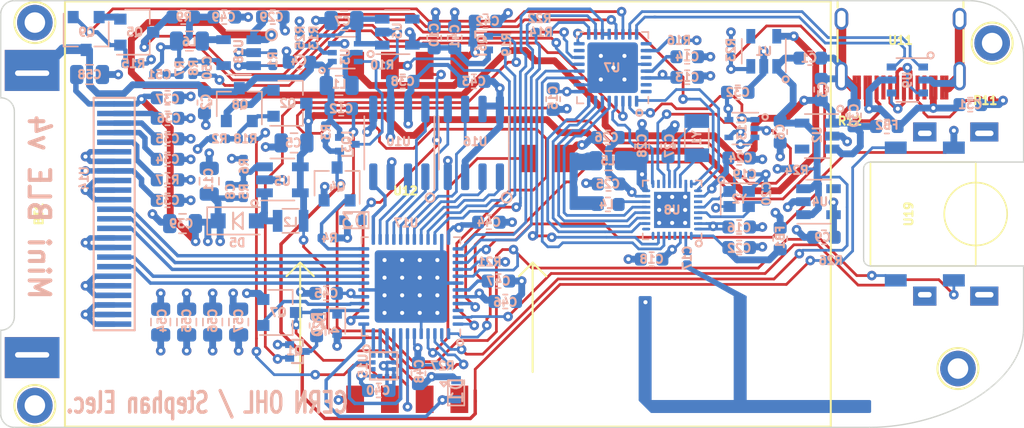
<source format=kicad_pcb>
(kicad_pcb (version 20171130) (host pcbnew "(5.1.2)-2")
  (layers (0 F.Cu signal hide) (1 In1.Cu power hide) (2 In2.Cu power hide) (31 B.Cu signal) (34 B.Paste user hide) (35 F.Paste user hide) (36 B.SilkS user) (37 F.SilkS user) (38 B.Mask user hide) (39 F.Mask user hide) (44 Edge.Cuts user))
  (net 0 "")
  (net 1 GND)
  (net 2 +1V5)
  (net 3 +5V)
  (net 4 "Net-(C7-Pad1)")
  (net 5 "Net-(C8-Pad2)")
  (net 6 +3V3)
  (net 7 "Net-(L1-Pad2)")
  (net 8 "Net-(Q1-Pad1)")
  (net 9 "Net-(Q3-Pad3)")
  (net 10 "Net-(C14-Pad1)")
  (net 11 +1V2)
  (net 12 "Net-(C19-Pad2)")
  (net 13 "Net-(C20-Pad1)")
  (net 14 "Net-(C22-Pad1)")
  (net 15 "Net-(C27-Pad1)")
  (net 16 "Net-(C31-Pad1)")
  (net 17 "Net-(L4-Pad1)")
  (net 18 "Net-(L4-Pad2)")
  (net 19 "Net-(R14-Pad2)")
  (net 20 "/Bluetooth and USB/BLE_RTC_CLKOUT")
  (net 21 "/Bluetooth and USB/BLE_CHIP_EN")
  (net 22 "/Bluetooth and USB/BLE_WAKE")
  (net 23 "/Bluetooth and USB/USB_D-")
  (net 24 "/Bluetooth and USB/USB_D+")
  (net 25 "Net-(U8-Pad21)")
  (net 26 "Net-(U8-Pad22)")
  (net 27 "/Bluetooth and USB/BLE_CHIP_EN_AND")
  (net 28 "Net-(C34-Pad1)")
  (net 29 "Net-(C35-Pad1)")
  (net 30 "Net-(C36-Pad1)")
  (net 31 "Net-(C42-Pad1)")
  (net 32 "Net-(Q2-Pad1)")
  (net 33 "Net-(R17-Pad1)")
  (net 34 "/Main MCU & OLED/SMC_POW_nEN")
  (net 35 "/Main MCU & OLED/DB_FLASH_MOSI")
  (net 36 "/Main MCU & OLED/DB_FLASH_SCK")
  (net 37 "/Main MCU & OLED/DB_FLASH_nCS")
  (net 38 "/Main MCU & OLED/DB_FLASH_MISO")
  (net 39 "/Main MCU & OLED/SMC_RST")
  (net 40 "/Main MCU & OLED/SMC_SCK")
  (net 41 "/Main MCU & OLED/SMC_PGM")
  (net 42 "/Main MCU & OLED/DATA_FLASH_nCS")
  (net 43 "/Main MCU & OLED/DATA_FLASH_MOSI")
  (net 44 "/Main MCU & OLED/DATA_FLASH_MISO")
  (net 45 "/Main MCU & OLED/DATA_FLASH_SCK")
  (net 46 "Net-(C47-Pad1)")
  (net 47 "/Main MCU & OLED/OLED_nCS")
  (net 48 "/Main MCU & OLED/OLED_nRES")
  (net 49 "/Main MCU & OLED/OLED_DnR")
  (net 50 "/Main MCU & OLED/OLED_SCK")
  (net 51 "/Main MCU & OLED/OLED_DATA")
  (net 52 "Net-(R22-Pad2)")
  (net 53 "Net-(D5-Pad2)")
  (net 54 "Net-(Q2-Pad2)")
  (net 55 "/Main MCU & OLED/~RST")
  (net 56 +8V)
  (net 57 "/Bluetooth and USB/BLE_RX_UART1")
  (net 58 "/Bluetooth and USB/BLE_TX_UART1")
  (net 59 "/Bluetooth and USB/BLE_CTS_UART1")
  (net 60 "/Bluetooth and USB/BLE_RTS_UART1")
  (net 61 "/Bluetooth and USB/BLE_RX_UART0")
  (net 62 "/Bluetooth and USB/BLE_TX_UART0")
  (net 63 "/Bluetooth and USB/BLE_HOST_WAKEUP")
  (net 64 "Net-(C50-Pad2)")
  (net 65 "/Main MCU & OLED/SMC_MISO")
  (net 66 "Net-(Q1-Pad3)")
  (net 67 "Net-(Q5-Pad2)")
  (net 68 "/Bluetooth and USB/nRST")
  (net 69 "Net-(L6-Pad2)")
  (net 70 "/Main MCU & OLED/SMC_MOSI")
  (net 71 "/Main MCU & OLED/SMC_DET")
  (net 72 "/Main MCU & OLED/ACC_SCK")
  (net 73 "/Main MCU & OLED/ACC_INT")
  (net 74 "/Main MCU & OLED/ACC_MOSI")
  (net 75 "/Main MCU & OLED/ACC_MISO")
  (net 76 "/Main MCU & OLED/ACC_SS")
  (net 77 "/Main MCU & OLED/ENC_A")
  (net 78 "/Main MCU & OLED/ENC_B")
  (net 79 "Net-(U1-Pad4)")
  (net 80 "Net-(U2-Pad4)")
  (net 81 "Net-(U4-Pad4)")
  (net 82 "Net-(U6-Pad4)")
  (net 83 "Net-(U7-Pad15)")
  (net 84 "Net-(U7-Pad25)")
  (net 85 "Net-(U7-Pad27)")
  (net 86 "Net-(U7-Pad31)")
  (net 87 "Net-(U7-Pad32)")
  (net 88 "/Bluetooth and USB/BLE_SWDCLK")
  (net 89 "/Bluetooth and USB/BLE_SWDIO")
  (net 90 "Net-(U8-Pad8)")
  (net 91 "Net-(U8-Pad9)")
  (net 92 "Net-(U8-Pad18)")
  (net 93 "Net-(U8-Pad27)")
  (net 94 "Net-(U8-Pad30)")
  (net 95 "Net-(U12-PadC6)")
  (net 96 "Net-(U15-Pad11)")
  (net 97 "Net-(U17-Pad46)")
  (net 98 "Net-(C17-Pad1)")
  (net 99 "Net-(R11-Pad1)")
  (net 100 "Net-(R12-Pad1)")
  (net 101 "Net-(R13-Pad2)")
  (net 102 "Net-(U11-PadA6)")
  (net 103 "Net-(U11-PadB8)")
  (net 104 "Net-(U11-PadA7)")
  (net 105 "Net-(U11-PadA8)")
  (net 106 "Net-(Q3-Pad1)")
  (net 107 "/Main MCU & OLED/3V3_USB")
  (net 108 "/Main MCU & OLED/VOLED_DC_IN")
  (net 109 "/Main MCU & OLED/SWITCH_HIGH")
  (net 110 "/Bluetooth and USB/CURSENSE_HIGH")
  (net 111 "/Bluetooth and USB/VFBBIAS")
  (net 112 "/Main MCU & OLED/SWDET_ENABLE")
  (net 113 "/Bluetooth and USB/CURSENSE_LOW")
  (net 114 "/Bluetooth and USB/MOS_CHARGE")
  (net 115 "/Bluetooth and USB/CHARGE_EN")
  (net 116 "/Main MCU & OLED/AUX_TX")
  (net 117 "/Main MCU & OLED/VOLED_1V2_EN")
  (net 118 "/Main MCU & OLED/AUX_RX")
  (net 119 "/Main MCU & OLED/VOLED_3V3_EN")
  (net 120 "/Main MCU & OLED/SWITCH_LOW")
  (net 121 "/Bluetooth and USB/NO_COMMS")
  (net 122 "/Bluetooth and USB/BLE_CHIP_SEC_EN")
  (module footprints:BAT_TWOTHIRD_AAA (layer F.Cu) (at 148.8 105.1)
    (fp_text reference BT1 (at 2.5 0 90) (layer F.SilkS) (effects (font (size 0.6 0.6) (thickness 0.2))))
    (fp_text value NiMH)
    (pad 1 thru_hole rect (at 2 -10.3) (size 4 3) (drill oval 2.5 0.4 (offset 0 -0.2)) (layers *.Cu *.Mask) (net 2 +1V5))
    (pad 2 thru_hole rect (at 2 10.3) (size 4 3) (drill oval 2.5 0.4 (offset 0 0.2)) (layers *.Cu *.Mask) (net 1 GND))
  )
  (module footprints:CON_SMARTCARD_CLONE_91-90473-003A (layer F.Cu) (at 160.4 116.65)
    (fp_text reference U12 (at 17.7 -13.25) (layer F.SilkS) (effects (font (size 0.6 0.6) (thickness 0.2))))
    (fp_text value CON_SMARTCARD)
    (pad S2 smd rect (at 29.26 -15.61) (size 1.3 2) (layers F.Cu F.Paste F.Mask) (net 1 GND))
    (pad S1 smd rect (at 26.72 -15.61) (size 1.3 2) (layers F.Cu F.Paste F.Mask) (net 71 "/Main MCU & OLED/SMC_DET"))
    (pad C8 smd rect (at 21.64 2) (size 1.3 2) (layers F.Cu F.Paste F.Mask) (net 41 "/Main MCU & OLED/SMC_PGM"))
    (pad C7 smd rect (at 19.1 2) (size 1.3 2) (layers F.Cu F.Paste F.Mask) (net 65 "/Main MCU & OLED/SMC_MISO"))
    (pad C6 smd rect (at 16.56 2) (size 1.3 2) (layers F.Cu F.Paste F.Mask) (net 95 "Net-(U12-PadC6)"))
    (pad C5 smd rect (at 14.02 2) (size 1.3 2) (layers F.Cu F.Paste F.Mask) (net 1 GND))
    (pad C4 smd rect (at 21.64 -22.41) (size 1.3 2) (layers F.Cu F.Paste F.Mask) (net 31 "Net-(C42-Pad1)"))
    (pad C3 smd rect (at 19.1 -22.41) (size 1.3 2) (layers F.Cu F.Paste F.Mask) (net 40 "/Main MCU & OLED/SMC_SCK"))
    (pad C2 smd rect (at 16.56 -22.41) (size 1.3 2) (layers F.Cu F.Paste F.Mask) (net 39 "/Main MCU & OLED/SMC_RST"))
    (pad C1 smd rect (at 14.02 -22.41) (size 1.3 2) (layers F.Cu F.Paste F.Mask) (net 31 "Net-(C42-Pad1)"))
    (pad "" np_thru_hole circle (at 44.5 -20.32) (size 2 2) (drill 2) (layers *.Cu *.Mask))
    (pad "" np_thru_hole circle (at 0 0) (size 2 2) (drill 2) (layers *.Cu *.Mask))
  )
  (module Resistor_SMD:R_0402_1005Metric (layer B.Cu) (at 180.85 116.15 180)
    (fp_text reference R27 (at 0.05 -0.05) (layer B.SilkS) (effects (font (size 0.6 0.6) (thickness 0.2)) (justify mirror)))
    (fp_text value 1M)
    (pad 2 smd roundrect (at 0.485 0 180) (size 0.59 0.64) (layers B.Cu B.Paste B.Mask) (net 6 +3V3))
    (pad 1 smd roundrect (at -0.485 0 180) (size 0.59 0.64) (layers B.Cu B.Paste B.Mask) (net 71 "/Main MCU & OLED/SMC_DET"))
  )
  (module Capacitor_SMD:C_0402_1005Metric (layer B.Cu) (at 198.7 108.3 270)
    (fp_text reference C17 (at 0 0 90) (layer B.SilkS) (effects (font (size 0.6 0.6) (thickness 0.2)) (justify mirror)))
    (fp_text value 10pF)
    (pad 2 smd roundrect (at 0.485 0 270) (size 0.59 0.64) (layers B.Cu B.Paste B.Mask) (net 1 GND))
    (pad 1 smd roundrect (at -0.485 0 270) (size 0.59 0.64) (layers B.Cu B.Paste B.Mask) (net 98 "Net-(C17-Pad1)"))
  )
  (module Resistor_SMD:R_0402_1005Metric (layer B.Cu) (at 209.3 108.5)
    (fp_text reference R26 (at -0.1 0) (layer B.SilkS) (effects (font (size 0.6 0.6) (thickness 0.2)) (justify mirror)))
    (fp_text value 100)
    (pad 2 smd roundrect (at 0.485 0) (size 0.59 0.64) (layers B.Cu B.Paste B.Mask) (net 120 "/Main MCU & OLED/SWITCH_LOW"))
    (pad 1 smd roundrect (at -0.485 0) (size 0.59 0.64) (layers B.Cu B.Paste B.Mask) (net 106 "Net-(Q3-Pad1)"))
  )
  (module Capacitor_SMD:C_0603_1608Metric (layer B.Cu) (at 208.5 96 90)
    (fp_text reference C3 (at 0 0.1 90) (layer B.SilkS) (effects (font (size 0.6 0.6) (thickness 0.2)) (justify mirror)))
    (fp_text value 1uF/25V)
    (pad 2 smd roundrect (at 0.7875 0 90) (size 0.875 0.95) (layers B.Cu B.Paste B.Mask) (net 1 GND))
    (pad 1 smd roundrect (at -0.7875 0 90) (size 0.875 0.95) (layers B.Cu B.Paste B.Mask) (net 3 +5V))
  )
  (module Capacitor_SMD:C_0603_1608Metric (layer B.Cu) (at 219.4 97.1)
    (fp_text reference C31 (at 0 0) (layer B.SilkS) (effects (font (size 0.6 0.6) (thickness 0.2)) (justify mirror)))
    (fp_text value 100nF)
    (pad 2 smd roundrect (at 0.7875 0) (size 0.875 0.95) (layers B.Cu B.Paste B.Mask) (net 1 GND))
    (pad 1 smd roundrect (at -0.7875 0) (size 0.875 0.95) (layers B.Cu B.Paste B.Mask) (net 16 "Net-(C31-Pad1)"))
  )
  (module footprints:SRBE210200 (layer F.Cu) (at 219.8 105.1 270)
    (fp_text reference U19 (at 0 4.9 90) (layer F.SilkS) (effects (font (size 0.6 0.6) (thickness 0.2))))
    (fp_text value WHEEL_SRBE210200)
    (pad FIX2 thru_hole rect (at 5.9 3.725 90) (size 1.4 1.7) (drill oval 0.4 1 (offset -0.1 0)) (layers *.Cu *.Mask) (net 1 GND))
    (pad FIX2 thru_hole rect (at -5.9 3.725 270) (size 1.4 1.7) (drill oval 0.4 1 (offset -0.1 0)) (layers *.Cu *.Mask) (net 1 GND))
    (pad FIX1 thru_hole rect (at 5.9 -0.625 90) (size 1.4 2.05) (drill oval 0.4 1.35 (offset -0.1 0)) (layers *.Cu *.Mask) (net 1 GND))
    (pad FIX1 thru_hole rect (at -5.9 -0.625 270) (size 1.4 2.05) (drill oval 0.4 1.35 (offset -0.1 0)) (layers *.Cu *.Mask) (net 1 GND))
    (pad PUSH smd rect (at 4.85 5.85 270) (size 0.9 1.6) (layers B.Cu B.Paste B.Mask) (net 109 "/Main MCU & OLED/SWITCH_HIGH"))
    (pad COM smd rect (at -4.85 5.85 270) (size 0.9 1.6) (layers B.Cu B.Paste B.Mask) (net 120 "/Main MCU & OLED/SWITCH_LOW"))
    (pad A smd rect (at -4.85 1.6 270) (size 0.9 1.6) (layers B.Cu B.Paste B.Mask) (net 77 "/Main MCU & OLED/ENC_A"))
    (pad B smd rect (at 4.85 1.6 270) (size 0.9 1.6) (layers B.Cu B.Paste B.Mask) (net 78 "/Main MCU & OLED/ENC_B"))
  )
  (module Diode_SMD:D_SOD-123F (layer B.Cu) (at 165.8 105.6)
    (fp_text reference D5 (at 0 1.6) (layer B.SilkS) (effects (font (size 0.6 0.6) (thickness 0.2)) (justify mirror)))
    (fp_text value MBR230S1)
    (pad 2 smd rect (at 1.4 0) (size 1.1 1.1) (layers B.Cu B.Paste B.Mask) (net 53 "Net-(D5-Pad2)"))
    (pad 1 smd rect (at -1.4 0) (size 1.1 1.1) (layers B.Cu B.Paste B.Mask) (net 56 +8V))
  )
  (module Crystal:Crystal_SMD_2016-4Pin_2.0x1.6mm (layer B.Cu) (at 202.5 104)
    (fp_text reference Y2 (at 0 0) (layer B.SilkS) (effects (font (size 0.6 0.6) (thickness 0.2)) (justify mirror)))
    (fp_text value 26Mhz)
    (pad 4 smd rect (at -0.7 0.55) (size 0.9 0.8) (layers B.Cu B.Paste B.Mask) (net 1 GND))
    (pad 3 smd rect (at 0.7 0.55) (size 0.9 0.8) (layers B.Cu B.Paste B.Mask) (net 13 "Net-(C20-Pad1)"))
    (pad 2 smd rect (at 0.7 -0.55) (size 0.9 0.8) (layers B.Cu B.Paste B.Mask) (net 1 GND))
    (pad 1 smd rect (at -0.7 -0.55) (size 0.9 0.8) (layers B.Cu B.Paste B.Mask) (net 12 "Net-(C19-Pad2)"))
  )
  (module Crystal:Crystal_SMD_3215-2Pin_3.2x1.5mm (layer B.Cu) (at 199.4 99.55 90)
    (fp_text reference Y1 (at 0 0 90) (layer B.SilkS) (effects (font (size 0.6 0.6) (thickness 0.2)) (justify mirror)))
    (fp_text value 32.768Khz)
    (pad 2 smd rect (at -1.25 0 90) (size 1 1.8) (layers B.Cu B.Paste B.Mask) (net 26 "Net-(U8-Pad22)"))
    (pad 1 smd rect (at 1.25 0 90) (size 1 1.8) (layers B.Cu B.Paste B.Mask) (net 25 "Net-(U8-Pad21)"))
  )
  (module Package_TO_SOT_SMD:SOT-23-5 (layer B.Cu) (at 165.9 93.3 180)
    (fp_text reference U18 (at 0 0.1 90) (layer B.SilkS) (effects (font (size 0.6 0.6) (thickness 0.2)) (justify mirror)))
    (fp_text value LM3670)
    (pad 5 smd rect (at 1.1 0.95 180) (size 1.06 0.65) (layers B.Cu B.Paste B.Mask) (net 69 "Net-(L6-Pad2)"))
    (pad 4 smd rect (at 1.1 -0.95 180) (size 1.06 0.65) (layers B.Cu B.Paste B.Mask) (net 64 "Net-(C50-Pad2)"))
    (pad 3 smd rect (at -1.1 -0.95 180) (size 1.06 0.65) (layers B.Cu B.Paste B.Mask) (net 115 "/Bluetooth and USB/CHARGE_EN"))
    (pad 2 smd rect (at -1.1 0 180) (size 1.06 0.65) (layers B.Cu B.Paste B.Mask) (net 1 GND))
    (pad 1 smd rect (at -1.1 0.95 180) (size 1.06 0.65) (layers B.Cu B.Paste B.Mask) (net 3 +5V))
  )
  (module Package_DFN_QFN:QFN-48-1EP_7x7mm_P0.5mm_EP5.3x5.3mm (layer B.Cu) (at 178.5 110.4 90)
    (fp_text reference U17 (at 4.65 -0.35 180) (layer B.SilkS) (effects (font (size 0.6 0.6) (thickness 0.2)) (justify mirror)))
    (fp_text value SAMD21G18A-MU)
    (pad 48 smd roundrect (at -2.75 3.45 90) (size 0.25 0.8) (layers B.Cu B.Paste B.Mask) (net 122 "/Bluetooth and USB/BLE_CHIP_SEC_EN"))
    (pad 47 smd roundrect (at -2.25 3.45 90) (size 0.25 0.8) (layers B.Cu B.Paste B.Mask) (net 78 "/Main MCU & OLED/ENC_B"))
    (pad 46 smd roundrect (at -1.75 3.45 90) (size 0.25 0.8) (layers B.Cu B.Paste B.Mask) (net 97 "Net-(U17-Pad46)"))
    (pad 45 smd roundrect (at -1.25 3.45 90) (size 0.25 0.8) (layers B.Cu B.Paste B.Mask) (net 121 "/Bluetooth and USB/NO_COMMS"))
    (pad 44 smd roundrect (at -0.75 3.45 90) (size 0.25 0.8) (layers B.Cu B.Paste B.Mask) (net 6 +3V3))
    (pad 43 smd roundrect (at -0.25 3.45 90) (size 0.25 0.8) (layers B.Cu B.Paste B.Mask) (net 46 "Net-(C47-Pad1)"))
    (pad 42 smd roundrect (at 0.25 3.45 90) (size 0.25 0.8) (layers B.Cu B.Paste B.Mask) (net 1 GND))
    (pad 41 smd roundrect (at 0.75 3.45 90) (size 0.25 0.8) (layers B.Cu B.Paste B.Mask) (net 109 "/Main MCU & OLED/SWITCH_HIGH"))
    (pad 40 smd roundrect (at 1.25 3.45 90) (size 0.25 0.8) (layers B.Cu B.Paste B.Mask) (net 55 "/Main MCU & OLED/~RST"))
    (pad 39 smd roundrect (at 1.75 3.45 90) (size 0.25 0.8) (layers B.Cu B.Paste B.Mask) (net 77 "/Main MCU & OLED/ENC_A"))
    (pad 38 smd roundrect (at 2.25 3.45 90) (size 0.25 0.8) (layers B.Cu B.Paste B.Mask) (net 116 "/Main MCU & OLED/AUX_TX"))
    (pad 37 smd roundrect (at 2.75 3.45 90) (size 0.25 0.8) (layers B.Cu B.Paste B.Mask) (net 118 "/Main MCU & OLED/AUX_RX"))
    (pad 36 smd roundrect (at 3.45 2.75 90) (size 0.8 0.25) (layers B.Cu B.Paste B.Mask) (net 6 +3V3))
    (pad 35 smd roundrect (at 3.45 2.25 90) (size 0.8 0.25) (layers B.Cu B.Paste B.Mask) (net 1 GND))
    (pad 34 smd roundrect (at 3.45 1.75 90) (size 0.8 0.25) (layers B.Cu B.Paste B.Mask) (net 34 "/Main MCU & OLED/SMC_POW_nEN"))
    (pad 33 smd roundrect (at 3.45 1.25 90) (size 0.8 0.25) (layers B.Cu B.Paste B.Mask) (net 39 "/Main MCU & OLED/SMC_RST"))
    (pad 32 smd roundrect (at 3.45 0.75 90) (size 0.8 0.25) (layers B.Cu B.Paste B.Mask) (net 42 "/Main MCU & OLED/DATA_FLASH_nCS"))
    (pad 31 smd roundrect (at 3.45 0.25 90) (size 0.8 0.25) (layers B.Cu B.Paste B.Mask) (net 44 "/Main MCU & OLED/DATA_FLASH_MISO"))
    (pad 30 smd roundrect (at 3.45 -0.25 90) (size 0.8 0.25) (layers B.Cu B.Paste B.Mask) (net 45 "/Main MCU & OLED/DATA_FLASH_SCK"))
    (pad 29 smd roundrect (at 3.45 -0.75 90) (size 0.8 0.25) (layers B.Cu B.Paste B.Mask) (net 43 "/Main MCU & OLED/DATA_FLASH_MOSI"))
    (pad 28 smd roundrect (at 3.45 -1.25 90) (size 0.8 0.25) (layers B.Cu B.Paste B.Mask) (net 35 "/Main MCU & OLED/DB_FLASH_MOSI"))
    (pad 27 smd roundrect (at 3.45 -1.75 90) (size 0.8 0.25) (layers B.Cu B.Paste B.Mask) (net 38 "/Main MCU & OLED/DB_FLASH_MISO"))
    (pad 26 smd roundrect (at 3.45 -2.25 90) (size 0.8 0.25) (layers B.Cu B.Paste B.Mask) (net 36 "/Main MCU & OLED/DB_FLASH_SCK"))
    (pad 25 smd roundrect (at 3.45 -2.75 90) (size 0.8 0.25) (layers B.Cu B.Paste B.Mask) (net 37 "/Main MCU & OLED/DB_FLASH_nCS"))
    (pad 24 smd roundrect (at 2.75 -3.45 90) (size 0.25 0.8) (layers B.Cu B.Paste B.Mask) (net 112 "/Main MCU & OLED/SWDET_ENABLE"))
    (pad 23 smd roundrect (at 2.25 -3.45 90) (size 0.25 0.8) (layers B.Cu B.Paste B.Mask) (net 47 "/Main MCU & OLED/OLED_nCS"))
    (pad 22 smd roundrect (at 1.75 -3.45 90) (size 0.25 0.8) (layers B.Cu B.Paste B.Mask) (net 48 "/Main MCU & OLED/OLED_nRES"))
    (pad 21 smd roundrect (at 1.25 -3.45 90) (size 0.25 0.8) (layers B.Cu B.Paste B.Mask) (net 49 "/Main MCU & OLED/OLED_DnR"))
    (pad 20 smd roundrect (at 0.75 -3.45 90) (size 0.25 0.8) (layers B.Cu B.Paste B.Mask) (net 50 "/Main MCU & OLED/OLED_SCK"))
    (pad 19 smd roundrect (at 0.25 -3.45 90) (size 0.25 0.8) (layers B.Cu B.Paste B.Mask) (net 51 "/Main MCU & OLED/OLED_DATA"))
    (pad 18 smd roundrect (at -0.25 -3.45 90) (size 0.25 0.8) (layers B.Cu B.Paste B.Mask) (net 1 GND))
    (pad 17 smd roundrect (at -0.75 -3.45 90) (size 0.25 0.8) (layers B.Cu B.Paste B.Mask) (net 6 +3V3))
    (pad 16 smd roundrect (at -1.25 -3.45 90) (size 0.25 0.8) (layers B.Cu B.Paste B.Mask) (net 70 "/Main MCU & OLED/SMC_MOSI"))
    (pad 15 smd roundrect (at -1.75 -3.45 90) (size 0.25 0.8) (layers B.Cu B.Paste B.Mask) (net 65 "/Main MCU & OLED/SMC_MISO"))
    (pad 14 smd roundrect (at -2.25 -3.45 90) (size 0.25 0.8) (layers B.Cu B.Paste B.Mask) (net 40 "/Main MCU & OLED/SMC_SCK"))
    (pad 13 smd roundrect (at -2.75 -3.45 90) (size 0.25 0.8) (layers B.Cu B.Paste B.Mask) (net 41 "/Main MCU & OLED/SMC_PGM"))
    (pad 12 smd roundrect (at -3.45 -2.75 90) (size 0.8 0.25) (layers B.Cu B.Paste B.Mask) (net 72 "/Main MCU & OLED/ACC_SCK"))
    (pad 11 smd roundrect (at -3.45 -2.25 90) (size 0.8 0.25) (layers B.Cu B.Paste B.Mask) (net 76 "/Main MCU & OLED/ACC_SS"))
    (pad 10 smd roundrect (at -3.45 -1.75 90) (size 0.8 0.25) (layers B.Cu B.Paste B.Mask) (net 75 "/Main MCU & OLED/ACC_MISO"))
    (pad 9 smd roundrect (at -3.45 -1.25 90) (size 0.8 0.25) (layers B.Cu B.Paste B.Mask) (net 74 "/Main MCU & OLED/ACC_MOSI"))
    (pad 8 smd roundrect (at -3.45 -0.75 90) (size 0.8 0.25) (layers B.Cu B.Paste B.Mask) (net 73 "/Main MCU & OLED/ACC_INT"))
    (pad 7 smd roundrect (at -3.45 -0.25 90) (size 0.8 0.25) (layers B.Cu B.Paste B.Mask) (net 117 "/Main MCU & OLED/VOLED_1V2_EN"))
    (pad 6 smd roundrect (at -3.45 0.25 90) (size 0.8 0.25) (layers B.Cu B.Paste B.Mask) (net 6 +3V3))
    (pad 5 smd roundrect (at -3.45 0.75 90) (size 0.8 0.25) (layers B.Cu B.Paste B.Mask) (net 1 GND))
    (pad 4 smd roundrect (at -3.45 1.25 90) (size 0.8 0.25) (layers B.Cu B.Paste B.Mask) (net 71 "/Main MCU & OLED/SMC_DET"))
    (pad 3 smd roundrect (at -3.45 1.75 90) (size 0.8 0.25) (layers B.Cu B.Paste B.Mask) (net 108 "/Main MCU & OLED/VOLED_DC_IN"))
    (pad 2 smd roundrect (at -3.45 2.25 90) (size 0.8 0.25) (layers B.Cu B.Paste B.Mask) (net 107 "/Main MCU & OLED/3V3_USB"))
    (pad 1 smd roundrect (at -3.45 2.75 90) (size 0.8 0.25) (layers B.Cu B.Paste B.Mask) (net 119 "/Main MCU & OLED/VOLED_3V3_EN"))
    (pad 49 smd roundrect (at 0 0 90) (size 5.3 5.3) (layers B.Cu B.Mask) (roundrect_rratio 0.04717) (net 1 GND))
  )
  (module Package_SO:SOIC-8_3.9x4.9mm_P1.27mm (layer B.Cu) (at 183.1 99.9 90)
    (fp_text reference U16 (at 0.1 0.1 180) (layer B.SilkS) (effects (font (size 0.6 0.6) (thickness 0.2)) (justify mirror)))
    (fp_text value W25Q16)
    (pad 8 smd roundrect (at 2.475 1.905 90) (size 1.95 0.6) (layers B.Cu B.Paste B.Mask) (net 6 +3V3))
    (pad 7 smd roundrect (at 2.475 0.635 90) (size 1.95 0.6) (layers B.Cu B.Paste B.Mask) (net 6 +3V3))
    (pad 6 smd roundrect (at 2.475 -0.635 90) (size 1.95 0.6) (layers B.Cu B.Paste B.Mask) (net 45 "/Main MCU & OLED/DATA_FLASH_SCK"))
    (pad 5 smd roundrect (at 2.475 -1.905 90) (size 1.95 0.6) (layers B.Cu B.Paste B.Mask) (net 43 "/Main MCU & OLED/DATA_FLASH_MOSI"))
    (pad 4 smd roundrect (at -2.475 -1.905 90) (size 1.95 0.6) (layers B.Cu B.Paste B.Mask) (net 1 GND))
    (pad 3 smd roundrect (at -2.475 -0.635 90) (size 1.95 0.6) (layers B.Cu B.Paste B.Mask) (net 6 +3V3))
    (pad 2 smd roundrect (at -2.475 0.635 90) (size 1.95 0.6) (layers B.Cu B.Paste B.Mask) (net 44 "/Main MCU & OLED/DATA_FLASH_MISO"))
    (pad 1 smd roundrect (at -2.475 1.905 90) (size 1.95 0.6) (layers B.Cu B.Paste B.Mask) (net 42 "/Main MCU & OLED/DATA_FLASH_nCS"))
  )
  (module Package_TO_SOT_SMD:SOT-353_SC-70-5 (layer B.Cu) (at 202.7 98.85 180)
    (fp_text reference U13 (at 0 0.05 90) (layer B.SilkS) (effects (font (size 0.6 0.6) (thickness 0.2)) (justify mirror)))
    (fp_text value NC7SZ08P5X)
    (pad 5 smd rect (at 0.95 0.65 180) (size 0.65 0.4) (layers B.Cu B.Paste B.Mask) (net 6 +3V3))
    (pad 4 smd rect (at 0.95 -0.65 180) (size 0.65 0.4) (layers B.Cu B.Paste B.Mask) (net 27 "/Bluetooth and USB/BLE_CHIP_EN_AND"))
    (pad 2 smd rect (at -0.95 0 180) (size 0.65 0.4) (layers B.Cu B.Paste B.Mask) (net 122 "/Bluetooth and USB/BLE_CHIP_SEC_EN"))
    (pad 3 smd rect (at -0.95 -0.65 180) (size 0.65 0.4) (layers B.Cu B.Paste B.Mask) (net 1 GND))
    (pad 1 smd rect (at -0.95 0.65 180) (size 0.65 0.4) (layers B.Cu B.Paste B.Mask) (net 21 "/Bluetooth and USB/BLE_CHIP_EN"))
  )
  (module Package_SO:SOIC-8_3.9x4.9mm_P1.27mm (layer B.Cu) (at 177.65 99.9 90)
    (fp_text reference U10 (at 0.1 -0.05 180) (layer B.SilkS) (effects (font (size 0.6 0.6) (thickness 0.2)) (justify mirror)))
    (fp_text value AT45DB081E)
    (pad 8 smd roundrect (at 2.475 1.905 90) (size 1.95 0.6) (layers B.Cu B.Paste B.Mask) (net 38 "/Main MCU & OLED/DB_FLASH_MISO"))
    (pad 7 smd roundrect (at 2.475 0.635 90) (size 1.95 0.6) (layers B.Cu B.Paste B.Mask) (net 1 GND))
    (pad 6 smd roundrect (at 2.475 -0.635 90) (size 1.95 0.6) (layers B.Cu B.Paste B.Mask) (net 6 +3V3))
    (pad 5 smd roundrect (at 2.475 -1.905 90) (size 1.95 0.6) (layers B.Cu B.Paste B.Mask) (net 6 +3V3))
    (pad 4 smd roundrect (at -2.475 -1.905 90) (size 1.95 0.6) (layers B.Cu B.Paste B.Mask) (net 37 "/Main MCU & OLED/DB_FLASH_nCS"))
    (pad 3 smd roundrect (at -2.475 -0.635 90) (size 1.95 0.6) (layers B.Cu B.Paste B.Mask) (net 6 +3V3))
    (pad 2 smd roundrect (at -2.475 0.635 90) (size 1.95 0.6) (layers B.Cu B.Paste B.Mask) (net 36 "/Main MCU & OLED/DB_FLASH_SCK"))
    (pad 1 smd roundrect (at -2.475 1.905 90) (size 1.95 0.6) (layers B.Cu B.Paste B.Mask) (net 35 "/Main MCU & OLED/DB_FLASH_MOSI"))
  )
  (module Package_SO:TSOP-6_1.65x3.05mm_P0.95mm (layer B.Cu) (at 214.8 95.3 180)
    (fp_text reference U9 (at 0 0 90) (layer B.SilkS) (effects (font (size 0.6 0.6) (thickness 0.2)) (justify mirror)))
    (fp_text value IP4234CZ6,125)
    (pad 6 smd rect (at 1.16 0.95 180) (size 0.7 0.51) (layers B.Cu B.Paste B.Mask) (net 24 "/Bluetooth and USB/USB_D+"))
    (pad 5 smd rect (at 1.16 0 180) (size 0.7 0.51) (layers B.Cu B.Paste B.Mask) (net 16 "Net-(C31-Pad1)"))
    (pad 4 smd rect (at 1.16 -0.95 180) (size 0.7 0.51) (layers B.Cu B.Paste B.Mask) (net 102 "Net-(U11-PadA6)"))
    (pad 3 smd rect (at -1.16 -0.95 180) (size 0.7 0.51) (layers B.Cu B.Paste B.Mask) (net 104 "Net-(U11-PadA7)"))
    (pad 2 smd rect (at -1.16 0 180) (size 0.7 0.51) (layers B.Cu B.Paste B.Mask) (net 1 GND))
    (pad 1 smd rect (at -1.16 0.95 180) (size 0.7 0.51) (layers B.Cu B.Paste B.Mask) (net 23 "/Bluetooth and USB/USB_D-"))
  )
  (module Resistor_SMD:R_0603_1608Metric (layer B.Cu) (at 213.3 98.7 180)
    (fp_text reference FB2 (at 0 0.1) (layer B.SilkS) (effects (font (size 0.6 0.6) (thickness 0.2)) (justify mirror)))
    (fp_text value FER)
    (pad 2 smd roundrect (at 0.7875 0 180) (size 0.875 0.95) (layers B.Cu B.Paste B.Mask) (net 3 +5V))
    (pad 1 smd roundrect (at -0.7875 0 180) (size 0.875 0.95) (layers B.Cu B.Paste B.Mask) (net 16 "Net-(C31-Pad1)"))
  )
  (module Resistor_SMD:R_0603_1608Metric (layer B.Cu) (at 205.5 106.9 90)
    (fp_text reference FB1 (at 0.1 0 90) (layer B.SilkS) (effects (font (size 0.6 0.6) (thickness 0.2)) (justify mirror)))
    (fp_text value 120R,100Mhz,200mA)
    (pad 2 smd roundrect (at 0.7875 0 90) (size 0.875 0.95) (layers B.Cu B.Paste B.Mask) (net 11 +1V2))
    (pad 1 smd roundrect (at -0.7875 0 90) (size 0.875 0.95) (layers B.Cu B.Paste B.Mask) (net 14 "Net-(C22-Pad1)"))
  )
  (module Package_DFN_QFN:QFN-32-1EP_5x5mm_P0.5mm_EP3.7x3.7mm (layer B.Cu) (at 193.25 94.4 90)
    (fp_text reference U7 (at 0 -0.05 180) (layer B.SilkS) (effects (font (size 0.6 0.6) (thickness 0.2)) (justify mirror)))
    (fp_text value ATSAMD21E15B)
    (pad 32 smd roundrect (at -1.75 2.45 90) (size 0.25 0.8) (layers B.Cu B.Paste B.Mask) (net 87 "Net-(U7-Pad32)"))
    (pad 31 smd roundrect (at -1.25 2.45 90) (size 0.25 0.8) (layers B.Cu B.Paste B.Mask) (net 86 "Net-(U7-Pad31)"))
    (pad 30 smd roundrect (at -0.75 2.45 90) (size 0.25 0.8) (layers B.Cu B.Paste B.Mask) (net 6 +3V3))
    (pad 29 smd roundrect (at -0.25 2.45 90) (size 0.25 0.8) (layers B.Cu B.Paste B.Mask) (net 10 "Net-(C14-Pad1)"))
    (pad 28 smd roundrect (at 0.25 2.45 90) (size 0.25 0.8) (layers B.Cu B.Paste B.Mask) (net 1 GND))
    (pad 27 smd roundrect (at 0.75 2.45 90) (size 0.25 0.8) (layers B.Cu B.Paste B.Mask) (net 85 "Net-(U7-Pad27)"))
    (pad 26 smd roundrect (at 1.25 2.45 90) (size 0.25 0.8) (layers B.Cu B.Paste B.Mask) (net 68 "/Bluetooth and USB/nRST"))
    (pad 25 smd roundrect (at 1.75 2.45 90) (size 0.25 0.8) (layers B.Cu B.Paste B.Mask) (net 84 "Net-(U7-Pad25)"))
    (pad 24 smd roundrect (at 2.45 1.75 90) (size 0.8 0.25) (layers B.Cu B.Paste B.Mask) (net 24 "/Bluetooth and USB/USB_D+"))
    (pad 23 smd roundrect (at 2.45 1.25 90) (size 0.8 0.25) (layers B.Cu B.Paste B.Mask) (net 23 "/Bluetooth and USB/USB_D-"))
    (pad 22 smd roundrect (at 2.45 0.75 90) (size 0.8 0.25) (layers B.Cu B.Paste B.Mask) (net 114 "/Bluetooth and USB/MOS_CHARGE"))
    (pad 21 smd roundrect (at 2.45 0.25 90) (size 0.8 0.25) (layers B.Cu B.Paste B.Mask) (net 115 "/Bluetooth and USB/CHARGE_EN"))
    (pad 20 smd roundrect (at 2.45 -0.25 90) (size 0.8 0.25) (layers B.Cu B.Paste B.Mask) (net 121 "/Bluetooth and USB/NO_COMMS"))
    (pad 19 smd roundrect (at 2.45 -0.75 90) (size 0.8 0.25) (layers B.Cu B.Paste B.Mask) (net 121 "/Bluetooth and USB/NO_COMMS"))
    (pad 18 smd roundrect (at 2.45 -1.25 90) (size 0.8 0.25) (layers B.Cu B.Paste B.Mask) (net 52 "Net-(R22-Pad2)"))
    (pad 17 smd roundrect (at 2.45 -1.75 90) (size 0.8 0.25) (layers B.Cu B.Paste B.Mask) (net 19 "Net-(R14-Pad2)"))
    (pad 16 smd roundrect (at 1.75 -2.45 90) (size 0.25 0.8) (layers B.Cu B.Paste B.Mask) (net 22 "/Bluetooth and USB/BLE_WAKE"))
    (pad 15 smd roundrect (at 1.25 -2.45 90) (size 0.25 0.8) (layers B.Cu B.Paste B.Mask) (net 83 "Net-(U7-Pad15)"))
    (pad 14 smd roundrect (at 0.75 -2.45 90) (size 0.25 0.8) (layers B.Cu B.Paste B.Mask) (net 113 "/Bluetooth and USB/CURSENSE_LOW"))
    (pad 13 smd roundrect (at 0.25 -2.45 90) (size 0.25 0.8) (layers B.Cu B.Paste B.Mask) (net 110 "/Bluetooth and USB/CURSENSE_HIGH"))
    (pad 12 smd roundrect (at -0.25 -2.45 90) (size 0.25 0.8) (layers B.Cu B.Paste B.Mask) (net 62 "/Bluetooth and USB/BLE_TX_UART0"))
    (pad 11 smd roundrect (at -0.75 -2.45 90) (size 0.25 0.8) (layers B.Cu B.Paste B.Mask) (net 61 "/Bluetooth and USB/BLE_RX_UART0"))
    (pad 10 smd roundrect (at -1.25 -2.45 90) (size 0.25 0.8) (layers B.Cu B.Paste B.Mask) (net 1 GND))
    (pad 9 smd roundrect (at -1.75 -2.45 90) (size 0.25 0.8) (layers B.Cu B.Paste B.Mask) (net 6 +3V3))
    (pad 8 smd roundrect (at -2.45 -1.75 90) (size 0.8 0.25) (layers B.Cu B.Paste B.Mask) (net 60 "/Bluetooth and USB/BLE_RTS_UART1"))
    (pad 7 smd roundrect (at -2.45 -1.25 90) (size 0.8 0.25) (layers B.Cu B.Paste B.Mask) (net 59 "/Bluetooth and USB/BLE_CTS_UART1"))
    (pad 6 smd roundrect (at -2.45 -0.75 90) (size 0.8 0.25) (layers B.Cu B.Paste B.Mask) (net 58 "/Bluetooth and USB/BLE_TX_UART1"))
    (pad 5 smd roundrect (at -2.45 -0.25 90) (size 0.8 0.25) (layers B.Cu B.Paste B.Mask) (net 57 "/Bluetooth and USB/BLE_RX_UART1"))
    (pad 4 smd roundrect (at -2.45 0.25 90) (size 0.8 0.25) (layers B.Cu B.Paste B.Mask) (net 63 "/Bluetooth and USB/BLE_HOST_WAKEUP"))
    (pad 3 smd roundrect (at -2.45 0.75 90) (size 0.8 0.25) (layers B.Cu B.Paste B.Mask) (net 111 "/Bluetooth and USB/VFBBIAS"))
    (pad 2 smd roundrect (at -2.45 1.25 90) (size 0.8 0.25) (layers B.Cu B.Paste B.Mask) (net 21 "/Bluetooth and USB/BLE_CHIP_EN"))
    (pad 1 smd roundrect (at -2.45 1.75 90) (size 0.8 0.25) (layers B.Cu B.Paste B.Mask) (net 20 "/Bluetooth and USB/BLE_RTC_CLKOUT"))
    (pad 33 smd roundrect (at 0 0 90) (size 3.7 3.7) (layers B.Cu B.Mask) (roundrect_rratio 0.067568) (net 1 GND))
  )
  (module Package_TO_SOT_SMD:SOT-23-5 (layer B.Cu) (at 177.5 91.8)
    (fp_text reference U6 (at 0 -0.1 90) (layer B.SilkS) (effects (font (size 0.6 0.6) (thickness 0.2)) (justify mirror)))
    (fp_text value MAX40200)
    (pad 5 smd rect (at 1.1 0.95) (size 1.06 0.65) (layers B.Cu B.Paste B.Mask) (net 6 +3V3))
    (pad 4 smd rect (at 1.1 -0.95) (size 1.06 0.65) (layers B.Cu B.Paste B.Mask) (net 82 "Net-(U6-Pad4)"))
    (pad 3 smd rect (at -1.1 -0.95) (size 1.06 0.65) (layers B.Cu B.Paste B.Mask) (net 4 "Net-(C7-Pad1)"))
    (pad 2 smd rect (at -1.1 0) (size 1.06 0.65) (layers B.Cu B.Paste B.Mask) (net 1 GND))
    (pad 1 smd rect (at -1.1 0.95) (size 1.06 0.65) (layers B.Cu B.Paste B.Mask) (net 4 "Net-(C7-Pad1)"))
  )
  (module Package_TO_SOT_SMD:TSOT-23-5 (layer B.Cu) (at 169.1 102.6)
    (fp_text reference U5 (at 0 0.1) (layer B.SilkS) (effects (font (size 0.6 0.6) (thickness 0.2)) (justify mirror)))
    (fp_text value LT1613)
    (pad 5 smd rect (at 1.31 0.95) (size 1.22 0.65) (layers B.Cu B.Paste B.Mask) (net 108 "/Main MCU & OLED/VOLED_DC_IN"))
    (pad 4 smd rect (at 1.31 -0.95) (size 1.22 0.65) (layers B.Cu B.Paste B.Mask) (net 108 "/Main MCU & OLED/VOLED_DC_IN"))
    (pad 3 smd rect (at -1.31 -0.95) (size 1.22 0.65) (layers B.Cu B.Paste B.Mask) (net 5 "Net-(C8-Pad2)"))
    (pad 2 smd rect (at -1.31 0) (size 1.22 0.65) (layers B.Cu B.Paste B.Mask) (net 1 GND))
    (pad 1 smd rect (at -1.31 0.95) (size 1.22 0.65) (layers B.Cu B.Paste B.Mask) (net 53 "Net-(D5-Pad2)"))
  )
  (module Package_TO_SOT_SMD:SOT-23-5 (layer B.Cu) (at 208.3 104.2)
    (fp_text reference U4 (at 0.1 0) (layer B.SilkS) (effects (font (size 0.6 0.6) (thickness 0.2)) (justify mirror)))
    (fp_text value MAX40200)
    (pad 5 smd rect (at 1.1 0.95) (size 1.06 0.65) (layers B.Cu B.Paste B.Mask) (net 6 +3V3))
    (pad 4 smd rect (at 1.1 -0.95) (size 1.06 0.65) (layers B.Cu B.Paste B.Mask) (net 81 "Net-(U4-Pad4)"))
    (pad 3 smd rect (at -1.1 -0.95) (size 1.06 0.65) (layers B.Cu B.Paste B.Mask) (net 107 "/Main MCU & OLED/3V3_USB"))
    (pad 2 smd rect (at -1.1 0) (size 1.06 0.65) (layers B.Cu B.Paste B.Mask) (net 1 GND))
    (pad 1 smd rect (at -1.1 0.95) (size 1.06 0.65) (layers B.Cu B.Paste B.Mask) (net 107 "/Main MCU & OLED/3V3_USB"))
  )
  (module Package_TO_SOT_SMD:SOT-363_SC-70-6 (layer B.Cu) (at 173.7 93.3)
    (fp_text reference U3 (at 0 0.3 90) (layer B.SilkS) (effects (font (size 0.6 0.6) (thickness 0.2)) (justify mirror)))
    (fp_text value TPS61220)
    (pad 6 smd rect (at 0.95 0.65) (size 0.65 0.4) (layers B.Cu B.Paste B.Mask) (net 9 "Net-(Q3-Pad3)"))
    (pad 4 smd rect (at 0.95 -0.65) (size 0.65 0.4) (layers B.Cu B.Paste B.Mask) (net 4 "Net-(C7-Pad1)"))
    (pad 2 smd rect (at -0.95 0) (size 0.65 0.4) (layers B.Cu B.Paste B.Mask) (net 101 "Net-(R13-Pad2)"))
    (pad 5 smd rect (at 0.95 0) (size 0.65 0.4) (layers B.Cu B.Paste B.Mask) (net 7 "Net-(L1-Pad2)"))
    (pad 3 smd rect (at -0.95 -0.65) (size 0.65 0.4) (layers B.Cu B.Paste B.Mask) (net 1 GND))
    (pad 1 smd rect (at -0.95 0.65) (size 0.65 0.4) (layers B.Cu B.Paste B.Mask) (net 2 +1V5))
  )
  (module Package_TO_SOT_SMD:SOT-23-5 (layer B.Cu) (at 208.2 99.4 180)
    (fp_text reference U2 (at 0 0.1 90) (layer B.SilkS) (effects (font (size 0.6 0.6) (thickness 0.2)) (justify mirror)))
    (fp_text value MIC5504)
    (pad 5 smd rect (at 1.1 0.95 180) (size 1.06 0.65) (layers B.Cu B.Paste B.Mask) (net 107 "/Main MCU & OLED/3V3_USB"))
    (pad 4 smd rect (at 1.1 -0.95 180) (size 1.06 0.65) (layers B.Cu B.Paste B.Mask) (net 80 "Net-(U2-Pad4)"))
    (pad 3 smd rect (at -1.1 -0.95 180) (size 1.06 0.65) (layers B.Cu B.Paste B.Mask) (net 3 +5V))
    (pad 2 smd rect (at -1.1 0 180) (size 1.06 0.65) (layers B.Cu B.Paste B.Mask) (net 1 GND))
    (pad 1 smd rect (at -1.1 0.95 180) (size 1.06 0.65) (layers B.Cu B.Paste B.Mask) (net 3 +5V))
  )
  (module Package_TO_SOT_SMD:SOT-23-5 (layer B.Cu) (at 204.3 93.2 90)
    (fp_text reference U1 (at 0 0 180) (layer B.SilkS) (effects (font (size 0.6 0.6) (thickness 0.2)) (justify mirror)))
    (fp_text value MAX40200)
    (pad 5 smd rect (at 1.1 0.95 90) (size 1.06 0.65) (layers B.Cu B.Paste B.Mask) (net 108 "/Main MCU & OLED/VOLED_DC_IN"))
    (pad 4 smd rect (at 1.1 -0.95 90) (size 1.06 0.65) (layers B.Cu B.Paste B.Mask) (net 79 "Net-(U1-Pad4)"))
    (pad 3 smd rect (at -1.1 -0.95 90) (size 1.06 0.65) (layers B.Cu B.Paste B.Mask) (net 119 "/Main MCU & OLED/VOLED_3V3_EN"))
    (pad 2 smd rect (at -1.1 0 90) (size 1.06 0.65) (layers B.Cu B.Paste B.Mask) (net 1 GND))
    (pad 1 smd rect (at -1.1 0.95 90) (size 1.06 0.65) (layers B.Cu B.Paste B.Mask) (net 107 "/Main MCU & OLED/3V3_USB"))
  )
  (module Package_TO_SOT_SMD:SC-59 (layer B.Cu) (at 154.75 91.9 270)
    (fp_text reference Q9 (at -0.1 -0.05 180) (layer B.SilkS) (effects (font (size 0.6 0.6) (thickness 0.2)) (justify mirror)))
    (fp_text value DMN1019USN)
    (pad 3 smd rect (at 1.2 0 270) (size 0.9 0.8) (layers B.Cu B.Paste B.Mask) (net 2 +1V5))
    (pad 2 smd rect (at -1.2 -0.95 270) (size 0.9 0.8) (layers B.Cu B.Paste B.Mask) (net 67 "Net-(Q5-Pad2)"))
    (pad 1 smd rect (at -1.2 0.95 270) (size 0.9 0.8) (layers B.Cu B.Paste B.Mask) (net 114 "/Bluetooth and USB/MOS_CHARGE"))
  )
  (module Package_TO_SOT_SMD:SC-59 (layer B.Cu) (at 165.95 97.1 90)
    (fp_text reference Q8 (at 0 0.05 180) (layer B.SilkS) (effects (font (size 0.6 0.6) (thickness 0.2)) (justify mirror)))
    (fp_text value DMN1019USN)
    (pad 3 smd rect (at 1.2 0 90) (size 0.9 0.8) (layers B.Cu B.Paste B.Mask) (net 2 +1V5))
    (pad 2 smd rect (at -1.2 -0.95 90) (size 0.9 0.8) (layers B.Cu B.Paste B.Mask) (net 54 "Net-(Q2-Pad2)"))
    (pad 1 smd rect (at -1.2 0.95 90) (size 0.9 0.8) (layers B.Cu B.Paste B.Mask) (net 32 "Net-(Q2-Pad1)"))
  )
  (module Package_TO_SOT_SMD:SC-59 (layer B.Cu) (at 168.9 112.3)
    (fp_text reference Q7 (at -0.1 0 180) (layer B.SilkS) (effects (font (size 0.6 0.6) (thickness 0.2)) (justify mirror)))
    (fp_text value DMN1019USN)
    (pad 3 smd rect (at 1.2 0) (size 0.9 0.8) (layers B.Cu B.Paste B.Mask) (net 65 "/Main MCU & OLED/SMC_MISO"))
    (pad 2 smd rect (at -1.2 -0.95) (size 0.9 0.8) (layers B.Cu B.Paste B.Mask) (net 1 GND))
    (pad 1 smd rect (at -1.2 0.95) (size 0.9 0.8) (layers B.Cu B.Paste B.Mask) (net 70 "/Main MCU & OLED/SMC_MOSI"))
  )
  (module Package_TO_SOT_SMD:SC-59 (layer B.Cu) (at 158.45 91.8)
    (fp_text reference Q5 (at -0.15 0 180) (layer B.SilkS) (effects (font (size 0.6 0.6) (thickness 0.2)) (justify mirror)))
    (fp_text value DMN1019USN)
    (pad 3 smd rect (at 1.2 0) (size 0.9 0.8) (layers B.Cu B.Paste B.Mask) (net 113 "/Bluetooth and USB/CURSENSE_LOW"))
    (pad 2 smd rect (at -1.2 -0.95) (size 0.9 0.8) (layers B.Cu B.Paste B.Mask) (net 67 "Net-(Q5-Pad2)"))
    (pad 1 smd rect (at -1.2 0.95) (size 0.9 0.8) (layers B.Cu B.Paste B.Mask) (net 114 "/Bluetooth and USB/MOS_CHARGE"))
  )
  (module Package_TO_SOT_SMD:SC-59 (layer B.Cu) (at 173.1 102.9 90)
    (fp_text reference Q4 (at -0.2 0 180) (layer B.SilkS) (effects (font (size 0.6 0.6) (thickness 0.2)) (justify mirror)))
    (fp_text value DMN1019USN)
    (pad 3 smd rect (at 1.2 0 90) (size 0.9 0.8) (layers B.Cu B.Paste B.Mask) (net 106 "Net-(Q3-Pad1)"))
    (pad 2 smd rect (at -1.2 -0.95 90) (size 0.9 0.8) (layers B.Cu B.Paste B.Mask) (net 1 GND))
    (pad 1 smd rect (at -1.2 0.95 90) (size 0.9 0.8) (layers B.Cu B.Paste B.Mask) (net 112 "/Main MCU & OLED/SWDET_ENABLE"))
  )
  (module Package_TO_SOT_SMD:SC-59 (layer B.Cu) (at 169.65 97)
    (fp_text reference Q2 (at -0.15 0) (layer B.SilkS) (effects (font (size 0.6 0.6) (thickness 0.2)) (justify mirror)))
    (fp_text value DMN1019USN)
    (pad 3 smd rect (at 1.2 0) (size 0.9 0.8) (layers B.Cu B.Paste B.Mask) (net 108 "/Main MCU & OLED/VOLED_DC_IN"))
    (pad 2 smd rect (at -1.2 -0.95) (size 0.9 0.8) (layers B.Cu B.Paste B.Mask) (net 54 "Net-(Q2-Pad2)"))
    (pad 1 smd rect (at -1.2 0.95) (size 0.9 0.8) (layers B.Cu B.Paste B.Mask) (net 32 "Net-(Q2-Pad1)"))
  )
  (module Inductor_SMD:L_0805_2012Metric (layer B.Cu) (at 162.3 92.45)
    (fp_text reference L6 (at 0 0.05) (layer B.SilkS) (effects (font (size 0.6 0.6) (thickness 0.2)) (justify mirror)))
    (fp_text value 4.7uH)
    (pad 2 smd roundrect (at 0.9375 0) (size 0.975 1.4) (layers B.Cu B.Paste B.Mask) (net 69 "Net-(L6-Pad2)"))
    (pad 1 smd roundrect (at -0.9375 0) (size 0.975 1.4) (layers B.Cu B.Paste B.Mask) (net 110 "/Bluetooth and USB/CURSENSE_HIGH"))
  )
  (module Inductor_SMD:L_0805_2012Metric (layer B.Cu) (at 192.95 101.2)
    (fp_text reference L5 (at -0.05 0) (layer B.SilkS) (effects (font (size 0.6 0.6) (thickness 0.2)) (justify mirror)))
    (fp_text value 4.7uH)
    (pad 2 smd roundrect (at 0.9375 0) (size 0.975 1.4) (layers B.Cu B.Paste B.Mask) (net 11 +1V2))
    (pad 1 smd roundrect (at -0.9375 0) (size 0.975 1.4) (layers B.Cu B.Paste B.Mask) (net 18 "Net-(L4-Pad2)"))
  )
  (module Inductor_SMD:L_0603_1608Metric (layer B.Cu) (at 192.9 104.4 180)
    (fp_text reference L4 (at 0.1 0) (layer B.SilkS) (effects (font (size 0.6 0.6) (thickness 0.2)) (justify mirror)))
    (fp_text value 9.1nH)
    (pad 2 smd roundrect (at 0.7875 0 180) (size 0.875 0.95) (layers B.Cu B.Paste B.Mask) (net 18 "Net-(L4-Pad2)"))
    (pad 1 smd roundrect (at -0.7875 0 180) (size 0.875 0.95) (layers B.Cu B.Paste B.Mask) (net 17 "Net-(L4-Pad1)"))
  )
  (module Inductor_SMD:L_0805_2012Metric (layer B.Cu) (at 173.25 95.7)
    (fp_text reference L1 (at 0 -0.1) (layer B.SilkS) (effects (font (size 0.6 0.6) (thickness 0.2)) (justify mirror)))
    (fp_text value 4.7uH)
    (pad 2 smd roundrect (at 0.9375 0) (size 0.975 1.4) (layers B.Cu B.Paste B.Mask) (net 7 "Net-(L1-Pad2)"))
    (pad 1 smd roundrect (at -0.9375 0) (size 0.975 1.4) (layers B.Cu B.Paste B.Mask) (net 2 +1V5))
  )
  (module Resistor_SMD:R_0402_1005Metric (layer B.Cu) (at 170.35 92.3 90)
    (fp_text reference R25 (at 0.1 0.05 90) (layer B.SilkS) (effects (font (size 0.6 0.6) (thickness 0.2)) (justify mirror)))
    (fp_text value 100k)
    (pad 2 smd roundrect (at 0.485 0 90) (size 0.59 0.64) (layers B.Cu B.Paste B.Mask) (net 1 GND))
    (pad 1 smd roundrect (at -0.485 0 90) (size 0.59 0.64) (layers B.Cu B.Paste B.Mask) (net 101 "Net-(R13-Pad2)"))
  )
  (module Resistor_SMD:R_0402_1005Metric (layer B.Cu) (at 206.785 101.8 180)
    (fp_text reference R24 (at 0.085 -0.1) (layer B.SilkS) (effects (font (size 0.6 0.6) (thickness 0.2)) (justify mirror)))
    (fp_text value 100k)
    (pad 2 smd roundrect (at 0.485 0 180) (size 0.59 0.64) (layers B.Cu B.Paste B.Mask) (net 1 GND))
    (pad 1 smd roundrect (at -0.485 0 180) (size 0.59 0.64) (layers B.Cu B.Paste B.Mask) (net 107 "/Main MCU & OLED/3V3_USB"))
  )
  (module Resistor_SMD:R_0402_1005Metric (layer B.Cu) (at 201.9 93.1 270)
    (fp_text reference R23 (at 0 0 90) (layer B.SilkS) (effects (font (size 0.6 0.6) (thickness 0.2)) (justify mirror)))
    (fp_text value 100k)
    (pad 2 smd roundrect (at 0.485 0 270) (size 0.59 0.64) (layers B.Cu B.Paste B.Mask) (net 119 "/Main MCU & OLED/VOLED_3V3_EN"))
    (pad 1 smd roundrect (at -0.485 0 270) (size 0.59 0.64) (layers B.Cu B.Paste B.Mask) (net 1 GND))
  )
  (module Resistor_SMD:R_0402_1005Metric (layer B.Cu) (at 187.9 90.8)
    (fp_text reference R22 (at 0 0) (layer B.SilkS) (effects (font (size 0.6 0.6) (thickness 0.2)) (justify mirror)))
    (fp_text value 100)
    (pad 2 smd roundrect (at 0.485 0) (size 0.59 0.64) (layers B.Cu B.Paste B.Mask) (net 52 "Net-(R22-Pad2)"))
    (pad 1 smd roundrect (at -0.485 0) (size 0.59 0.64) (layers B.Cu B.Paste B.Mask) (net 118 "/Main MCU & OLED/AUX_RX"))
  )
  (module Resistor_SMD:R_0402_1005Metric (layer B.Cu) (at 184.3 108.6)
    (fp_text reference R21 (at -0.05 0) (layer B.SilkS) (effects (font (size 0.6 0.6) (thickness 0.2)) (justify mirror)))
    (fp_text value 10k)
    (pad 2 smd roundrect (at 0.485 0) (size 0.59 0.64) (layers B.Cu B.Paste B.Mask) (net 6 +3V3))
    (pad 1 smd roundrect (at -0.485 0) (size 0.59 0.64) (layers B.Cu B.Paste B.Mask) (net 55 "/Main MCU & OLED/~RST"))
  )
  (module Resistor_SMD:R_0603_1608Metric (layer B.Cu) (at 171.6 113.25 90)
    (fp_text reference R20 (at 0.05 0.1 90) (layer B.SilkS) (effects (font (size 0.6 0.6) (thickness 0.2)) (justify mirror)))
    (fp_text value 2k2)
    (pad 2 smd roundrect (at 0.7875 0 90) (size 0.875 0.95) (layers B.Cu B.Paste B.Mask) (net 65 "/Main MCU & OLED/SMC_MISO"))
    (pad 1 smd roundrect (at -0.7875 0 90) (size 0.875 0.95) (layers B.Cu B.Paste B.Mask) (net 66 "Net-(Q1-Pad3)"))
  )
  (module Resistor_SMD:R_0402_1005Metric (layer B.Cu) (at 185.4 92.7 90)
    (fp_text reference R19 (at 0 0.1 90) (layer B.SilkS) (effects (font (size 0.6 0.6) (thickness 0.2)) (justify mirror)))
    (fp_text value 10k)
    (pad 2 smd roundrect (at 0.485 0 90) (size 0.59 0.64) (layers B.Cu B.Paste B.Mask) (net 8 "Net-(Q1-Pad1)"))
    (pad 1 smd roundrect (at -0.485 0 90) (size 0.59 0.64) (layers B.Cu B.Paste B.Mask) (net 34 "/Main MCU & OLED/SMC_POW_nEN"))
  )
  (module Resistor_SMD:R_0402_1005Metric (layer B.Cu) (at 166.4 99.6 180)
    (fp_text reference R18 (at 0 0) (layer B.SilkS) (effects (font (size 0.6 0.6) (thickness 0.2)) (justify mirror)))
    (fp_text value 10k)
    (pad 2 smd roundrect (at 0.485 0 180) (size 0.59 0.64) (layers B.Cu B.Paste B.Mask) (net 32 "Net-(Q2-Pad1)"))
    (pad 1 smd roundrect (at -0.485 0 180) (size 0.59 0.64) (layers B.Cu B.Paste B.Mask) (net 117 "/Main MCU & OLED/VOLED_1V2_EN"))
  )
  (module Resistor_SMD:R_0603_1608Metric (layer B.Cu) (at 160.7 102.6)
    (fp_text reference R17 (at 0 0) (layer B.SilkS) (effects (font (size 0.6 0.6) (thickness 0.2)) (justify mirror)))
    (fp_text value 620k)
    (pad 2 smd roundrect (at 0.7875 0) (size 0.875 0.95) (layers B.Cu B.Paste B.Mask) (net 1 GND))
    (pad 1 smd roundrect (at -0.7875 0) (size 0.875 0.95) (layers B.Cu B.Paste B.Mask) (net 33 "Net-(R17-Pad1)"))
  )
  (module Resistor_SMD:R_0402_1005Metric (layer B.Cu) (at 198.1 92.4 180)
    (fp_text reference R16 (at 0 0) (layer B.SilkS) (effects (font (size 0.6 0.6) (thickness 0.2)) (justify mirror)))
    (fp_text value 10k)
    (pad 2 smd roundrect (at 0.485 0 180) (size 0.59 0.64) (layers B.Cu B.Paste B.Mask) (net 68 "/Bluetooth and USB/nRST"))
    (pad 1 smd roundrect (at -0.485 0 180) (size 0.59 0.64) (layers B.Cu B.Paste B.Mask) (net 6 +3V3))
  )
  (module Resistor_SMD:R_0402_1005Metric (layer B.Cu) (at 158.1 94.1 180)
    (fp_text reference R15 (at -0.1 0) (layer B.SilkS) (effects (font (size 0.6 0.6) (thickness 0.2)) (justify mirror)))
    (fp_text value 100k)
    (pad 2 smd roundrect (at 0.485 0 180) (size 0.59 0.64) (layers B.Cu B.Paste B.Mask) (net 114 "/Bluetooth and USB/MOS_CHARGE"))
    (pad 1 smd roundrect (at -0.485 0 180) (size 0.59 0.64) (layers B.Cu B.Paste B.Mask) (net 1 GND))
  )
  (module Resistor_SMD:R_0402_1005Metric (layer B.Cu) (at 188.1 91.8)
    (fp_text reference R14 (at -0.1 0) (layer B.SilkS) (effects (font (size 0.6 0.6) (thickness 0.2)) (justify mirror)))
    (fp_text value 100)
    (pad 2 smd roundrect (at 0.485 0) (size 0.59 0.64) (layers B.Cu B.Paste B.Mask) (net 19 "Net-(R14-Pad2)"))
    (pad 1 smd roundrect (at -0.485 0) (size 0.59 0.64) (layers B.Cu B.Paste B.Mask) (net 116 "/Main MCU & OLED/AUX_TX"))
  )
  (module Resistor_SMD:R_0402_1005Metric (layer B.Cu) (at 171.35 92.3 270)
    (fp_text reference R13 (at -0.1 -0.05 90) (layer B.SilkS) (effects (font (size 0.6 0.6) (thickness 0.2)) (justify mirror)))
    (fp_text value 536k)
    (pad 2 smd roundrect (at 0.485 0 270) (size 0.59 0.64) (layers B.Cu B.Paste B.Mask) (net 101 "Net-(R13-Pad2)"))
    (pad 1 smd roundrect (at -0.485 0 270) (size 0.59 0.64) (layers B.Cu B.Paste B.Mask) (net 4 "Net-(C7-Pad1)"))
  )
  (module Resistor_SMD:R_0402_1005Metric (layer F.Cu) (at 210.6 98.3 180)
    (fp_text reference R12 (at 0 0) (layer F.SilkS) (effects (font (size 0.6 0.6) (thickness 0.2))))
    (fp_text value 5.1k)
    (pad 2 smd roundrect (at 0.485 0 180) (size 0.59 0.64) (layers F.Cu F.Paste F.Mask) (net 1 GND))
    (pad 1 smd roundrect (at -0.485 0 180) (size 0.59 0.64) (layers F.Cu F.Paste F.Mask) (net 100 "Net-(R12-Pad1)"))
  )
  (module Resistor_SMD:R_0402_1005Metric (layer F.Cu) (at 220.5 96.8)
    (fp_text reference R11 (at 0 0) (layer F.SilkS) (effects (font (size 0.6 0.6) (thickness 0.2))))
    (fp_text value 5.1k)
    (pad 2 smd roundrect (at 0.485 0) (size 0.59 0.64) (layers F.Cu F.Paste F.Mask) (net 1 GND))
    (pad 1 smd roundrect (at -0.485 0) (size 0.59 0.64) (layers F.Cu F.Paste F.Mask) (net 99 "Net-(R11-Pad1)"))
  )
  (module Resistor_SMD:R_0402_1005Metric (layer B.Cu) (at 176.4 94.2 180)
    (fp_text reference R10 (at 0 0) (layer B.SilkS) (effects (font (size 0.6 0.6) (thickness 0.2)) (justify mirror)))
    (fp_text value 1M)
    (pad 2 smd roundrect (at 0.485 0 180) (size 0.59 0.64) (layers B.Cu B.Paste B.Mask) (net 9 "Net-(Q3-Pad3)"))
    (pad 1 smd roundrect (at -0.485 0 180) (size 0.59 0.64) (layers B.Cu B.Paste B.Mask) (net 1 GND))
  )
  (module Resistor_SMD:R_0603_1608Metric (layer B.Cu) (at 161.85 90.7 180)
    (fp_text reference R9 (at -0.05 0) (layer B.SilkS) (effects (font (size 0.6 0.6) (thickness 0.2)) (justify mirror)))
    (fp_text value 1)
    (pad 2 smd roundrect (at 0.7875 0 180) (size 0.875 0.95) (layers B.Cu B.Paste B.Mask) (net 113 "/Bluetooth and USB/CURSENSE_LOW"))
    (pad 1 smd roundrect (at -0.7875 0 180) (size 0.875 0.95) (layers B.Cu B.Paste B.Mask) (net 110 "/Bluetooth and USB/CURSENSE_HIGH"))
  )
  (module Resistor_SMD:R_0402_1005Metric (layer B.Cu) (at 162.55 94.45 90)
    (fp_text reference R8 (at 0.05 0.05 90) (layer B.SilkS) (effects (font (size 0.6 0.6) (thickness 0.2)) (justify mirror)))
    (fp_text value 20k)
    (pad 2 smd roundrect (at 0.485 0 90) (size 0.59 0.64) (layers B.Cu B.Paste B.Mask) (net 64 "Net-(C50-Pad2)"))
    (pad 1 smd roundrect (at -0.485 0 90) (size 0.59 0.64) (layers B.Cu B.Paste B.Mask) (net 111 "/Bluetooth and USB/VFBBIAS"))
  )
  (module Resistor_SMD:R_0402_1005Metric (layer B.Cu) (at 161.55 94.45 90)
    (fp_text reference R7 (at 0 0.05 90) (layer B.SilkS) (effects (font (size 0.6 0.6) (thickness 0.2)) (justify mirror)))
    (fp_text value 54k9)
    (pad 2 smd roundrect (at 0.485 0 90) (size 0.59 0.64) (layers B.Cu B.Paste B.Mask) (net 110 "/Bluetooth and USB/CURSENSE_HIGH"))
    (pad 1 smd roundrect (at -0.485 0 90) (size 0.59 0.64) (layers B.Cu B.Paste B.Mask) (net 64 "Net-(C50-Pad2)"))
  )
  (module Resistor_SMD:R_0402_1005Metric (layer B.Cu) (at 166.25 101.55 90)
    (fp_text reference R6 (at -0.05 0.05 90) (layer B.SilkS) (effects (font (size 0.6 0.6) (thickness 0.2)) (justify mirror)))
    (fp_text value 17k8)
    (pad 2 smd roundrect (at 0.485 0 90) (size 0.59 0.64) (layers B.Cu B.Paste B.Mask) (net 1 GND))
    (pad 1 smd roundrect (at -0.485 0 90) (size 0.59 0.64) (layers B.Cu B.Paste B.Mask) (net 5 "Net-(C8-Pad2)"))
  )
  (module Resistor_SMD:R_0402_1005Metric (layer B.Cu) (at 166.25 103.45 90)
    (fp_text reference R5 (at 0 0.05 90) (layer B.SilkS) (effects (font (size 0.6 0.6) (thickness 0.2)) (justify mirror)))
    (fp_text value 100k)
    (pad 2 smd roundrect (at 0.485 0 90) (size 0.59 0.64) (layers B.Cu B.Paste B.Mask) (net 5 "Net-(C8-Pad2)"))
    (pad 1 smd roundrect (at -0.485 0 90) (size 0.59 0.64) (layers B.Cu B.Paste B.Mask) (net 56 +8V))
  )
  (module Resistor_SMD:R_0402_1005Metric (layer B.Cu) (at 172.45 106.85 180)
    (fp_text reference R4 (at -0.1 0) (layer B.SilkS) (effects (font (size 0.6 0.6) (thickness 0.2)) (justify mirror)))
    (fp_text value 1M)
    (pad 2 smd roundrect (at 0.485 0 180) (size 0.59 0.64) (layers B.Cu B.Paste B.Mask) (net 112 "/Main MCU & OLED/SWDET_ENABLE"))
    (pad 1 smd roundrect (at -0.485 0 180) (size 0.59 0.64) (layers B.Cu B.Paste B.Mask) (net 1 GND))
  )
  (module Resistor_SMD:R_0402_1005Metric (layer B.Cu) (at 172.25 99.1 270)
    (fp_text reference R3 (at 0 -0.05 90) (layer B.SilkS) (effects (font (size 0.6 0.6) (thickness 0.2)) (justify mirror)))
    (fp_text value 1M)
    (pad 2 smd roundrect (at 0.485 0 270) (size 0.59 0.64) (layers B.Cu B.Paste B.Mask) (net 106 "Net-(Q3-Pad1)"))
    (pad 1 smd roundrect (at -0.485 0 270) (size 0.59 0.64) (layers B.Cu B.Paste B.Mask) (net 2 +1V5))
  )
  (module Resistor_SMD:R_0402_1005Metric (layer B.Cu) (at 164.5 99.6 180)
    (fp_text reference R2 (at 0 0) (layer B.SilkS) (effects (font (size 0.6 0.6) (thickness 0.2)) (justify mirror)))
    (fp_text value 100k)
    (pad 2 smd roundrect (at 0.485 0 180) (size 0.59 0.64) (layers B.Cu B.Paste B.Mask) (net 1 GND))
    (pad 1 smd roundrect (at -0.485 0 180) (size 0.59 0.64) (layers B.Cu B.Paste B.Mask) (net 32 "Net-(Q2-Pad1)"))
  )
  (module Resistor_SMD:R_0402_1005Metric (layer B.Cu) (at 168.4 93.8 270)
    (fp_text reference R1 (at 0 0 90) (layer B.SilkS) (effects (font (size 0.6 0.6) (thickness 0.2)) (justify mirror)))
    (fp_text value 100k)
    (pad 2 smd roundrect (at 0.485 0 270) (size 0.59 0.64) (layers B.Cu B.Paste B.Mask) (net 115 "/Bluetooth and USB/CHARGE_EN"))
    (pad 1 smd roundrect (at -0.485 0 270) (size 0.59 0.64) (layers B.Cu B.Paste B.Mask) (net 1 GND))
  )
  (module Capacitor_SMD:C_0805_2012Metric (layer B.Cu) (at 155 94.9)
    (fp_text reference C58 (at 0 0) (layer B.SilkS) (effects (font (size 0.6 0.6) (thickness 0.2)) (justify mirror)))
    (fp_text value 10uF/16V)
    (pad 2 smd roundrect (at 0.9375 0) (size 0.975 1.4) (layers B.Cu B.Paste B.Mask) (net 1 GND))
    (pad 1 smd roundrect (at -0.9375 0) (size 0.975 1.4) (layers B.Cu B.Paste B.Mask) (net 56 +8V))
  )
  (module Capacitor_SMD:C_0805_2012Metric (layer B.Cu) (at 165.9 113 270)
    (fp_text reference C57 (at -0.1 0 90) (layer B.SilkS) (effects (font (size 0.6 0.6) (thickness 0.2)) (justify mirror)))
    (fp_text value 10uF/16V)
    (pad 2 smd roundrect (at 0.9375 0 270) (size 0.975 1.4) (layers B.Cu B.Paste B.Mask) (net 1 GND))
    (pad 1 smd roundrect (at -0.9375 0 270) (size 0.975 1.4) (layers B.Cu B.Paste B.Mask) (net 56 +8V))
  )
  (module Capacitor_SMD:C_0805_2012Metric (layer B.Cu) (at 164 113 270)
    (fp_text reference C56 (at -0.1 0 90) (layer B.SilkS) (effects (font (size 0.6 0.6) (thickness 0.2)) (justify mirror)))
    (fp_text value 10uF/16V)
    (pad 2 smd roundrect (at 0.9375 0 270) (size 0.975 1.4) (layers B.Cu B.Paste B.Mask) (net 1 GND))
    (pad 1 smd roundrect (at -0.9375 0 270) (size 0.975 1.4) (layers B.Cu B.Paste B.Mask) (net 56 +8V))
  )
  (module Capacitor_SMD:C_0805_2012Metric (layer B.Cu) (at 162.1 113 270)
    (fp_text reference C55 (at -0.1 0 90) (layer B.SilkS) (effects (font (size 0.6 0.6) (thickness 0.2)) (justify mirror)))
    (fp_text value 10uF/16V)
    (pad 2 smd roundrect (at 0.9375 0 270) (size 0.975 1.4) (layers B.Cu B.Paste B.Mask) (net 1 GND))
    (pad 1 smd roundrect (at -0.9375 0 270) (size 0.975 1.4) (layers B.Cu B.Paste B.Mask) (net 56 +8V))
  )
  (module Capacitor_SMD:C_0805_2012Metric (layer B.Cu) (at 160.2 113 270)
    (fp_text reference C54 (at -0.1 -0.1 90) (layer B.SilkS) (effects (font (size 0.6 0.6) (thickness 0.2)) (justify mirror)))
    (fp_text value 10uF/16V)
    (pad 2 smd roundrect (at 0.9375 0 270) (size 0.975 1.4) (layers B.Cu B.Paste B.Mask) (net 1 GND))
    (pad 1 smd roundrect (at -0.9375 0 270) (size 0.975 1.4) (layers B.Cu B.Paste B.Mask) (net 56 +8V))
  )
  (module Capacitor_SMD:C_0402_1005Metric (layer B.Cu) (at 160.15 94.9 180)
    (fp_text reference C51 (at 0.05 0) (layer B.SilkS) (effects (font (size 0.6 0.6) (thickness 0.2)) (justify mirror)))
    (fp_text value C)
    (pad 2 smd roundrect (at 0.485 0 180) (size 0.59 0.64) (layers B.Cu B.Paste B.Mask) (net 110 "/Bluetooth and USB/CURSENSE_HIGH"))
    (pad 1 smd roundrect (at -0.485 0 180) (size 0.59 0.64) (layers B.Cu B.Paste B.Mask) (net 64 "Net-(C50-Pad2)"))
  )
  (module Capacitor_SMD:C_0402_1005Metric (layer B.Cu) (at 163.5 94.45 90)
    (fp_text reference C50 (at 0.05 0.1 90) (layer B.SilkS) (effects (font (size 0.6 0.6) (thickness 0.2)) (justify mirror)))
    (fp_text value C)
    (pad 2 smd roundrect (at 0.485 0 90) (size 0.59 0.64) (layers B.Cu B.Paste B.Mask) (net 64 "Net-(C50-Pad2)"))
    (pad 1 smd roundrect (at -0.485 0 90) (size 0.59 0.64) (layers B.Cu B.Paste B.Mask) (net 111 "/Bluetooth and USB/VFBBIAS"))
  )
  (module Capacitor_SMD:C_0603_1608Metric (layer B.Cu) (at 164.85 90.7)
    (fp_text reference C49 (at -0.05 0) (layer B.SilkS) (effects (font (size 0.6 0.6) (thickness 0.2)) (justify mirror)))
    (fp_text value 10uF/6.3V)
    (pad 2 smd roundrect (at 0.7875 0) (size 0.875 0.95) (layers B.Cu B.Paste B.Mask) (net 1 GND))
    (pad 1 smd roundrect (at -0.7875 0) (size 0.875 0.95) (layers B.Cu B.Paste B.Mask) (net 110 "/Bluetooth and USB/CURSENSE_HIGH"))
  )
  (module Capacitor_SMD:C_0603_1608Metric (layer B.Cu) (at 179.05 116.75 270)
    (fp_text reference C48 (at -0.15 -0.05 90) (layer B.SilkS) (effects (font (size 0.6 0.6) (thickness 0.2)) (justify mirror)))
    (fp_text value 100nF)
    (pad 2 smd roundrect (at 0.7875 0 270) (size 0.875 0.95) (layers B.Cu B.Paste B.Mask) (net 1 GND))
    (pad 1 smd roundrect (at -0.7875 0 270) (size 0.875 0.95) (layers B.Cu B.Paste B.Mask) (net 6 +3V3))
  )
  (module Capacitor_SMD:C_0603_1608Metric (layer B.Cu) (at 184.9 110)
    (fp_text reference C47 (at 0 0) (layer B.SilkS) (effects (font (size 0.6 0.6) (thickness 0.2)) (justify mirror)))
    (fp_text value 1uF/25V)
    (pad 2 smd roundrect (at 0.7875 0) (size 0.875 0.95) (layers B.Cu B.Paste B.Mask) (net 1 GND))
    (pad 1 smd roundrect (at -0.7875 0) (size 0.875 0.95) (layers B.Cu B.Paste B.Mask) (net 46 "Net-(C47-Pad1)"))
  )
  (module Capacitor_SMD:C_0603_1608Metric (layer B.Cu) (at 185.4 111.5)
    (fp_text reference C46 (at 0 0.05) (layer B.SilkS) (effects (font (size 0.6 0.6) (thickness 0.2)) (justify mirror)))
    (fp_text value 100nF)
    (pad 2 smd roundrect (at 0.7875 0) (size 0.875 0.95) (layers B.Cu B.Paste B.Mask) (net 1 GND))
    (pad 1 smd roundrect (at -0.7875 0) (size 0.875 0.95) (layers B.Cu B.Paste B.Mask) (net 6 +3V3))
  )
  (module Capacitor_SMD:C_0603_1608Metric (layer B.Cu) (at 172.3 110.9 180)
    (fp_text reference C45 (at 0 0) (layer B.SilkS) (effects (font (size 0.6 0.6) (thickness 0.2)) (justify mirror)))
    (fp_text value 100nF)
    (pad 2 smd roundrect (at 0.7875 0 180) (size 0.875 0.95) (layers B.Cu B.Paste B.Mask) (net 1 GND))
    (pad 1 smd roundrect (at -0.7875 0 180) (size 0.875 0.95) (layers B.Cu B.Paste B.Mask) (net 6 +3V3))
  )
  (module Capacitor_SMD:C_0603_1608Metric (layer B.Cu) (at 184.2 105.7)
    (fp_text reference C44 (at 0 0) (layer B.SilkS) (effects (font (size 0.6 0.6) (thickness 0.2)) (justify mirror)))
    (fp_text value 100nF)
    (pad 2 smd roundrect (at 0.7875 0) (size 0.875 0.95) (layers B.Cu B.Paste B.Mask) (net 1 GND))
    (pad 1 smd roundrect (at -0.7875 0) (size 0.875 0.95) (layers B.Cu B.Paste B.Mask) (net 6 +3V3))
  )
  (module Capacitor_SMD:C_0603_1608Metric (layer B.Cu) (at 183.1 95.4 180)
    (fp_text reference C43 (at 0 0) (layer B.SilkS) (effects (font (size 0.6 0.6) (thickness 0.2)) (justify mirror)))
    (fp_text value 100nF)
    (pad 2 smd roundrect (at 0.7875 0 180) (size 0.875 0.95) (layers B.Cu B.Paste B.Mask) (net 1 GND))
    (pad 1 smd roundrect (at -0.7875 0 180) (size 0.875 0.95) (layers B.Cu B.Paste B.Mask) (net 6 +3V3))
  )
  (module Capacitor_SMD:C_0603_1608Metric (layer B.Cu) (at 183.95 91)
    (fp_text reference C42 (at 0.15 0) (layer B.SilkS) (effects (font (size 0.6 0.6) (thickness 0.2)) (justify mirror)))
    (fp_text value 100nF)
    (pad 2 smd roundrect (at 0.7875 0) (size 0.875 0.95) (layers B.Cu B.Paste B.Mask) (net 1 GND))
    (pad 1 smd roundrect (at -0.7875 0) (size 0.875 0.95) (layers B.Cu B.Paste B.Mask) (net 31 "Net-(C42-Pad1)"))
  )
  (module Capacitor_SMD:C_0603_1608Metric (layer B.Cu) (at 181.7 92.2 90)
    (fp_text reference C41 (at 0.1 0 90) (layer B.SilkS) (effects (font (size 0.6 0.6) (thickness 0.2)) (justify mirror)))
    (fp_text value 100nF)
    (pad 2 smd roundrect (at 0.7875 0 90) (size 0.875 0.95) (layers B.Cu B.Paste B.Mask) (net 1 GND))
    (pad 1 smd roundrect (at -0.7875 0 90) (size 0.875 0.95) (layers B.Cu B.Paste B.Mask) (net 6 +3V3))
  )
  (module Capacitor_SMD:C_0603_1608Metric (layer B.Cu) (at 176.15 118)
    (fp_text reference C40 (at -0.05 0) (layer B.SilkS) (effects (font (size 0.6 0.6) (thickness 0.2)) (justify mirror)))
    (fp_text value 100nF)
    (pad 2 smd roundrect (at 0.7875 0) (size 0.875 0.95) (layers B.Cu B.Paste B.Mask) (net 1 GND))
    (pad 1 smd roundrect (at -0.7875 0) (size 0.875 0.95) (layers B.Cu B.Paste B.Mask) (net 6 +3V3))
  )
  (module Capacitor_SMD:C_0805_2012Metric (layer B.Cu) (at 161.8 105.8 180)
    (fp_text reference C39 (at 0.1 0) (layer B.SilkS) (effects (font (size 0.6 0.6) (thickness 0.2)) (justify mirror)))
    (fp_text value 10uF/16V)
    (pad 2 smd roundrect (at 0.9375 0 180) (size 0.975 1.4) (layers B.Cu B.Paste B.Mask) (net 1 GND))
    (pad 1 smd roundrect (at -0.9375 0 180) (size 0.975 1.4) (layers B.Cu B.Paste B.Mask) (net 56 +8V))
  )
  (module Capacitor_SMD:C_0603_1608Metric (layer B.Cu) (at 177.9 95.4)
    (fp_text reference C38 (at 0 0) (layer B.SilkS) (effects (font (size 0.6 0.6) (thickness 0.2)) (justify mirror)))
    (fp_text value 100nF)
    (pad 2 smd roundrect (at 0.7875 0) (size 0.875 0.95) (layers B.Cu B.Paste B.Mask) (net 1 GND))
    (pad 1 smd roundrect (at -0.7875 0) (size 0.875 0.95) (layers B.Cu B.Paste B.Mask) (net 6 +3V3))
  )
  (module Capacitor_SMD:C_0603_1608Metric (layer B.Cu) (at 160.7 96.6)
    (fp_text reference C37 (at 0 0.1) (layer B.SilkS) (effects (font (size 0.6 0.6) (thickness 0.2)) (justify mirror)))
    (fp_text value 4.7uF)
    (pad 2 smd roundrect (at 0.7875 0) (size 0.875 0.95) (layers B.Cu B.Paste B.Mask) (net 1 GND))
    (pad 1 smd roundrect (at -0.7875 0) (size 0.875 0.95) (layers B.Cu B.Paste B.Mask) (net 56 +8V))
  )
  (module Capacitor_SMD:C_0603_1608Metric (layer B.Cu) (at 160.7 98.1)
    (fp_text reference C36 (at 0.1 0) (layer B.SilkS) (effects (font (size 0.6 0.6) (thickness 0.2)) (justify mirror)))
    (fp_text value 4.7uF)
    (pad 2 smd roundrect (at 0.7875 0) (size 0.875 0.95) (layers B.Cu B.Paste B.Mask) (net 1 GND))
    (pad 1 smd roundrect (at -0.7875 0) (size 0.875 0.95) (layers B.Cu B.Paste B.Mask) (net 30 "Net-(C36-Pad1)"))
  )
  (module Capacitor_SMD:C_0603_1608Metric (layer B.Cu) (at 160.7 99.6)
    (fp_text reference C35 (at 0 0) (layer B.SilkS) (effects (font (size 0.6 0.6) (thickness 0.2)) (justify mirror)))
    (fp_text value 4.7uF)
    (pad 2 smd roundrect (at 0.7875 0) (size 0.875 0.95) (layers B.Cu B.Paste B.Mask) (net 1 GND))
    (pad 1 smd roundrect (at -0.7875 0) (size 0.875 0.95) (layers B.Cu B.Paste B.Mask) (net 29 "Net-(C35-Pad1)"))
  )
  (module Capacitor_SMD:C_0603_1608Metric (layer B.Cu) (at 160.7 101.1)
    (fp_text reference C34 (at 0 0) (layer B.SilkS) (effects (font (size 0.6 0.6) (thickness 0.2)) (justify mirror)))
    (fp_text value 4.7uF)
    (pad 2 smd roundrect (at 0.7875 0) (size 0.875 0.95) (layers B.Cu B.Paste B.Mask) (net 1 GND))
    (pad 1 smd roundrect (at -0.7875 0) (size 0.875 0.95) (layers B.Cu B.Paste B.Mask) (net 28 "Net-(C34-Pad1)"))
  )
  (module Capacitor_SMD:C_0603_1608Metric (layer B.Cu) (at 160.7 104.1)
    (fp_text reference C33 (at 0 0) (layer B.SilkS) (effects (font (size 0.6 0.6) (thickness 0.2)) (justify mirror)))
    (fp_text value 4.7uF)
    (pad 2 smd roundrect (at 0.7875 0) (size 0.875 0.95) (layers B.Cu B.Paste B.Mask) (net 1 GND))
    (pad 1 smd roundrect (at -0.7875 0) (size 0.875 0.95) (layers B.Cu B.Paste B.Mask) (net 6 +3V3))
  )
  (module Capacitor_SMD:C_0603_1608Metric (layer B.Cu) (at 202.4 96.2)
    (fp_text reference C32 (at 0 0) (layer B.SilkS) (effects (font (size 0.6 0.6) (thickness 0.2)) (justify mirror)))
    (fp_text value 100nF)
    (pad 2 smd roundrect (at 0.7875 0) (size 0.875 0.95) (layers B.Cu B.Paste B.Mask) (net 1 GND))
    (pad 1 smd roundrect (at -0.7875 0) (size 0.875 0.95) (layers B.Cu B.Paste B.Mask) (net 6 +3V3))
  )
  (module Capacitor_SMD:C_0603_1608Metric (layer B.Cu) (at 210.9 97.9 90)
    (fp_text reference C30 (at 0 0 90) (layer B.SilkS) (effects (font (size 0.6 0.6) (thickness 0.2)) (justify mirror)))
    (fp_text value 1uF/25V)
    (pad 2 smd roundrect (at 0.7875 0 90) (size 0.875 0.95) (layers B.Cu B.Paste B.Mask) (net 1 GND))
    (pad 1 smd roundrect (at -0.7875 0 90) (size 0.875 0.95) (layers B.Cu B.Paste B.Mask) (net 3 +5V))
  )
  (module Capacitor_SMD:C_0603_1608Metric (layer B.Cu) (at 168.4 90.7)
    (fp_text reference C29 (at -0.1 0) (layer B.SilkS) (effects (font (size 0.6 0.6) (thickness 0.2)) (justify mirror)))
    (fp_text value 4.7uF)
    (pad 2 smd roundrect (at 0.7875 0) (size 0.875 0.95) (layers B.Cu B.Paste B.Mask) (net 1 GND))
    (pad 1 smd roundrect (at -0.7875 0) (size 0.875 0.95) (layers B.Cu B.Paste B.Mask) (net 3 +5V))
  )
  (module Capacitor_SMD:C_0603_1608Metric (layer B.Cu) (at 195.4 100.15 270)
    (fp_text reference C28 (at -0.05 0 90) (layer B.SilkS) (effects (font (size 0.6 0.6) (thickness 0.2)) (justify mirror)))
    (fp_text value 4.7uF)
    (pad 2 smd roundrect (at 0.7875 0 270) (size 0.875 0.95) (layers B.Cu B.Paste B.Mask) (net 11 +1V2))
    (pad 1 smd roundrect (at -0.7875 0 270) (size 0.875 0.95) (layers B.Cu B.Paste B.Mask) (net 1 GND))
  )
  (module Capacitor_SMD:C_0603_1608Metric (layer B.Cu) (at 197.3 100.15 90)
    (fp_text reference C27 (at 0.05 0.1 90) (layer B.SilkS) (effects (font (size 0.6 0.6) (thickness 0.2)) (justify mirror)))
    (fp_text value 1uF/25V)
    (pad 2 smd roundrect (at 0.7875 0 90) (size 0.875 0.95) (layers B.Cu B.Paste B.Mask) (net 1 GND))
    (pad 1 smd roundrect (at -0.7875 0 90) (size 0.875 0.95) (layers B.Cu B.Paste B.Mask) (net 15 "Net-(C27-Pad1)"))
  )
  (module Capacitor_SMD:C_0603_1608Metric (layer B.Cu) (at 192.9 99.5 180)
    (fp_text reference C26 (at 0.1 0) (layer B.SilkS) (effects (font (size 0.6 0.6) (thickness 0.2)) (justify mirror)))
    (fp_text value 2.2uF)
    (pad 2 smd roundrect (at 0.7875 0 180) (size 0.875 0.95) (layers B.Cu B.Paste B.Mask) (net 1 GND))
    (pad 1 smd roundrect (at -0.7875 0 180) (size 0.875 0.95) (layers B.Cu B.Paste B.Mask) (net 6 +3V3))
  )
  (module Capacitor_SMD:C_0603_1608Metric (layer B.Cu) (at 192.95 102.9 180)
    (fp_text reference C25 (at 0.05 0) (layer B.SilkS) (effects (font (size 0.6 0.6) (thickness 0.2)) (justify mirror)))
    (fp_text value 10nF)
    (pad 2 smd roundrect (at 0.7875 0 180) (size 0.875 0.95) (layers B.Cu B.Paste B.Mask) (net 1 GND))
    (pad 1 smd roundrect (at -0.7875 0 180) (size 0.875 0.95) (layers B.Cu B.Paste B.Mask) (net 6 +3V3))
  )
  (module Capacitor_SMD:C_0603_1608Metric (layer B.Cu) (at 202.5 101)
    (fp_text reference C24 (at 0.1 0) (layer B.SilkS) (effects (font (size 0.6 0.6) (thickness 0.2)) (justify mirror)))
    (fp_text value 100nF)
    (pad 2 smd roundrect (at 0.7875 0) (size 0.875 0.95) (layers B.Cu B.Paste B.Mask) (net 1 GND))
    (pad 1 smd roundrect (at -0.7875 0) (size 0.875 0.95) (layers B.Cu B.Paste B.Mask) (net 6 +3V3))
  )
  (module Capacitor_SMD:C_0603_1608Metric (layer B.Cu) (at 202.5 107.55)
    (fp_text reference C22 (at 0 0.05) (layer B.SilkS) (effects (font (size 0.6 0.6) (thickness 0.2)) (justify mirror)))
    (fp_text value 100nF)
    (pad 2 smd roundrect (at 0.7875 0) (size 0.875 0.95) (layers B.Cu B.Paste B.Mask) (net 1 GND))
    (pad 1 smd roundrect (at -0.7875 0) (size 0.875 0.95) (layers B.Cu B.Paste B.Mask) (net 14 "Net-(C22-Pad1)"))
  )
  (module Capacitor_SMD:C_0402_1005Metric (layer B.Cu) (at 204.45 103.7 90)
    (fp_text reference C20 (at 0.1 0.05 90) (layer B.SilkS) (effects (font (size 0.6 0.6) (thickness 0.2)) (justify mirror)))
    (fp_text value 5.6pF)
    (pad 2 smd roundrect (at 0.485 0 90) (size 0.59 0.64) (layers B.Cu B.Paste B.Mask) (net 1 GND))
    (pad 1 smd roundrect (at -0.485 0 90) (size 0.59 0.64) (layers B.Cu B.Paste B.Mask) (net 13 "Net-(C20-Pad1)"))
  )
  (module Capacitor_SMD:C_0402_1005Metric (layer B.Cu) (at 202.9 102.2 180)
    (fp_text reference C19 (at 0 0) (layer B.SilkS) (effects (font (size 0.6 0.6) (thickness 0.2)) (justify mirror)))
    (fp_text value 5.6pF)
    (pad 2 smd roundrect (at 0.485 0 180) (size 0.59 0.64) (layers B.Cu B.Paste B.Mask) (net 12 "Net-(C19-Pad2)"))
    (pad 1 smd roundrect (at -0.485 0 180) (size 0.59 0.64) (layers B.Cu B.Paste B.Mask) (net 1 GND))
  )
  (module Capacitor_SMD:C_0603_1608Metric (layer B.Cu) (at 196.1 108.4 180)
    (fp_text reference C18 (at 0 0) (layer B.SilkS) (effects (font (size 0.6 0.6) (thickness 0.2)) (justify mirror)))
    (fp_text value 1uF/25V)
    (pad 2 smd roundrect (at 0.7875 0 180) (size 0.875 0.95) (layers B.Cu B.Paste B.Mask) (net 1 GND))
    (pad 1 smd roundrect (at -0.7875 0 180) (size 0.875 0.95) (layers B.Cu B.Paste B.Mask) (net 11 +1V2))
  )
  (module Capacitor_SMD:C_0603_1608Metric (layer B.Cu) (at 202.5 106.05)
    (fp_text reference C16 (at 0 0.05) (layer B.SilkS) (effects (font (size 0.6 0.6) (thickness 0.2)) (justify mirror)))
    (fp_text value 100nF)
    (pad 2 smd roundrect (at 0.7875 0) (size 0.875 0.95) (layers B.Cu B.Paste B.Mask) (net 1 GND))
    (pad 1 smd roundrect (at -0.7875 0) (size 0.875 0.95) (layers B.Cu B.Paste B.Mask) (net 11 +1V2))
  )
  (module Capacitor_SMD:C_0603_1608Metric (layer B.Cu) (at 188.9 96.7 270)
    (fp_text reference C15 (at -0.1 0 90) (layer B.SilkS) (effects (font (size 0.6 0.6) (thickness 0.2)) (justify mirror)))
    (fp_text value 100nF)
    (pad 2 smd roundrect (at 0.7875 0 270) (size 0.875 0.95) (layers B.Cu B.Paste B.Mask) (net 1 GND))
    (pad 1 smd roundrect (at -0.7875 0 270) (size 0.875 0.95) (layers B.Cu B.Paste B.Mask) (net 6 +3V3))
  )
  (module Capacitor_SMD:C_0603_1608Metric (layer B.Cu) (at 198.7 93.6)
    (fp_text reference C14 (at 0 0) (layer B.SilkS) (effects (font (size 0.6 0.6) (thickness 0.2)) (justify mirror)))
    (fp_text value 1uF/25V)
    (pad 2 smd roundrect (at 0.7875 0) (size 0.875 0.95) (layers B.Cu B.Paste B.Mask) (net 1 GND))
    (pad 1 smd roundrect (at -0.7875 0) (size 0.875 0.95) (layers B.Cu B.Paste B.Mask) (net 10 "Net-(C14-Pad1)"))
  )
  (module Capacitor_SMD:C_0603_1608Metric (layer B.Cu) (at 198.7 95.1)
    (fp_text reference C13 (at 0 0) (layer B.SilkS) (effects (font (size 0.6 0.6) (thickness 0.2)) (justify mirror)))
    (fp_text value 100nF)
    (pad 2 smd roundrect (at 0.7875 0) (size 0.875 0.95) (layers B.Cu B.Paste B.Mask) (net 1 GND))
    (pad 1 smd roundrect (at -0.7875 0) (size 0.875 0.95) (layers B.Cu B.Paste B.Mask) (net 6 +3V3))
  )
  (module Capacitor_SMD:C_0603_1608Metric (layer B.Cu) (at 173.4 97.4)
    (fp_text reference C12 (at 0 0) (layer B.SilkS) (effects (font (size 0.6 0.6) (thickness 0.2)) (justify mirror)))
    (fp_text value 10uF/6.3V)
    (pad 2 smd roundrect (at 0.7875 0) (size 0.875 0.95) (layers B.Cu B.Paste B.Mask) (net 109 "/Main MCU & OLED/SWITCH_HIGH"))
    (pad 1 smd roundrect (at -0.7875 0) (size 0.875 0.95) (layers B.Cu B.Paste B.Mask) (net 2 +1V5))
  )
  (module Capacitor_SMD:C_0805_2012Metric (layer B.Cu) (at 163.75 102.7 90)
    (fp_text reference C11 (at 0.1 -0.05 90) (layer B.SilkS) (effects (font (size 0.6 0.6) (thickness 0.2)) (justify mirror)))
    (fp_text value 10uF/16V)
    (pad 2 smd roundrect (at 0.9375 0 90) (size 0.975 1.4) (layers B.Cu B.Paste B.Mask) (net 1 GND))
    (pad 1 smd roundrect (at -0.9375 0 90) (size 0.975 1.4) (layers B.Cu B.Paste B.Mask) (net 56 +8V))
  )
  (module Capacitor_SMD:C_0603_1608Metric (layer B.Cu) (at 180.2 92.2 90)
    (fp_text reference C10 (at 0.2 0 90) (layer B.SilkS) (effects (font (size 0.6 0.6) (thickness 0.2)) (justify mirror)))
    (fp_text value 1uF/25V)
    (pad 2 smd roundrect (at 0.7875 0 90) (size 0.875 0.95) (layers B.Cu B.Paste B.Mask) (net 1 GND))
    (pad 1 smd roundrect (at -0.7875 0 90) (size 0.875 0.95) (layers B.Cu B.Paste B.Mask) (net 6 +3V3))
  )
  (module Capacitor_SMD:C_0603_1608Metric (layer B.Cu) (at 208.7 106.8 180)
    (fp_text reference C9 (at 0.1 0) (layer B.SilkS) (effects (font (size 0.6 0.6) (thickness 0.2)) (justify mirror)))
    (fp_text value 1uF/25V)
    (pad 2 smd roundrect (at 0.7875 0 180) (size 0.875 0.95) (layers B.Cu B.Paste B.Mask) (net 1 GND))
    (pad 1 smd roundrect (at -0.7875 0 180) (size 0.875 0.95) (layers B.Cu B.Paste B.Mask) (net 6 +3V3))
  )
  (module Capacitor_SMD:C_0402_1005Metric (layer B.Cu) (at 165.25 103.45 90)
    (fp_text reference C8 (at 0 0.05 90) (layer B.SilkS) (effects (font (size 0.6 0.6) (thickness 0.2)) (justify mirror)))
    (fp_text value 200p)
    (pad 2 smd roundrect (at 0.485 0 90) (size 0.59 0.64) (layers B.Cu B.Paste B.Mask) (net 5 "Net-(C8-Pad2)"))
    (pad 1 smd roundrect (at -0.485 0 90) (size 0.59 0.64) (layers B.Cu B.Paste B.Mask) (net 56 +8V))
  )
  (module Capacitor_SMD:C_0805_2012Metric (layer B.Cu) (at 173.6 90.95 180)
    (fp_text reference C7 (at 0.1 -0.05) (layer B.SilkS) (effects (font (size 0.6 0.6) (thickness 0.2)) (justify mirror)))
    (fp_text value 10uF/16V)
    (pad 2 smd roundrect (at 0.9375 0 180) (size 0.975 1.4) (layers B.Cu B.Paste B.Mask) (net 1 GND))
    (pad 1 smd roundrect (at -0.9375 0 180) (size 0.975 1.4) (layers B.Cu B.Paste B.Mask) (net 4 "Net-(C7-Pad1)"))
  )
  (module Capacitor_SMD:C_0603_1608Metric (layer B.Cu) (at 205.5 99.1 270)
    (fp_text reference C6 (at 0 0 90) (layer B.SilkS) (effects (font (size 0.6 0.6) (thickness 0.2)) (justify mirror)))
    (fp_text value 1uF/25V)
    (pad 2 smd roundrect (at 0.7875 0 270) (size 0.875 0.95) (layers B.Cu B.Paste B.Mask) (net 1 GND))
    (pad 1 smd roundrect (at -0.7875 0 270) (size 0.875 0.95) (layers B.Cu B.Paste B.Mask) (net 107 "/Main MCU & OLED/3V3_USB"))
  )
  (module Capacitor_SMD:C_0805_2012Metric (layer B.Cu) (at 169.95 99.9 180)
    (fp_text reference C5 (at 0.05 0) (layer B.SilkS) (effects (font (size 0.6 0.6) (thickness 0.2)) (justify mirror)))
    (fp_text value 10uF/16V)
    (pad 2 smd roundrect (at 0.9375 0 180) (size 0.975 1.4) (layers B.Cu B.Paste B.Mask) (net 1 GND))
    (pad 1 smd roundrect (at -0.9375 0 180) (size 0.975 1.4) (layers B.Cu B.Paste B.Mask) (net 108 "/Main MCU & OLED/VOLED_DC_IN"))
  )
  (module Capacitor_SMD:C_0603_1608Metric (layer B.Cu) (at 170.35 94 180)
    (fp_text reference C4 (at 0.05 0.1) (layer B.SilkS) (effects (font (size 0.6 0.6) (thickness 0.2)) (justify mirror)))
    (fp_text value 10uF/6.3V)
    (pad 2 smd roundrect (at 0.7875 0 180) (size 0.875 0.95) (layers B.Cu B.Paste B.Mask) (net 1 GND))
    (pad 1 smd roundrect (at -0.7875 0 180) (size 0.875 0.95) (layers B.Cu B.Paste B.Mask) (net 2 +1V5))
  )
  (module Capacitor_SMD:C_0603_1608Metric (layer B.Cu) (at 163.4 96.95 270)
    (fp_text reference C2 (at -0.05 -0.1 90) (layer B.SilkS) (effects (font (size 0.6 0.6) (thickness 0.2)) (justify mirror)))
    (fp_text value 1uF/25V)
    (pad 2 smd roundrect (at 0.7875 0 270) (size 0.875 0.95) (layers B.Cu B.Paste B.Mask) (net 1 GND))
    (pad 1 smd roundrect (at -0.7875 0 270) (size 0.875 0.95) (layers B.Cu B.Paste B.Mask) (net 2 +1V5))
  )
  (module Capacitor_SMD:C_0603_1608Metric (layer B.Cu) (at 207.7 93.7)
    (fp_text reference C1 (at -0.1 0) (layer B.SilkS) (effects (font (size 0.6 0.6) (thickness 0.2)) (justify mirror)))
    (fp_text value 1uF/25V)
    (pad 2 smd roundrect (at 0.7875 0) (size 0.875 0.95) (layers B.Cu B.Paste B.Mask) (net 1 GND))
    (pad 1 smd roundrect (at -0.7875 0) (size 0.875 0.95) (layers B.Cu B.Paste B.Mask) (net 107 "/Main MCU & OLED/3V3_USB"))
  )
  (module footprints:QFN-32-1EP_4x4mm_Pitch0.4mm (layer B.Cu) (at 197.6 104.8 90)
    (fp_text reference U8 (at 0 0 180) (layer B.SilkS) (effects (font (size 0.6 0.6) (thickness 0.2)) (justify mirror)))
    (fp_text value ATBTLC1000)
    (pad 33 smd rect (at -0.6625 0.6625 90) (size 1.325 1.325) (layers B.Cu B.Paste B.Mask) (net 1 GND))
    (pad 33 smd rect (at -0.6625 -0.6625 90) (size 1.325 1.325) (layers B.Cu B.Paste B.Mask) (net 1 GND))
    (pad 33 smd rect (at 0.6625 0.6625 90) (size 1.325 1.325) (layers B.Cu B.Paste B.Mask) (net 1 GND))
    (pad 33 smd rect (at 0.6625 -0.6625 90) (size 1.325 1.325) (layers B.Cu B.Paste B.Mask) (net 1 GND))
    (pad 32 smd oval (at -1.4 1.9) (size 0.6 0.2) (layers B.Cu B.Paste B.Mask) (net 11 +1V2))
    (pad 31 smd rect (at -1 1.9) (size 0.6 0.2) (layers B.Cu B.Paste B.Mask) (net 11 +1V2))
    (pad 30 smd rect (at -0.6 1.9) (size 0.6 0.2) (layers B.Cu B.Paste B.Mask) (net 94 "Net-(U8-Pad30)"))
    (pad 29 smd rect (at -0.2 1.9) (size 0.6 0.2) (layers B.Cu B.Paste B.Mask) (net 13 "Net-(C20-Pad1)"))
    (pad 28 smd rect (at 0.2 1.9) (size 0.6 0.2) (layers B.Cu B.Paste B.Mask) (net 12 "Net-(C19-Pad2)"))
    (pad 27 smd rect (at 0.6 1.9) (size 0.6 0.2) (layers B.Cu B.Paste B.Mask) (net 93 "Net-(U8-Pad27)"))
    (pad 26 smd rect (at 1 1.9) (size 0.6 0.2) (layers B.Cu B.Paste B.Mask) (net 6 +3V3))
    (pad 25 smd oval (at 1.4 1.9) (size 0.6 0.2) (layers B.Cu B.Paste B.Mask) (net 20 "/Bluetooth and USB/BLE_RTC_CLKOUT"))
    (pad 24 smd oval (at 1.9 1.4 90) (size 0.6 0.2) (layers B.Cu B.Paste B.Mask) (net 22 "/Bluetooth and USB/BLE_WAKE"))
    (pad 23 smd rect (at 1.9 1 90) (size 0.6 0.2) (layers B.Cu B.Paste B.Mask) (net 1 GND))
    (pad 22 smd rect (at 1.9 0.6 90) (size 0.6 0.2) (layers B.Cu B.Paste B.Mask) (net 26 "Net-(U8-Pad22)"))
    (pad 21 smd rect (at 1.9 0.2 90) (size 0.6 0.2) (layers B.Cu B.Paste B.Mask) (net 25 "Net-(U8-Pad21)"))
    (pad 20 smd rect (at 1.9 -0.2 90) (size 0.6 0.2) (layers B.Cu B.Paste B.Mask) (net 15 "Net-(C27-Pad1)"))
    (pad 19 smd rect (at 1.9 -0.6 90) (size 0.6 0.2) (layers B.Cu B.Paste B.Mask) (net 27 "/Bluetooth and USB/BLE_CHIP_EN_AND"))
    (pad 18 smd rect (at 1.9 -1 90) (size 0.6 0.2) (layers B.Cu B.Paste B.Mask) (net 92 "Net-(U8-Pad18)"))
    (pad 17 smd oval (at 1.9 -1.4 90) (size 0.6 0.2) (layers B.Cu B.Paste B.Mask) (net 63 "/Bluetooth and USB/BLE_HOST_WAKEUP"))
    (pad 16 smd oval (at 1.4 -1.9) (size 0.6 0.2) (layers B.Cu B.Paste B.Mask) (net 11 +1V2))
    (pad 15 smd rect (at 1 -1.9) (size 0.6 0.2) (layers B.Cu B.Paste B.Mask) (net 6 +3V3))
    (pad 14 smd rect (at 0.6 -1.9) (size 0.6 0.2) (layers B.Cu B.Paste B.Mask) (net 17 "Net-(L4-Pad1)"))
    (pad 13 smd rect (at 0.2 -1.9) (size 0.6 0.2) (layers B.Cu B.Paste B.Mask) (net 57 "/Bluetooth and USB/BLE_RX_UART1"))
    (pad 12 smd rect (at -0.2 -1.9) (size 0.6 0.2) (layers B.Cu B.Paste B.Mask) (net 58 "/Bluetooth and USB/BLE_TX_UART1"))
    (pad 11 smd rect (at -0.6 -1.9) (size 0.6 0.2) (layers B.Cu B.Paste B.Mask) (net 59 "/Bluetooth and USB/BLE_CTS_UART1"))
    (pad 10 smd rect (at -1 -1.9) (size 0.6 0.2) (layers B.Cu B.Paste B.Mask) (net 60 "/Bluetooth and USB/BLE_RTS_UART1"))
    (pad 9 smd oval (at -1.4 -1.9) (size 0.6 0.2) (layers B.Cu B.Paste B.Mask) (net 91 "Net-(U8-Pad9)"))
    (pad 8 smd oval (at -1.9 -1.4 90) (size 0.6 0.2) (layers B.Cu B.Paste B.Mask) (net 90 "Net-(U8-Pad8)"))
    (pad 7 smd rect (at -1.9 -1 90) (size 0.6 0.2) (layers B.Cu B.Paste B.Mask) (net 62 "/Bluetooth and USB/BLE_TX_UART0"))
    (pad 6 smd rect (at -1.9 -0.6 90) (size 0.6 0.2) (layers B.Cu B.Paste B.Mask) (net 61 "/Bluetooth and USB/BLE_RX_UART0"))
    (pad 5 smd rect (at -1.9 -0.2 90) (size 0.6 0.2) (layers B.Cu B.Paste B.Mask) (net 89 "/Bluetooth and USB/BLE_SWDIO"))
    (pad 4 smd rect (at -1.9 0.2 90) (size 0.6 0.2) (layers B.Cu B.Paste B.Mask) (net 88 "/Bluetooth and USB/BLE_SWDCLK"))
    (pad 3 smd rect (at -1.9 0.6 90) (size 0.6 0.2) (layers B.Cu B.Paste B.Mask) (net 11 +1V2))
    (pad 2 smd rect (at -1.9 1 90) (size 0.6 0.2) (layers B.Cu B.Paste B.Mask) (net 98 "Net-(C17-Pad1)"))
    (pad 1 smd oval (at -1.9 1.4 90) (size 0.6 0.2) (layers B.Cu B.Paste B.Mask) (net 14 "Net-(C22-Pad1)"))
  )
  (module footprints:LGA-12 (layer B.Cu) (at 176.5 116.2 270)
    (fp_text reference U15 (at 0 1.5 270) (layer B.SilkS) (effects (font (size 0.6 0.6) (thickness 0.2)) (justify mirror)))
    (fp_text value LIS2HH12)
    (pad 2 smd rect (at -0.75 0.25 270) (size 0.32 0.32) (layers B.Cu B.Paste B.Mask) (net 76 "/Main MCU & OLED/ACC_SS"))
    (pad 3 smd rect (at -0.75 -0.25 270) (size 0.32 0.32) (layers B.Cu B.Paste B.Mask) (net 75 "/Main MCU & OLED/ACC_MISO"))
    (pad 4 smd rect (at -0.75 -0.75 270) (size 0.32 0.32) (layers B.Cu B.Paste B.Mask) (net 74 "/Main MCU & OLED/ACC_MOSI"))
    (pad 5 smd rect (at -0.25 -0.75 270) (size 0.32 0.32) (layers B.Cu B.Paste B.Mask) (net 1 GND))
    (pad 6 smd rect (at 0.25 -0.75 270) (size 0.32 0.32) (layers B.Cu B.Paste B.Mask) (net 1 GND))
    (pad 7 smd rect (at 0.75 -0.75 270) (size 0.32 0.32) (layers B.Cu B.Paste B.Mask) (net 1 GND))
    (pad 8 smd rect (at 0.75 -0.25 270) (size 0.32 0.32) (layers B.Cu B.Paste B.Mask) (net 1 GND))
    (pad 9 smd rect (at 0.75 0.25 270) (size 0.32 0.32) (layers B.Cu B.Paste B.Mask) (net 6 +3V3))
    (pad 10 smd rect (at 0.75 0.75 270) (size 0.32 0.32) (layers B.Cu B.Paste B.Mask) (net 6 +3V3))
    (pad 11 smd rect (at 0.25 0.75 270) (size 0.32 0.32) (layers B.Cu B.Paste B.Mask) (net 96 "Net-(U15-Pad11)"))
    (pad 12 smd rect (at -0.25 0.75 270) (size 0.32 0.32) (layers B.Cu B.Paste B.Mask) (net 73 "/Main MCU & OLED/ACC_INT"))
    (pad 1 smd rect (at -0.75 0.75 270) (size 0.32 0.32) (layers B.Cu B.Paste B.Mask) (net 72 "/Main MCU & OLED/ACC_SCK"))
  )
  (module footprints:SC89 (layer B.Cu) (at 173.85 100 90)
    (fp_text reference Q3 (at 0 -0.05 90) (layer B.SilkS) (effects (font (size 0.6 0.6) (thickness 0.2)) (justify mirror)))
    (fp_text value SI1013X)
    (pad 2 smd rect (at 0.5 -0.57 90) (size 0.5 0.66) (layers B.Cu B.Paste B.Mask) (net 2 +1V5))
    (pad 1 smd rect (at -0.5 -0.57 90) (size 0.5 0.66) (layers B.Cu B.Paste B.Mask) (net 106 "Net-(Q3-Pad1)"))
    (pad 3 smd rect (at 0 0.57 90) (size 0.5 0.66) (layers B.Cu B.Paste B.Mask) (net 9 "Net-(Q3-Pad3)"))
  )
  (module footprints:SC89 (layer B.Cu) (at 183.6 92.6 270)
    (fp_text reference Q6 (at 0 -0.1 90) (layer B.SilkS) (effects (font (size 0.6 0.6) (thickness 0.2)) (justify mirror)))
    (fp_text value SI1013X)
    (pad 2 smd rect (at 0.5 -0.57 270) (size 0.5 0.66) (layers B.Cu B.Paste B.Mask) (net 6 +3V3))
    (pad 1 smd rect (at -0.5 -0.57 270) (size 0.5 0.66) (layers B.Cu B.Paste B.Mask) (net 8 "Net-(Q1-Pad1)"))
    (pad 3 smd rect (at 0 0.57 270) (size 0.5 0.66) (layers B.Cu B.Paste B.Mask) (net 31 "Net-(C42-Pad1)"))
  )
  (module footprints:L_0806 (layer B.Cu) (at 169.7 105.6 180)
    (fp_text reference L2 (at 0 -0.1 180) (layer B.SilkS) (effects (font (size 0.6 0.6) (thickness 0.2)) (justify mirror)))
    (fp_text value 680nH)
    (pad 2 smd rect (at 0.95 0 180) (size 0.7 1.6) (layers B.Cu B.Paste B.Mask) (net 53 "Net-(D5-Pad2)"))
    (pad 1 smd rect (at -0.95 0 180) (size 0.7 1.6) (layers B.Cu B.Paste B.Mask) (net 108 "/Main MCU & OLED/VOLED_DC_IN"))
  )
  (module footprints:SC89 (layer B.Cu) (at 170.2 115.15 90)
    (fp_text reference Q1 (at 0.05 -0.2 180) (layer B.SilkS) (effects (font (size 0.6 0.6) (thickness 0.2)) (justify mirror)))
    (fp_text value SI1013X)
    (pad 2 smd rect (at 0.5 -0.57 90) (size 0.5 0.66) (layers B.Cu B.Paste B.Mask) (net 6 +3V3))
    (pad 1 smd rect (at -0.5 -0.57 90) (size 0.5 0.66) (layers B.Cu B.Paste B.Mask) (net 8 "Net-(Q1-Pad1)"))
    (pad 3 smd rect (at 0 0.57 90) (size 0.5 0.66) (layers B.Cu B.Paste B.Mask) (net 66 "Net-(Q1-Pad3)"))
  )
  (module footprints:FIX_M1.4 (layer F.Cu) (at 218.5 116.4)
    (fp_text reference J7 (at 0 0) (layer F.SilkS) (effects (font (size 0.6 0.6) (thickness 0.2))))
    (fp_text value FIX_M1.4)
    (pad 1 thru_hole circle (at 0 0) (size 2.6 2.6) (drill 1.5) (layers *.Cu *.Mask) (net 1 GND))
  )
  (module footprints:FIX_M1.4 (layer F.Cu) (at 221 92.6 225)
    (fp_text reference J4 (at 0 0 225) (layer F.SilkS) (effects (font (size 0.6 0.6) (thickness 0.2))))
    (fp_text value FIX_M1.4)
    (pad 1 thru_hole circle (at 0 0 225) (size 2.6 2.6) (drill 1.5) (layers *.Cu *.Mask) (net 1 GND))
  )
  (module footprints:FIX_M1.4 (layer F.Cu) (at 151 119.1 180)
    (fp_text reference J2 (at 0 0 180) (layer F.SilkS) (effects (font (size 0.6 0.6) (thickness 0.2))))
    (fp_text value FIX_M1.4)
    (pad 1 thru_hole circle (at 0 0 180) (size 2.6 2.6) (drill 1.5) (layers *.Cu *.Mask) (net 1 GND))
  )
  (module footprints:FIX_M1.4 (layer F.Cu) (at 151 91.1 180)
    (fp_text reference J1 (at 0 0 180) (layer F.SilkS) (effects (font (size 0.6 0.6) (thickness 0.2))))
    (fp_text value FIX_M1.4)
    (pad 1 thru_hole circle (at 0 0 180) (size 2.6 2.6) (drill 1.5) (layers *.Cu *.Mask) (net 1 GND))
  )
  (module footprints:SCREEN_M01084 (layer B.Cu) (at 156.8 105.1 180)
    (fp_text reference U14 (at 2.2 2.6 270) (layer B.SilkS) (effects (font (size 0.6 0.6) (thickness 0.2)) (justify mirror)))
    (fp_text value OLED_M01084)
    (pad 24 smd rect (at 0 -8.05 180) (size 2.5 0.4) (layers B.Cu B.Paste B.Mask) (net 1 GND))
    (pad 23 smd rect (at 0 -7.35 180) (size 2.5 0.4) (layers B.Cu B.Paste B.Mask) (net 1 GND))
    (pad 22 smd rect (at 0 -6.65 180) (size 2.5 0.4) (layers B.Cu B.Paste B.Mask) (net 1 GND))
    (pad 21 smd rect (at 0 -5.95 180) (size 2.5 0.4) (layers B.Cu B.Paste B.Mask) (net 1 GND))
    (pad 20 smd rect (at 0 -5.25 180) (size 2.5 0.4) (layers B.Cu B.Paste B.Mask) (net 1 GND))
    (pad 19 smd rect (at 0 -4.55 180) (size 2.5 0.4) (layers B.Cu B.Paste B.Mask) (net 1 GND))
    (pad 18 smd rect (at 0 -3.85 180) (size 2.5 0.4) (layers B.Cu B.Paste B.Mask) (net 51 "/Main MCU & OLED/OLED_DATA"))
    (pad 17 smd rect (at 0 -3.15 180) (size 2.5 0.4) (layers B.Cu B.Paste B.Mask) (net 50 "/Main MCU & OLED/OLED_SCK"))
    (pad 16 smd rect (at 0 -2.45 180) (size 2.5 0.4) (layers B.Cu B.Paste B.Mask) (net 1 GND))
    (pad 15 smd rect (at 0 -1.75 180) (size 2.5 0.4) (layers B.Cu B.Paste B.Mask) (net 1 GND))
    (pad 14 smd rect (at 0 -1.05 180) (size 2.5 0.4) (layers B.Cu B.Paste B.Mask) (net 49 "/Main MCU & OLED/OLED_DnR"))
    (pad 13 smd rect (at 0 -0.35 180) (size 2.5 0.4) (layers B.Cu B.Paste B.Mask) (net 48 "/Main MCU & OLED/OLED_nRES"))
    (pad 12 smd rect (at 0 0.35 180) (size 2.5 0.4) (layers B.Cu B.Paste B.Mask) (net 47 "/Main MCU & OLED/OLED_nCS"))
    (pad 11 smd rect (at 0 1.05 180) (size 2.5 0.4) (layers B.Cu B.Paste B.Mask) (net 1 GND))
    (pad 10 smd rect (at 0 1.75 180) (size 2.5 0.4) (layers B.Cu B.Paste B.Mask) (net 1 GND))
    (pad 9 smd rect (at 0 2.45 180) (size 2.5 0.4) (layers B.Cu B.Paste B.Mask) (net 1 GND))
    (pad 8 smd rect (at 0 3.15 180) (size 2.5 0.4) (layers B.Cu B.Paste B.Mask) (net 6 +3V3))
    (pad 7 smd rect (at 0 3.85 180) (size 2.5 0.4) (layers B.Cu B.Paste B.Mask) (net 1 GND))
    (pad 6 smd rect (at 0 4.55 180) (size 2.5 0.4) (layers B.Cu B.Paste B.Mask) (net 1 GND))
    (pad 5 smd rect (at 0 5.25 180) (size 2.5 0.4) (layers B.Cu B.Paste B.Mask) (net 33 "Net-(R17-Pad1)"))
    (pad 4 smd rect (at 0 5.95 180) (size 2.5 0.4) (layers B.Cu B.Paste B.Mask) (net 28 "Net-(C34-Pad1)"))
    (pad 3 smd rect (at 0 6.65 180) (size 2.5 0.4) (layers B.Cu B.Paste B.Mask) (net 29 "Net-(C35-Pad1)"))
    (pad 2 smd rect (at 0 7.35 180) (size 2.5 0.4) (layers B.Cu B.Paste B.Mask) (net 30 "Net-(C36-Pad1)"))
    (pad 1 smd rect (at 0 8.05 180) (size 2.5 0.4) (layers B.Cu B.Paste B.Mask) (net 56 +8V))
  )
  (module footprints:USB_C_Receptacle_GT-USB-7010 (layer F.Cu) (at 214.3 92.7 180)
    (fp_text reference U11 (at 0 0.3 180) (layer F.SilkS) (effects (font (size 0.6 0.6) (thickness 0.2))))
    (fp_text value USBC_Receptacle)
    (pad S1 thru_hole oval (at -4.32 1.87 180) (size 1 1.6) (drill oval 0.6 1.2) (layers *.Cu *.Mask) (net 1 GND))
    (pad S1 thru_hole oval (at 4.32 1.87 180) (size 1 1.6) (drill oval 0.6 1.2) (layers *.Cu *.Mask) (net 1 GND))
    (pad S1 thru_hole oval (at -4.32 -2.31 180) (size 0.9 2.1) (drill oval 0.5 1.7) (layers *.Cu *.Mask) (net 1 GND))
    (pad S1 thru_hole oval (at 4.32 -2.31 180) (size 0.9 2.1) (drill oval 0.5 1.7) (layers *.Cu *.Mask) (net 1 GND))
    (pad "" np_thru_hole circle (at -2.89 -1.81 180) (size 0.65 0.65) (drill 0.65) (layers *.Cu *.Mask))
    (pad "" np_thru_hole circle (at 2.89 -1.81 180) (size 0.65 0.65) (drill 0.65) (layers *.Cu *.Mask))
    (pad A7 smd rect (at 0.25 -3.15 180) (size 0.3 1.75) (layers F.Cu F.Paste F.Mask) (net 104 "Net-(U11-PadA7)"))
    (pad B6 smd rect (at 0.75 -3.15 180) (size 0.3 1.75) (layers F.Cu F.Paste F.Mask) (net 102 "Net-(U11-PadA6)"))
    (pad A8 smd rect (at 1.25 -3.15 180) (size 0.3 1.75) (layers F.Cu F.Paste F.Mask) (net 105 "Net-(U11-PadA8)"))
    (pad B5 smd rect (at 1.75 -3.15 180) (size 0.3 1.75) (layers F.Cu F.Paste F.Mask) (net 100 "Net-(R12-Pad1)"))
    (pad B7 smd rect (at -0.75 -3.15 180) (size 0.3 1.75) (layers F.Cu F.Paste F.Mask) (net 104 "Net-(U11-PadA7)"))
    (pad B8 smd rect (at -1.75 -3.15 180) (size 0.3 1.75) (layers F.Cu F.Paste F.Mask) (net 103 "Net-(U11-PadB8)"))
    (pad A5 smd rect (at -1.25 -3.15 180) (size 0.3 1.75) (layers F.Cu F.Paste F.Mask) (net 99 "Net-(R11-Pad1)"))
    (pad A6 smd rect (at -0.25 -3.15 180) (size 0.3 1.75) (layers F.Cu F.Paste F.Mask) (net 102 "Net-(U11-PadA6)"))
    (pad A1 smd rect (at -3.35 -3.15 180) (size 0.3 1.75) (layers F.Cu F.Paste F.Mask) (net 1 GND))
    (pad B12 smd rect (at -3.05 -3.15 180) (size 0.3 1.75) (layers F.Cu F.Paste F.Mask) (net 1 GND))
    (pad A4 smd rect (at -2.55 -3.15 180) (size 0.3 1.75) (layers F.Cu F.Paste F.Mask) (net 16 "Net-(C31-Pad1)"))
    (pad B9 smd rect (at -2.25 -3.15 180) (size 0.3 1.75) (layers F.Cu F.Paste F.Mask) (net 16 "Net-(C31-Pad1)"))
    (pad A9 smd rect (at 2.55 -3.15 180) (size 0.3 1.75) (layers F.Cu F.Paste F.Mask) (net 16 "Net-(C31-Pad1)"))
    (pad B4 smd rect (at 2.25 -3.15 180) (size 0.3 1.75) (layers F.Cu F.Paste F.Mask) (net 16 "Net-(C31-Pad1)"))
    (pad B1 smd rect (at 3.05 -3.15 180) (size 0.3 1.75) (layers F.Cu F.Paste F.Mask) (net 1 GND))
    (pad A12 smd rect (at 3.35 -3.15 180) (size 0.3 1.75) (layers F.Cu F.Paste F.Mask) (net 1 GND))
  )
  (module Diode_SMD:D_SOD-523 (layer B.Cu) (at 181.8 117.95 90)
    (fp_text reference D1 (at -0.05 0 90) (layer B.SilkS) (effects (justify mirror)))
    (fp_text value "Zener 3.3V")
    (pad 1 smd rect (at -0.7 0 270) (size 0.6 0.7) (layers B.Cu B.Paste B.Mask) (net 41 "/Main MCU & OLED/SMC_PGM"))
    (pad 2 smd rect (at 0.7 0 270) (size 0.6 0.7) (layers B.Cu B.Paste B.Mask) (net 1 GND))
  )
  (module Diode_SMD:D_SOD-523 (layer B.Cu) (at 173.1 113.15 270)
    (fp_text reference D2 (at 0 1.3 90) (layer B.SilkS) (effects (justify mirror)))
    (fp_text value "Zener 3.3V")
    (pad 2 smd rect (at 0.7 0 90) (size 0.6 0.7) (layers B.Cu B.Paste B.Mask) (net 1 GND))
    (pad 1 smd rect (at -0.7 0 90) (size 0.6 0.7) (layers B.Cu B.Paste B.Mask) (net 65 "/Main MCU & OLED/SMC_MISO"))
  )
  (module Diode_SMD:D_SOD-523 (layer B.Cu) (at 174.25 105.55 180)
    (fp_text reference D3 (at -0.1 -0.05) (layer B.SilkS) (effects (justify mirror)))
    (fp_text value "Zener 3.3V")
    (pad 2 smd rect (at 0.7 0) (size 0.6 0.7) (layers B.Cu B.Paste B.Mask) (net 1 GND))
    (pad 1 smd rect (at -0.7 0) (size 0.6 0.7) (layers B.Cu B.Paste B.Mask) (net 40 "/Main MCU & OLED/SMC_SCK"))
  )
  (gr_text "CERN OHL / Stephan Elec." (at 163.6 118.9) (layer B.SilkS) (effects (font (size 1.5 1) (thickness 0.25)) (justify mirror)))
  (gr_circle (center 167.05 104.3) (end 167.25 104.4) (layer B.SilkS) (width 0.15))
  (gr_circle (center 175.55 93.4) (end 175.75 93.5) (layer B.SilkS) (width 0.15))
  (gr_circle (center 199.55 107.25) (end 199.75 107.35) (layer B.SilkS) (width 0.15))
  (gr_circle (center 201.2 102.6) (end 201.4 102.7) (layer B.SilkS) (width 0.15))
  (gr_text "Mini BLE v4" (at 151.3 104.6 270) (layer B.SilkS) (effects (font (size 1.5 1.5) (thickness 0.3)) (justify mirror)))
  (gr_line (start 180.9 117.7) (end 180.65 117.4) (layer B.SilkS) (width 0.15))
  (gr_line (start 181.2 117.4) (end 180.9 117.7) (layer B.SilkS) (width 0.15))
  (gr_line (start 180.65 117.4) (end 181.2 117.4) (layer B.SilkS) (width 0.15))
  (gr_circle (center 209.9 97.4) (end 210.1 97.5) (layer B.SilkS) (width 0.15))
  (gr_line (start 223.3 113.411718) (end 223.3 108.9) (layer Edge.Cuts) (width 0.1))
  (gr_line (start 211.6 108.4) (end 211.6 101.8) (layer Edge.Cuts) (width 0.1))
  (gr_arc (start 212.1 108.4) (end 211.6 108.4) (angle -90) (layer Edge.Cuts) (width 0.1))
  (gr_arc (start 212.1 101.8) (end 212.1 101.3) (angle -90) (layer Edge.Cuts) (width 0.1))
  (gr_arc (start 219.3 93.5) (end 223.3 93.5) (angle -90) (layer Edge.Cuts) (width 0.1))
  (gr_arc (start 148.5 97.6) (end 149.5 97.6) (angle -90) (layer Edge.Cuts) (width 0.1))
  (gr_line (start 148.5 113.6) (end 148.5 119.7) (layer Edge.Cuts) (width 0.1))
  (gr_line (start 149.5 112.6) (end 149.5 97.6) (layer Edge.Cuts) (width 0.1))
  (gr_line (start 223.3 101.3) (end 223.3 93.5) (layer Edge.Cuts) (width 0.1))
  (gr_arc (start 149.5 90.5) (end 149.5 89.5) (angle -90) (layer Edge.Cuts) (width 0.1))
  (gr_line (start 219.3 89.5) (end 149.5 89.5) (layer Edge.Cuts) (width 0.1))
  (gr_line (start 148.5 90.5) (end 148.5 96.6) (layer Edge.Cuts) (width 0.1))
  (gr_line (start 212.1 108.9) (end 223.3 108.9) (layer Edge.Cuts) (width 0.1))
  (gr_arc (start 149.5 119.7) (end 148.5 119.7) (angle -90) (layer Edge.Cuts) (width 0.1))
  (gr_line (start 223.3 101.3) (end 212.1 101.3) (layer Edge.Cuts) (width 0.1))
  (gr_arc (start 148.5 112.6) (end 148.5 113.6) (angle -90) (layer Edge.Cuts) (width 0.1))
  (gr_curve (pts (xy 212.041583 120.699999) (xy 217.411931 120.699999) (xy 223.299999 117.610194) (xy 223.299999 113.411718)) (layer Edge.Cuts) (width 0.1))
  (gr_line (start 149.5 120.7) (end 212.041583 120.7) (layer Edge.Cuts) (width 0.1))
  (gr_line (start 165.5 105.6) (end 166.2 106.2) (layer B.SilkS) (width 0.15))
  (gr_line (start 166.2 105) (end 165.5 105.6) (layer B.SilkS) (width 0.15))
  (gr_line (start 165.5 105) (end 165.5 106.2) (layer B.SilkS) (width 0.15))
  (gr_line (start 166.2 105) (end 166.2 106.2) (layer B.SilkS) (width 0.15))
  (gr_line (start 173.2 113.7) (end 172.9 113.4) (layer B.SilkS) (width 0.15))
  (gr_line (start 172.6 113.7) (end 173.2 113.7) (layer B.SilkS) (width 0.15))
  (gr_line (start 172.9 113.4) (end 172.6 113.7) (layer B.SilkS) (width 0.15))
  (gr_circle (center 172 94.6) (end 172.2 94.6) (layer B.SilkS) (width 0.15))
  (gr_circle (center 182.1 114.5) (end 182.3 114.6) (layer B.SilkS) (width 0.15))
  (gr_circle (center 195.2 97.7) (end 195.4 97.8) (layer B.SilkS) (width 0.15))
  (gr_circle (center 216.5 93.5) (end 216.7 93.6) (layer B.SilkS) (width 0.15))
  (gr_circle (center 205.9 95.25) (end 206.1 95.35) (layer B.SilkS) (width 0.15))
  (gr_circle (center 204.4 98) (end 204.6 98) (layer B.SilkS) (width 0.15))
  (gr_circle (center 168.3 92) (end 168.7 92) (layer B.SilkS) (width 0.15))
  (gr_circle (center 185.5 103.9) (end 185.7 104.2) (layer B.SilkS) (width 0.15))
  (gr_circle (center 179.9 103.9) (end 180.2 104) (layer B.SilkS) (width 0.15))
  (segment (start 194.725 94.15) (end 194.1125 93.5375) (width 0.2) (layer B.Cu) (net 1))
  (segment (start 192 95.65) (end 192.3875 95.2625) (width 0.2) (layer B.Cu) (net 1))
  (segment (start 180.075 109.55) (end 180.46875 109.94375) (width 0.25) (layer B.Cu) (net 1))
  (segment (start 177.25 116.45) (end 177.25 116.95) (width 0.25) (layer B.Cu) (net 1))
  (segment (start 177.25 116.95) (end 177.25 117.65) (width 0.25) (layer B.Cu) (net 1))
  (segment (start 177.25 117.65) (end 176.9 118) (width 0.25) (layer B.Cu) (net 1))
  (segment (start 176.75 116.95) (end 176.75 117.85) (width 0.25) (layer B.Cu) (net 1))
  (segment (start 176.75 117.85) (end 176.9 118) (width 0.25) (layer B.Cu) (net 1))
  (segment (start 177.25 116.45) (end 176.75 116.45) (width 0.25) (layer B.Cu) (net 1))
  (segment (start 176.75 116.45) (end 176.5 116.2) (width 0.25) (layer B.Cu) (net 1))
  (segment (start 176.75 116.95) (end 176.75 116.45) (width 0.25) (layer B.Cu) (net 1))
  (segment (start 176.75 115.95) (end 176.5 116.2) (width 0.25) (layer B.Cu) (net 1))
  (via (at 176.5 116.2) (size 0.7) (drill 0.3) (layers F.Cu B.Cu) (net 1))
  (segment (start 176.75 115.95) (end 177.25 115.95) (width 0.25) (layer B.Cu) (net 1))
  (segment (start 176.75 116.45) (end 176.5 116.2) (width 0.25) (layer B.Cu) (net 1))
  (segment (start 179 109.55) (end 180.075 109.55) (width 0.25) (layer B.Cu) (net 1))
  (segment (start 177.5 91.8) (end 177.5 93.55) (width 0.2) (layer B.Cu) (net 1))
  (segment (start 176.4 91.8) (end 177.5 91.8) (width 0.5) (layer B.Cu) (net 1))
  (via (at 177.5 91.8) (size 0.7) (drill 0.3) (layers F.Cu B.Cu) (net 1))
  (segment (start 177.5 93.55) (end 176.85 94.2) (width 0.2) (layer B.Cu) (net 1))
  (segment (start 195.65 94.15) (end 194.725 94.15) (width 0.2) (layer B.Cu) (net 1))
  (segment (start 190.85 95.65) (end 192 95.65) (width 0.2) (layer B.Cu) (net 1))
  (segment (start 156.8 113.15) (end 155.4 113.15) (width 0.4) (layer B.Cu) (net 1))
  (via (at 154.7 112.45) (size 0.7) (drill 0.3) (layers F.Cu B.Cu) (net 1))
  (segment (start 155.4 113.15) (end 154.7 112.45) (width 0.4) (layer B.Cu) (net 1))
  (segment (start 156.8 111.75) (end 155.4 111.75) (width 0.4) (layer B.Cu) (net 1))
  (segment (start 154.7 112.45) (end 156.8 112.45) (width 0.4) (layer B.Cu) (net 1))
  (segment (start 155.4 111.75) (end 154.7 112.45) (width 0.4) (layer B.Cu) (net 1))
  (segment (start 156.8 111.05) (end 155.4 111.05) (width 0.4) (layer B.Cu) (net 1))
  (via (at 154.7 110.35) (size 0.7) (drill 0.3) (layers F.Cu B.Cu) (net 1))
  (segment (start 155.4 111.05) (end 154.7 110.35) (width 0.4) (layer B.Cu) (net 1))
  (segment (start 156.8 109.65) (end 155.4 109.65) (width 0.4) (layer B.Cu) (net 1))
  (segment (start 154.7 110.35) (end 156.8 110.35) (width 0.4) (layer B.Cu) (net 1))
  (segment (start 155.4 109.65) (end 154.7 110.35) (width 0.4) (layer B.Cu) (net 1))
  (segment (start 156.8 107.55) (end 155.05 107.55) (width 0.4) (layer B.Cu) (net 1))
  (segment (start 155.05 106.85) (end 154.7 107.2) (width 0.4) (layer B.Cu) (net 1))
  (via (at 154.7 107.2) (size 0.7) (drill 0.3) (layers F.Cu B.Cu) (net 1))
  (segment (start 155.05 106.85) (end 156.8 106.85) (width 0.4) (layer B.Cu) (net 1))
  (segment (start 155.05 107.55) (end 154.7 107.2) (width 0.4) (layer B.Cu) (net 1))
  (segment (start 156.8 104.05) (end 155.4 104.05) (width 0.4) (layer B.Cu) (net 1))
  (via (at 154.7 103.35) (size 0.7) (drill 0.3) (layers F.Cu B.Cu) (net 1))
  (segment (start 155.4 104.05) (end 154.7 103.35) (width 0.4) (layer B.Cu) (net 1))
  (segment (start 156.8 102.65) (end 155.4 102.65) (width 0.4) (layer B.Cu) (net 1))
  (segment (start 154.7 103.35) (end 156.8 103.35) (width 0.4) (layer B.Cu) (net 1))
  (segment (start 155.4 102.65) (end 154.7 103.35) (width 0.4) (layer B.Cu) (net 1))
  (segment (start 156.8 101.25) (end 155.05 101.25) (width 0.4) (layer B.Cu) (net 1))
  (segment (start 155.05 100.55) (end 154.7 100.9) (width 0.4) (layer B.Cu) (net 1))
  (via (at 154.7 100.9) (size 0.7) (drill 0.3) (layers F.Cu B.Cu) (net 1))
  (segment (start 155.05 100.55) (end 156.8 100.55) (width 0.4) (layer B.Cu) (net 1))
  (segment (start 155.05 101.25) (end 154.7 100.9) (width 0.4) (layer B.Cu) (net 1))
  (segment (start 163.5 97.65) (end 163.5 98.6) (width 0.4) (layer B.Cu) (net 1))
  (via (at 163.5 98.6) (size 0.7) (drill 0.3) (layers F.Cu B.Cu) (net 1))
  (segment (start 161.45 96.5) (end 162.4 96.5) (width 0.4) (layer B.Cu) (net 1))
  (via (at 162.4 96.5) (size 0.7) (drill 0.3) (layers F.Cu B.Cu) (net 1))
  (segment (start 167 93.3) (end 165.9 93.3) (width 0.5) (layer B.Cu) (net 1))
  (via (at 165.9 93.3) (size 0.7) (drill 0.3) (layers F.Cu B.Cu) (net 1))
  (via (at 173.65 92.65) (size 0.7) (drill 0.3) (layers F.Cu B.Cu) (net 1))
  (segment (start 172.75 92.65) (end 173.65 92.65) (width 0.4) (layer B.Cu) (net 1))
  (via (at 169.3 91.7) (size 0.7) (drill 0.3) (layers F.Cu B.Cu) (net 1))
  (segment (start 169.15 90.7) (end 169.15 91.55) (width 0.5) (layer B.Cu) (net 1))
  (segment (start 169.15 91.55) (end 169.3 91.7) (width 0.5) (layer B.Cu) (net 1))
  (segment (start 168.35 93.3) (end 168.4 93.35) (width 0.2) (layer B.Cu) (net 1))
  (segment (start 167 93.3) (end 168.35 93.3) (width 0.2) (layer B.Cu) (net 1))
  (segment (start 169.65 94.2) (end 169.65 93.95) (width 0.5) (layer B.Cu) (net 1))
  (via (at 169.4 93.2) (size 0.7) (drill 0.3) (layers F.Cu B.Cu) (net 1))
  (segment (start 169.65 93.95) (end 169.4 93.7) (width 0.5) (layer B.Cu) (net 1))
  (segment (start 169.4 93.7) (end 169.4 93.2) (width 0.5) (layer B.Cu) (net 1))
  (via (at 160.2 115.1) (size 0.7) (drill 0.3) (layers F.Cu B.Cu) (net 1))
  (segment (start 160.2 114) (end 160.2 115.1) (width 0.5) (layer B.Cu) (net 1))
  (via (at 162.1 115.1) (size 0.7) (drill 0.3) (layers F.Cu B.Cu) (net 1))
  (segment (start 162.1 114) (end 162.1 115.1) (width 0.5) (layer B.Cu) (net 1))
  (via (at 164 115.1) (size 0.7) (drill 0.3) (layers F.Cu B.Cu) (net 1))
  (segment (start 164 114) (end 164 115.1) (width 0.5) (layer B.Cu) (net 1))
  (via (at 165.9 115.1) (size 0.7) (drill 0.3) (layers F.Cu B.Cu) (net 1))
  (segment (start 165.9 114) (end 165.9 115.1) (width 0.5) (layer B.Cu) (net 1))
  (via (at 157.1 94.9) (size 0.7) (drill 0.3) (layers F.Cu B.Cu) (net 1))
  (segment (start 156 94.9) (end 157.1 94.9) (width 0.5) (layer B.Cu) (net 1))
  (via (at 159.6 105.1) (size 0.7) (drill 0.3) (layers F.Cu B.Cu) (net 1))
  (segment (start 160.8 105.7) (end 160.2 105.7) (width 0.5) (layer B.Cu) (net 1))
  (segment (start 160.2 105.7) (end 159.6 105.1) (width 0.5) (layer B.Cu) (net 1))
  (via (at 172.2 103.1) (size 0.7) (drill 0.3) (layers F.Cu B.Cu) (net 1))
  (segment (start 172.15 104.1) (end 172.15 103.15) (width 0.5) (layer B.Cu) (net 1))
  (segment (start 172.15 103.15) (end 172.2 103.1) (width 0.5) (layer B.Cu) (net 1))
  (via (at 169.1 102.6) (size 0.7) (drill 0.3) (layers F.Cu B.Cu) (net 1))
  (segment (start 167.79 102.6) (end 169.1 102.6) (width 0.5) (layer B.Cu) (net 1))
  (segment (start 178.285 97.2) (end 178.285 96.315) (width 0.5) (layer B.Cu) (net 1))
  (segment (start 178.285 96.315) (end 178.5 96.1) (width 0.5) (layer B.Cu) (net 1))
  (segment (start 178.5 95.55) (end 178.65 95.4) (width 0.5) (layer B.Cu) (net 1))
  (segment (start 178.5 96.1) (end 178.5 95.55) (width 0.5) (layer B.Cu) (net 1))
  (via (at 178.3 98.5) (size 0.7) (drill 0.3) (layers F.Cu B.Cu) (net 1))
  (segment (start 178.285 97.2) (end 178.285 98.485) (width 0.5) (layer B.Cu) (net 1))
  (segment (start 178.285 98.485) (end 178.3 98.5) (width 0.5) (layer B.Cu) (net 1))
  (via (at 181.2 101.2) (size 0.7) (drill 0.3) (layers F.Cu B.Cu) (net 1))
  (segment (start 181.195 102.6) (end 181.195 101.205) (width 0.5) (layer B.Cu) (net 1))
  (segment (start 181.195 101.205) (end 181.2 101.2) (width 0.5) (layer B.Cu) (net 1))
  (via (at 180.3 90.35) (size 0.7) (drill 0.3) (layers F.Cu B.Cu) (net 1))
  (segment (start 180.3 91.45) (end 180.3 90.35) (width 0.5) (layer B.Cu) (net 1))
  (via (at 181.7 90.35) (size 0.7) (drill 0.3) (layers F.Cu B.Cu) (net 1))
  (segment (start 181.7 91.45) (end 181.7 90.35) (width 0.5) (layer B.Cu) (net 1))
  (via (at 185.6 90.39999) (size 0.7) (drill 0.3) (layers F.Cu B.Cu) (net 1))
  (segment (start 182.35 95.35) (end 182.35 95.4) (width 0.3) (layer B.Cu) (net 1))
  (segment (start 181.2 94.2) (end 182.35 95.35) (width 0.3) (layer B.Cu) (net 1))
  (segment (start 179.875 94.2) (end 181.2 94.2) (width 0.3) (layer B.Cu) (net 1))
  (segment (start 178.65 95.4) (end 178.675 95.4) (width 0.3) (layer B.Cu) (net 1))
  (segment (start 178.675 95.4) (end 179.875 94.2) (width 0.3) (layer B.Cu) (net 1))
  (via (at 166.5 110.9) (size 0.7) (drill 0.3) (layers F.Cu B.Cu) (net 1))
  (segment (start 167.4 110.9) (end 166.5 110.9) (width 0.5) (layer B.Cu) (net 1))
  (segment (start 167.55 111.05) (end 167.4 110.9) (width 0.5) (layer B.Cu) (net 1))
  (segment (start 167.25 110.9) (end 167.7 111.35) (width 0.5) (layer B.Cu) (net 1))
  (segment (start 166.5 110.9) (end 167.25 110.9) (width 0.5) (layer B.Cu) (net 1))
  (via (at 170.45 110.8) (size 0.7) (drill 0.3) (layers F.Cu B.Cu) (net 1))
  (segment (start 171.55 110.9) (end 170.55 110.9) (width 0.5) (layer B.Cu) (net 1))
  (segment (start 170.55 110.9) (end 170.45 110.8) (width 0.5) (layer B.Cu) (net 1))
  (segment (start 178.15 111.55) (end 179 111.55) (width 0.25) (layer B.Cu) (net 1))
  (segment (start 180.75 109.4375) (end 180.43125 109.75625) (width 0.25) (layer B.Cu) (net 1))
  (segment (start 180.75 107) (end 180.75 109.4375) (width 0.25) (layer B.Cu) (net 1))
  (segment (start 179.5375 110.15) (end 179.14375 109.75625) (width 0.25) (layer B.Cu) (net 1))
  (segment (start 181.9 110.15) (end 179.5375 110.15) (width 0.25) (layer B.Cu) (net 1))
  (segment (start 178.25 110.65) (end 179.14375 109.75625) (width 0.25) (layer B.Cu) (net 1))
  (segment (start 175.1 110.65) (end 178.25 110.65) (width 0.25) (layer B.Cu) (net 1))
  (via (at 180.43125 108.46875) (size 0.7) (drill 0.3) (layers F.Cu B.Cu) (net 1))
  (via (at 179.14375 108.46875) (size 0.7) (drill 0.3) (layers F.Cu B.Cu) (net 1))
  (via (at 177.85625 108.46875) (size 0.7) (drill 0.3) (layers F.Cu B.Cu) (net 1))
  (via (at 176.56875 108.46875) (size 0.7) (drill 0.3) (layers F.Cu B.Cu) (net 1))
  (via (at 176.56875 109.75625) (size 0.7) (drill 0.3) (layers F.Cu B.Cu) (net 1))
  (via (at 177.85625 109.75625) (size 0.7) (drill 0.3) (layers F.Cu B.Cu) (net 1))
  (via (at 179.14375 109.75625) (size 0.7) (drill 0.3) (layers F.Cu B.Cu) (net 1))
  (via (at 180.43125 109.75625) (size 0.7) (drill 0.3) (layers F.Cu B.Cu) (net 1))
  (via (at 176.56875 111.04375) (size 0.7) (drill 0.3) (layers F.Cu B.Cu) (net 1))
  (via (at 177.85625 111.04375) (size 0.7) (drill 0.3) (layers F.Cu B.Cu) (net 1))
  (via (at 179.14375 111.04375) (size 0.7) (drill 0.3) (layers F.Cu B.Cu) (net 1))
  (via (at 180.43125 111.04375) (size 0.7) (drill 0.3) (layers F.Cu B.Cu) (net 1))
  (via (at 180.43125 112.33125) (size 0.7) (drill 0.3) (layers F.Cu B.Cu) (net 1))
  (via (at 179.14375 112.33125) (size 0.7) (drill 0.3) (layers F.Cu B.Cu) (net 1))
  (via (at 177.85625 112.33125) (size 0.7) (drill 0.3) (layers F.Cu B.Cu) (net 1))
  (via (at 176.56875 112.33125) (size 0.7) (drill 0.3) (layers F.Cu B.Cu) (net 1))
  (segment (start 179.25 112.4375) (end 179.14375 112.33125) (width 0.2) (layer B.Cu) (net 1))
  (segment (start 179.25 113.8) (end 179.25 112.4375) (width 0.2) (layer B.Cu) (net 1))
  (via (at 173.2 118.7) (size 0.7) (drill 0.3) (layers F.Cu B.Cu) (net 1))
  (segment (start 174.42 118.65) (end 173.25 118.65) (width 0.5) (layer F.Cu) (net 1))
  (segment (start 173.25 118.65) (end 173.2 118.7) (width 0.5) (layer F.Cu) (net 1))
  (via (at 189.9 97.4) (size 0.7) (drill 0.3) (layers F.Cu B.Cu) (net 1))
  (segment (start 188.9 97.45) (end 189.85 97.45) (width 0.5) (layer B.Cu) (net 1))
  (segment (start 189.85 97.45) (end 189.9 97.4) (width 0.5) (layer B.Cu) (net 1))
  (via (at 200.4 93.6) (size 0.7) (drill 0.3) (layers F.Cu B.Cu) (net 1))
  (segment (start 199.45 93.6) (end 200.4 93.6) (width 0.5) (layer B.Cu) (net 1))
  (via (at 200.4 95) (size 0.7) (drill 0.3) (layers F.Cu B.Cu) (net 1))
  (segment (start 199.45 95) (end 200.4 95) (width 0.5) (layer B.Cu) (net 1))
  (segment (start 197.8 98.9) (end 197.8 98.6) (width 0.5) (layer B.Cu) (net 1))
  (segment (start 197.3 99.1) (end 197.8 98.6) (width 0.5) (layer B.Cu) (net 1))
  (segment (start 197.8 98.9) (end 197.3 99.4) (width 0.5) (layer B.Cu) (net 1))
  (segment (start 198.6 103.8) (end 198.2625 104.1375) (width 0.2) (layer B.Cu) (net 1))
  (via (at 204.2 107.5) (size 0.7) (drill 0.3) (layers F.Cu B.Cu) (net 1))
  (segment (start 203.25 107.5) (end 204.2 107.5) (width 0.5) (layer B.Cu) (net 1))
  (via (at 204.45 102.2) (size 0.7) (drill 0.3) (layers F.Cu B.Cu) (net 1))
  (via (at 191.3 102.85) (size 0.7) (drill 0.3) (layers F.Cu B.Cu) (net 1))
  (via (at 204.2 101.1) (size 0.7) (drill 0.3) (layers F.Cu B.Cu) (net 1))
  (via (at 200.8 104.65) (size 0.7) (drill 0.3) (layers F.Cu B.Cu) (net 1))
  (via (at 195.4 98.5) (size 0.7) (drill 0.3) (layers F.Cu B.Cu) (net 1))
  (segment (start 192.2 102.85) (end 191.3 102.85) (width 0.5) (layer B.Cu) (net 1))
  (segment (start 204.45 102.2) (end 203.45 102.2) (width 0.3) (layer B.Cu) (net 1))
  (segment (start 204.45 103.15) (end 204.45 102.2) (width 0.3) (layer B.Cu) (net 1))
  (segment (start 203.2 103.45) (end 204.45 102.2) (width 0.3) (layer B.Cu) (net 1))
  (segment (start 195.4 99.4) (end 195.4 98.5) (width 0.5) (layer B.Cu) (net 1))
  (segment (start 201.8 104.55) (end 200.9 104.55) (width 0.2) (layer B.Cu) (net 1))
  (segment (start 200.9 104.55) (end 200.8 104.65) (width 0.2) (layer B.Cu) (net 1))
  (segment (start 203.25 101.1) (end 204.2 101.1) (width 0.5) (layer B.Cu) (net 1))
  (segment (start 198.6 102.9) (end 198.6 103.8) (width 0.2) (layer B.Cu) (net 1))
  (via (at 191 100.05) (size 0.7) (drill 0.3) (layers F.Cu B.Cu) (net 1))
  (via (at 192.3875 95.2625) (size 0.7) (drill 0.3) (layers F.Cu B.Cu) (net 1))
  (via (at 194.1125 95.2625) (size 0.7) (drill 0.3) (layers F.Cu B.Cu) (net 1))
  (via (at 192.3875 93.5375) (size 0.7) (drill 0.3) (layers F.Cu B.Cu) (net 1))
  (via (at 194.1125 93.5375) (size 0.7) (drill 0.3) (layers F.Cu B.Cu) (net 1))
  (via (at 193.3 94.4) (size 0.7) (drill 0.3) (layers F.Cu B.Cu) (net 1))
  (segment (start 194.1125 93.5375) (end 194.1125 93.5875) (width 0.2) (layer B.Cu) (net 1))
  (segment (start 194.1125 93.5875) (end 193.3 94.4) (width 0.2) (layer B.Cu) (net 1))
  (via (at 185.9 105.7) (size 0.7) (drill 0.3) (layers F.Cu B.Cu) (net 1))
  (segment (start 184.95 105.7) (end 185.9 105.7) (width 0.5) (layer B.Cu) (net 1))
  (via (at 186.6 110) (size 0.7) (drill 0.3) (layers F.Cu B.Cu) (net 1))
  (segment (start 185.65 110) (end 186.6 110) (width 0.5) (layer B.Cu) (net 1))
  (segment (start 186.6 110.95) (end 186.15 111.4) (width 0.5) (layer B.Cu) (net 1))
  (segment (start 186.6 110) (end 186.6 110.95) (width 0.5) (layer B.Cu) (net 1))
  (via (at 197.8 98.6) (size 0.7) (drill 0.3) (layers F.Cu B.Cu) (net 1))
  (segment (start 190.65 100.05) (end 189.66 101.04) (width 0.5) (layer F.Cu) (net 1))
  (segment (start 191 100.05) (end 190.65 100.05) (width 0.5) (layer F.Cu) (net 1))
  (segment (start 204.15 106.1) (end 204.2 106.05) (width 0.5) (layer B.Cu) (net 1))
  (segment (start 204.2 106.05) (end 204.2 106.04999) (width 0.5) (layer B.Cu) (net 1))
  (segment (start 203.25 106.1) (end 204.15 106.1) (width 0.5) (layer B.Cu) (net 1))
  (via (at 204.2 106.04999) (size 0.7) (drill 0.3) (layers F.Cu B.Cu) (net 1))
  (segment (start 168.7 100.2) (end 168.36895 100.2) (width 0.5) (layer B.Cu) (net 1))
  (segment (start 168.36895 100.2) (end 167.873976 100.2) (width 0.5) (layer B.Cu) (net 1))
  (segment (start 169 99.9) (end 168.7 100.2) (width 0.5) (layer B.Cu) (net 1))
  (via (at 167.873976 100.2) (size 0.7) (drill 0.3) (layers F.Cu B.Cu) (net 1))
  (via (at 195.65 111.55) (size 0.7) (drill 0.3) (layers F.Cu B.Cu) (net 1))
  (segment (start 195.35 108.4) (end 194.4 108.4) (width 0.5) (layer B.Cu) (net 1))
  (via (at 194.4 108.4) (size 0.7) (drill 0.3) (layers F.Cu B.Cu) (net 1))
  (segment (start 209.98 90.83) (end 209.98 95.01) (width 0.7) (layer F.Cu) (net 1))
  (segment (start 218.62 90.83) (end 218.62 95.01) (width 0.7) (layer F.Cu) (net 1))
  (segment (start 210.82 95.85) (end 209.98 95.01) (width 0.7) (layer F.Cu) (net 1))
  (segment (start 210.95 95.85) (end 210.82 95.85) (width 0.7) (layer F.Cu) (net 1))
  (segment (start 210.15 95.18) (end 209.98 95.01) (width 0.3) (layer F.Cu) (net 1))
  (segment (start 217.78 95.85) (end 218.62 95.01) (width 0.7) (layer F.Cu) (net 1))
  (segment (start 217.65 95.85) (end 217.78 95.85) (width 0.7) (layer F.Cu) (net 1))
  (segment (start 217.35 95.85) (end 217.65 95.85) (width 0.2) (layer F.Cu) (net 1))
  (segment (start 211.25 95.85) (end 210.95 95.85) (width 0.2) (layer F.Cu) (net 1))
  (segment (start 215.96 95.3) (end 216.5 95.3) (width 0.5) (layer B.Cu) (net 1))
  (segment (start 216.5 95.3) (end 216.75 95.55) (width 0.5) (layer B.Cu) (net 1))
  (segment (start 218.08 95.55) (end 218.62 95.01) (width 0.5) (layer B.Cu) (net 1))
  (segment (start 216.75 95.55) (end 218.08 95.55) (width 0.5) (layer B.Cu) (net 1))
  (via (at 196.65 105.75) (size 0.7) (drill 0.3) (layers F.Cu B.Cu) (net 1))
  (segment (start 196.9375 105.4625) (end 196.65 105.75) (width 0.25) (layer B.Cu) (net 1))
  (via (at 197.6 105.75) (size 0.7) (drill 0.3) (layers F.Cu B.Cu) (net 1))
  (segment (start 196.65 105.75) (end 197.6 105.75) (width 0.25) (layer B.Cu) (net 1))
  (via (at 198.55 105.75) (size 0.7) (drill 0.3) (layers F.Cu B.Cu) (net 1))
  (segment (start 197.6 105.75) (end 198.55 105.75) (width 0.25) (layer B.Cu) (net 1))
  (via (at 197.6 104.8) (size 0.7) (drill 0.3) (layers F.Cu B.Cu) (net 1))
  (segment (start 197.6 105.75) (end 197.6 104.8) (width 0.25) (layer B.Cu) (net 1))
  (via (at 196.65 104.8) (size 0.7) (drill 0.3) (layers F.Cu B.Cu) (net 1))
  (segment (start 197.6 104.8) (end 196.65 104.8) (width 0.25) (layer B.Cu) (net 1))
  (via (at 198.55 104.8) (size 0.7) (drill 0.3) (layers F.Cu B.Cu) (net 1))
  (segment (start 197.6 104.8) (end 198.55 104.8) (width 0.25) (layer B.Cu) (net 1))
  (via (at 197.6 103.85) (size 0.7) (drill 0.3) (layers F.Cu B.Cu) (net 1))
  (segment (start 197.6 104.8) (end 197.6 103.85) (width 0.25) (layer B.Cu) (net 1))
  (via (at 196.65 103.85) (size 0.7) (drill 0.3) (layers F.Cu B.Cu) (net 1))
  (segment (start 196.65 104.8) (end 196.65 103.85) (width 0.25) (layer B.Cu) (net 1))
  (via (at 198.55 103.85) (size 0.7) (drill 0.3) (layers F.Cu B.Cu) (net 1))
  (segment (start 198.55 104.8) (end 198.55 103.85) (width 0.25) (layer B.Cu) (net 1))
  (segment (start 184.99999 91) (end 185.6 90.39999) (width 0.5) (layer B.Cu) (net 1))
  (segment (start 184.6 91) (end 184.99999 91) (width 0.5) (layer B.Cu) (net 1))
  (via (at 210.4 99.8) (size 0.7) (drill 0.3) (layers F.Cu B.Cu) (net 1))
  (segment (start 209.3 99.4) (end 210 99.4) (width 0.5) (layer B.Cu) (net 1))
  (segment (start 210 99.4) (end 210.4 99.8) (width 0.5) (layer B.Cu) (net 1))
  (segment (start 210.9 95.93) (end 209.98 95.01) (width 0.5) (layer B.Cu) (net 1))
  (segment (start 210.9 97.1125) (end 210.9 95.93) (width 0.5) (layer B.Cu) (net 1))
  (segment (start 209.7775 95.2125) (end 209.98 95.01) (width 0.5) (layer B.Cu) (net 1))
  (segment (start 208.5 95.2125) (end 209.7775 95.2125) (width 0.5) (layer B.Cu) (net 1))
  (via (at 205.499101 100.899453) (size 0.7) (drill 0.3) (layers F.Cu B.Cu) (net 1))
  (segment (start 205.5 99.8875) (end 205.5 100.898554) (width 0.5) (layer B.Cu) (net 1))
  (segment (start 205.5 100.898554) (end 205.499101 100.899453) (width 0.5) (layer B.Cu) (net 1))
  (via (at 205.3 101.8) (size 0.7) (drill 0.3) (layers F.Cu B.Cu) (net 1))
  (segment (start 206.3 101.8) (end 205.3 101.8) (width 0.5) (layer B.Cu) (net 1))
  (via (at 221.799972 96.8) (size 0.7) (drill 0.3) (layers F.Cu B.Cu) (net 1))
  (segment (start 220.1875 97.1) (end 221.499972 97.1) (width 0.5) (layer B.Cu) (net 1))
  (segment (start 220.985 96.8) (end 221.799972 96.8) (width 0.3) (layer F.Cu) (net 1))
  (segment (start 221.499972 97.1) (end 221.799972 96.8) (width 0.5) (layer B.Cu) (net 1))
  (via (at 201.9 91.8) (size 0.7) (drill 0.3) (layers F.Cu B.Cu) (net 1))
  (segment (start 201.9 92.615) (end 201.9 91.8) (width 0.3) (layer B.Cu) (net 1))
  (via (at 204.3 93.2) (size 0.7) (drill 0.3) (layers F.Cu B.Cu) (net 1))
  (segment (start 204.3 94.3) (end 204.3 93.2) (width 0.5) (layer B.Cu) (net 1))
  (segment (start 211.25 96.575) (end 211.25 95.85) (width 0.3) (layer F.Cu) (net 1))
  (segment (start 210.115 97.71) (end 211.25 96.575) (width 0.3) (layer F.Cu) (net 1))
  (segment (start 210.115 98.3) (end 210.115 97.71) (width 0.3) (layer F.Cu) (net 1))
  (via (at 202.6 100) (size 0.7) (drill 0.3) (layers F.Cu B.Cu) (net 1))
  (segment (start 203.65 99.5) (end 203.15 100) (width 0.3) (layer B.Cu) (net 1))
  (segment (start 203.15 100) (end 202.6 100) (width 0.3) (layer B.Cu) (net 1))
  (segment (start 204.3 94.835002) (end 204.3 94.3) (width 0.4) (layer B.Cu) (net 1))
  (segment (start 203.2 95.935002) (end 204.3 94.835002) (width 0.4) (layer B.Cu) (net 1))
  (segment (start 203.1875 96.2) (end 203.2 96.1875) (width 0.4) (layer B.Cu) (net 1))
  (segment (start 203.2 96.1875) (end 203.2 95.935002) (width 0.4) (layer B.Cu) (net 1))
  (segment (start 208.4875 93.7) (end 209.4 93.7) (width 0.5) (layer B.Cu) (net 1))
  (segment (start 209.98 94.28) (end 209.98 95.01) (width 0.5) (layer B.Cu) (net 1))
  (segment (start 209.4 93.7) (end 209.98 94.28) (width 0.5) (layer B.Cu) (net 1))
  (segment (start 191.2 100.05) (end 191 100.05) (width 0.5) (layer B.Cu) (net 1))
  (segment (start 192.15 99.6) (end 191.65 99.6) (width 0.5) (layer B.Cu) (net 1))
  (segment (start 191.65 99.6) (end 191.2 100.05) (width 0.5) (layer B.Cu) (net 1))
  (segment (start 207.2 104.2) (end 206.574998 104.2) (width 0.5) (layer B.Cu) (net 1))
  (via (at 206.05 104.6) (size 0.7) (drill 0.3) (layers F.Cu B.Cu) (net 1))
  (segment (start 206.574998 104.2) (end 206.45 104.2) (width 0.5) (layer B.Cu) (net 1))
  (segment (start 206.45 104.2) (end 206.05 104.6) (width 0.5) (layer B.Cu) (net 1))
  (via (at 206.7 106.25) (size 0.7) (drill 0.3) (layers F.Cu B.Cu) (net 1))
  (segment (start 207.9125 106.8) (end 207.25 106.8) (width 0.5) (layer B.Cu) (net 1))
  (segment (start 207.25 106.8) (end 206.7 106.25) (width 0.5) (layer B.Cu) (net 1))
  (via (at 171.549998 90.95) (size 0.7) (drill 0.3) (layers F.Cu B.Cu) (net 1))
  (segment (start 172.6625 90.95) (end 171.994974 90.950001) (width 0.5) (layer B.Cu) (net 1))
  (segment (start 171.994974 90.950001) (end 171.549999 90.950001) (width 0.5) (layer B.Cu) (net 1))
  (segment (start 171.549999 90.950001) (end 171.549998 90.95) (width 0.5) (layer B.Cu) (net 1))
  (segment (start 172.499999 90.950001) (end 171.994974 90.950001) (width 0.5) (layer B.Cu) (net 1))
  (segment (start 172.5 90.95) (end 172.499999 90.950001) (width 0.5) (layer B.Cu) (net 1))
  (via (at 170.35 91) (size 0.7) (drill 0.3) (layers F.Cu B.Cu) (net 1))
  (segment (start 170.35 91.815) (end 170.35 91) (width 0.3) (layer B.Cu) (net 1))
  (via (at 166.6 90.7) (size 0.7) (drill 0.3) (layers F.Cu B.Cu) (net 1))
  (segment (start 165.5375 90.7) (end 166.6 90.7) (width 0.5) (layer B.Cu) (net 1))
  (via (at 162.4 98.1) (size 0.7) (drill 0.3) (layers F.Cu B.Cu) (net 1))
  (segment (start 161.4875 98.1) (end 162.4 98.1) (width 0.4) (layer B.Cu) (net 1))
  (via (at 162.4 99.6) (size 0.7) (drill 0.3) (layers F.Cu B.Cu) (net 1))
  (segment (start 161.4875 99.6) (end 162.4 99.6) (width 0.4) (layer B.Cu) (net 1))
  (via (at 162.4 101.1) (size 0.7) (drill 0.3) (layers F.Cu B.Cu) (net 1))
  (segment (start 161.4875 101.1) (end 162.4 101.1) (width 0.4) (layer B.Cu) (net 1))
  (via (at 162.4 102.6) (size 0.7) (drill 0.3) (layers F.Cu B.Cu) (net 1))
  (segment (start 161.4875 102.6) (end 162.4 102.6) (width 0.4) (layer B.Cu) (net 1))
  (via (at 162.4 104.1) (size 0.7) (drill 0.3) (layers F.Cu B.Cu) (net 1))
  (segment (start 161.4875 104.1) (end 162.4 104.1) (width 0.4) (layer B.Cu) (net 1))
  (via (at 165.4 101.05) (size 0.7) (drill 0.3) (layers F.Cu B.Cu) (net 1))
  (segment (start 166.25 101.065) (end 165.415 101.065) (width 0.4) (layer B.Cu) (net 1))
  (segment (start 165.415 101.065) (end 165.4 101.05) (width 0.4) (layer B.Cu) (net 1))
  (via (at 163.75 100.65) (size 0.7) (drill 0.3) (layers F.Cu B.Cu) (net 1))
  (segment (start 163.75 101.7625) (end 163.75 100.65) (width 0.5) (layer B.Cu) (net 1))
  (via (at 162.9 100.35) (size 0.7) (drill 0.3) (layers F.Cu B.Cu) (net 1))
  (segment (start 164.015 99.6) (end 163.65 99.6) (width 0.4) (layer B.Cu) (net 1))
  (segment (start 163.65 99.6) (end 162.9 100.35) (width 0.4) (layer B.Cu) (net 1))
  (via (at 159.500036 93.8) (size 0.7) (drill 0.3) (layers F.Cu B.Cu) (net 1))
  (segment (start 159.5 93.8) (end 159.500036 93.8) (width 0.3) (layer B.Cu) (net 1))
  (segment (start 159.2 94.1) (end 159.5 93.8) (width 0.3) (layer B.Cu) (net 1))
  (segment (start 158.55 94.1) (end 159.2 94.1) (width 0.3) (layer B.Cu) (net 1))
  (segment (start 178.95 117.55) (end 179.45 117.55) (width 0.5) (layer B.Cu) (net 1))
  (segment (start 180.9 117.0625) (end 180.0625 117.0625) (width 0.2) (layer B.Cu) (net 1))
  (segment (start 180.0625 117.0625) (end 180 117) (width 0.2) (layer B.Cu) (net 1))
  (segment (start 179.45 117.55) (end 180 117) (width 0.5) (layer B.Cu) (net 1))
  (via (at 180 117) (size 0.7) (drill 0.3) (layers F.Cu B.Cu) (net 1))
  (segment (start 181.55 117) (end 181.8 117.25) (width 0.5) (layer B.Cu) (net 1))
  (segment (start 180 117) (end 181.55 117) (width 0.5) (layer B.Cu) (net 1))
  (via (at 173.1 114.75) (size 0.7) (drill 0.3) (layers F.Cu B.Cu) (net 1))
  (segment (start 173.1 113.85) (end 173.1 114.75) (width 0.5) (layer B.Cu) (net 1))
  (via (at 173.85 106.85) (size 0.7) (drill 0.3) (layers F.Cu B.Cu) (net 1))
  (segment (start 172.935 106.85) (end 173.85 106.85) (width 0.5) (layer B.Cu) (net 1))
  (segment (start 173.85 105.85) (end 173.55 105.55) (width 0.5) (layer B.Cu) (net 1))
  (segment (start 173.85 106.85) (end 173.85 105.85) (width 0.5) (layer B.Cu) (net 1))
  (segment (start 152.2 94.1) (end 151.05 94.1) (width 0.7) (layer B.Cu) (net 2))
  (segment (start 172.65 96) (end 172.35 95.7) (width 0.5) (layer B.Cu) (net 2))
  (segment (start 172.65 97.4) (end 172.65 96) (width 0.5) (layer B.Cu) (net 2))
  (segment (start 172.75 93.95) (end 172.35 94.35) (width 0.4) (layer B.Cu) (net 2))
  (segment (start 172.2 94.45) (end 172.35 94.45) (width 0.5) (layer B.Cu) (net 2))
  (segment (start 171.95 94.2) (end 172.2 94.45) (width 0.5) (layer B.Cu) (net 2))
  (segment (start 171.05 94.2) (end 171.95 94.2) (width 0.5) (layer B.Cu) (net 2))
  (segment (start 172.35 94.35) (end 172.35 94.45) (width 0.4) (layer B.Cu) (net 2))
  (segment (start 172.35 94.45) (end 172.35 95.7) (width 0.4) (layer B.Cu) (net 2))
  (segment (start 172.6125 98.2525) (end 172.25 98.615) (width 0.4) (layer B.Cu) (net 2))
  (segment (start 172.6125 97.4) (end 172.6125 98.2525) (width 0.4) (layer B.Cu) (net 2))
  (segment (start 173.26 98.9) (end 172.6125 98.2525) (width 0.4) (layer B.Cu) (net 2))
  (segment (start 173.28 99.5) (end 173.28 98.92) (width 0.4) (layer B.Cu) (net 2))
  (segment (start 173.28 98.92) (end 173.26 98.9) (width 0.4) (layer B.Cu) (net 2))
  (segment (start 171.15 94.55) (end 171.15 94.2) (width 0.5) (layer B.Cu) (net 2))
  (segment (start 170.55 95.15) (end 171.15 94.55) (width 0.5) (layer B.Cu) (net 2))
  (segment (start 167.15 95.15) (end 170.55 95.15) (width 0.5) (layer B.Cu) (net 2))
  (segment (start 166 95.9) (end 166.4 95.9) (width 0.5) (layer B.Cu) (net 2))
  (segment (start 166.4 95.9) (end 167.15 95.15) (width 0.5) (layer B.Cu) (net 2))
  (segment (start 153.05 93.05) (end 152.1 94) (width 0.7) (layer B.Cu) (net 2))
  (segment (start 154.75 93.05) (end 153.05 93.05) (width 0.7) (layer B.Cu) (net 2))
  (segment (start 165.6875 96.1625) (end 165.95 95.9) (width 0.5) (layer B.Cu) (net 2))
  (segment (start 163.5 96.1625) (end 165.6875 96.1625) (width 0.5) (layer B.Cu) (net 2))
  (segment (start 162.95 95.65) (end 163.5 96.2) (width 0.5) (layer B.Cu) (net 2))
  (segment (start 158.15 95.65) (end 162.95 95.65) (width 0.5) (layer B.Cu) (net 2))
  (segment (start 157.5 96.3) (end 158.15 95.65) (width 0.5) (layer B.Cu) (net 2))
  (segment (start 155.6 96.3) (end 157.5 96.3) (width 0.5) (layer B.Cu) (net 2))
  (segment (start 155 93.1) (end 155 95.7) (width 0.5) (layer B.Cu) (net 2))
  (segment (start 155 95.7) (end 155.6 96.3) (width 0.5) (layer B.Cu) (net 2))
  (segment (start 167.95 92.35) (end 168.3 92) (width 0.5) (layer B.Cu) (net 3))
  (via (at 168.3 92) (size 0.7) (drill 0.3) (layers F.Cu B.Cu) (net 3))
  (segment (start 167.95 92.35) (end 167 92.35) (width 0.5) (layer B.Cu) (net 3))
  (segment (start 167 92.35) (end 167 91.8) (width 0.5) (layer B.Cu) (net 3))
  (segment (start 167 91.8) (end 167.65 91.15) (width 0.5) (layer B.Cu) (net 3))
  (segment (start 167.65 91.15) (end 167.65 90.7) (width 0.5) (layer B.Cu) (net 3))
  (segment (start 210.9125 98.7) (end 210.9 98.6875) (width 0.5) (layer B.Cu) (net 3))
  (segment (start 212.5125 98.7) (end 210.9125 98.7) (width 0.5) (layer B.Cu) (net 3))
  (segment (start 209.3 100.35) (end 209.65 100.35) (width 0.5) (layer B.Cu) (net 3))
  (segment (start 209.65 100.35) (end 210 100.7) (width 0.5) (layer B.Cu) (net 3))
  (segment (start 210 100.7) (end 210.8 100.7) (width 0.5) (layer B.Cu) (net 3))
  (segment (start 211.359822 99.147322) (end 210.9 98.6875) (width 0.5) (layer B.Cu) (net 3))
  (segment (start 211.359822 100.140178) (end 211.359822 99.147322) (width 0.5) (layer B.Cu) (net 3))
  (segment (start 210.8 100.7) (end 211.359822 100.140178) (width 0.5) (layer B.Cu) (net 3))
  (segment (start 210.6625 98.45) (end 210.9 98.6875) (width 0.5) (layer B.Cu) (net 3))
  (segment (start 209.3 98.45) (end 210.6625 98.45) (width 0.5) (layer B.Cu) (net 3))
  (segment (start 209.3 97.5875) (end 208.5 96.7875) (width 0.5) (layer B.Cu) (net 3))
  (segment (start 209.3 98.45) (end 209.3 97.5875) (width 0.5) (layer B.Cu) (net 3))
  (via (at 207.25 96.8) (size 0.7) (drill 0.3) (layers F.Cu B.Cu) (net 3))
  (segment (start 208.5 96.7875) (end 207.2625 96.7875) (width 0.5) (layer B.Cu) (net 3))
  (segment (start 207.2625 96.7875) (end 207.25 96.8) (width 0.5) (layer B.Cu) (net 3))
  (segment (start 205.95 98.1) (end 207.25 96.8) (width 0.5) (layer F.Cu) (net 3))
  (segment (start 204.1 98.1) (end 205.95 98.1) (width 0.5) (layer F.Cu) (net 3))
  (segment (start 203.6 98.6) (end 204.1 98.1) (width 0.5) (layer F.Cu) (net 3))
  (segment (start 203.6 100.35) (end 203.6 98.6) (width 0.5) (layer F.Cu) (net 3))
  (segment (start 203 100.95) (end 203.6 100.35) (width 0.5) (layer F.Cu) (net 3))
  (segment (start 200.677782 99.377782) (end 202.25 100.95) (width 0.5) (layer F.Cu) (net 3))
  (segment (start 193.477782 99.377782) (end 200.677782 99.377782) (width 0.5) (layer F.Cu) (net 3))
  (segment (start 192.7 97.6) (end 192.7 98.6) (width 0.5) (layer F.Cu) (net 3))
  (segment (start 192.7 98.6) (end 193.477782 99.377782) (width 0.5) (layer F.Cu) (net 3))
  (segment (start 158.054671 92.345329) (end 158.054671 94.754671) (width 0.5) (layer F.Cu) (net 3))
  (segment (start 186.855562 93.144438) (end 187.605562 93.894438) (width 0.5) (layer F.Cu) (net 3))
  (segment (start 159.3 91.1) (end 158.054671 92.345329) (width 0.5) (layer F.Cu) (net 3))
  (segment (start 202.25 100.95) (end 203 100.95) (width 0.5) (layer F.Cu) (net 3))
  (segment (start 185.559045 93.144438) (end 186.855562 93.144438) (width 0.5) (layer F.Cu) (net 3))
  (segment (start 164.1 91.1) (end 159.3 91.1) (width 0.5) (layer F.Cu) (net 3))
  (segment (start 187.605562 93.894438) (end 188.994438 93.894438) (width 0.5) (layer F.Cu) (net 3))
  (segment (start 168.3 92) (end 165 92) (width 0.5) (layer F.Cu) (net 3))
  (segment (start 164.05 96.4) (end 182.3 96.4) (width 0.5) (layer F.Cu) (net 3))
  (segment (start 188.994438 93.894438) (end 192.7 97.6) (width 0.5) (layer F.Cu) (net 3))
  (segment (start 165 92) (end 164.1 91.1) (width 0.5) (layer F.Cu) (net 3))
  (segment (start 159 95.7) (end 163.35 95.7) (width 0.5) (layer F.Cu) (net 3))
  (segment (start 163.35 95.7) (end 164.05 96.4) (width 0.5) (layer F.Cu) (net 3))
  (segment (start 158.054671 94.754671) (end 159 95.7) (width 0.5) (layer F.Cu) (net 3))
  (segment (start 182.3 96.4) (end 183.059999 95.640001) (width 0.5) (layer F.Cu) (net 3))
  (segment (start 183.059999 95.640001) (end 183.063483 95.640001) (width 0.5) (layer F.Cu) (net 3))
  (segment (start 183.063483 95.640001) (end 185.559045 93.144438) (width 0.5) (layer F.Cu) (net 3))
  (segment (start 174.65 92.65) (end 176.3 92.65) (width 0.4) (layer B.Cu) (net 4))
  (segment (start 176.3 92.65) (end 176.4 92.75) (width 0.4) (layer B.Cu) (net 4))
  (segment (start 174.55 90.85) (end 176.4 90.85) (width 0.4) (layer B.Cu) (net 4))
  (segment (start 174.65 90.95) (end 174.55 90.85) (width 0.4) (layer B.Cu) (net 4))
  (segment (start 174.65 92.65) (end 174.65 90.95) (width 0.4) (layer B.Cu) (net 4))
  (segment (start 171.585 92.05) (end 171.35 91.815) (width 0.3) (layer B.Cu) (net 4))
  (segment (start 173.2 92.05) (end 171.585 92.05) (width 0.3) (layer B.Cu) (net 4))
  (segment (start 174.5375 90.95) (end 174.3 90.95) (width 0.3) (layer B.Cu) (net 4))
  (segment (start 174.3 90.95) (end 173.2 92.05) (width 0.3) (layer B.Cu) (net 4))
  (segment (start 167.79 101.65) (end 167.15 101.65) (width 0.4) (layer B.Cu) (net 5))
  (segment (start 166.765 102.035) (end 166.25 102.035) (width 0.4) (layer B.Cu) (net 5))
  (segment (start 167.15 101.65) (end 166.765 102.035) (width 0.4) (layer B.Cu) (net 5))
  (segment (start 166.25 102.035) (end 166.25 102.965) (width 0.4) (layer B.Cu) (net 5))
  (segment (start 166.25 102.965) (end 165.25 102.965) (width 0.4) (layer B.Cu) (net 5))
  (segment (start 174.85 116.95) (end 174.85 117.45) (width 0.3) (layer B.Cu) (net 6))
  (via (at 174.85 116.95) (size 0.7) (drill 0.3) (layers F.Cu B.Cu) (net 6))
  (segment (start 175.75 116.95) (end 174.85 116.95) (width 0.2) (layer B.Cu) (net 6))
  (segment (start 174.85 117.45) (end 175.4 118) (width 0.3) (layer B.Cu) (net 6))
  (segment (start 176.25 116.95) (end 175.75 116.95) (width 0.2) (layer B.Cu) (net 6))
  (segment (start 178.6 92.75) (end 178.6 92) (width 0.5) (layer B.Cu) (net 6))
  (via (at 178.4 91.8) (size 0.7) (drill 0.3) (layers F.Cu B.Cu) (net 6))
  (segment (start 178.6 92) (end 178.4 91.8) (width 0.5) (layer B.Cu) (net 6))
  (segment (start 188.95 96.15) (end 189.9 96.15) (width 0.25) (layer B.Cu) (net 6))
  (via (at 189.9 96.15) (size 0.7) (drill 0.3) (layers F.Cu B.Cu) (net 6))
  (segment (start 189.9 96.15) (end 190.85 96.15) (width 0.25) (layer B.Cu) (net 6))
  (segment (start 156.8 101.95) (end 154.7 101.95) (width 0.4) (layer B.Cu) (net 6))
  (via (at 154.7 101.95) (size 0.7) (drill 0.3) (layers F.Cu B.Cu) (net 6))
  (segment (start 177.015 95.535) (end 177.15 95.4) (width 0.5) (layer B.Cu) (net 6))
  (segment (start 177.015 97.2) (end 177.015 95.535) (width 0.5) (layer B.Cu) (net 6))
  (via (at 185 95.9) (size 0.7) (drill 0.3) (layers F.Cu B.Cu) (net 6))
  (segment (start 185.005 97.2) (end 185.005 95.905) (width 0.5) (layer B.Cu) (net 6))
  (segment (start 185.005 95.905) (end 185 95.9) (width 0.5) (layer B.Cu) (net 6))
  (segment (start 183.735 97.2) (end 185.005 97.2) (width 0.5) (layer B.Cu) (net 6))
  (segment (start 184.5 95.4) (end 185 95.9) (width 0.5) (layer B.Cu) (net 6))
  (segment (start 183.85 95.4) (end 184.5 95.4) (width 0.5) (layer B.Cu) (net 6))
  (via (at 174.1 110.9) (size 0.7) (drill 0.3) (layers F.Cu B.Cu) (net 6))
  (segment (start 173.05 110.9) (end 174.1 110.9) (width 0.25) (layer B.Cu) (net 6))
  (segment (start 174.35 111.15) (end 174.1 110.9) (width 0.25) (layer B.Cu) (net 6))
  (segment (start 175.1 111.15) (end 174.35 111.15) (width 0.25) (layer B.Cu) (net 6))
  (via (at 177 99.45) (size 0.7) (drill 0.3) (layers F.Cu B.Cu) (net 6))
  (segment (start 177.015 97.2) (end 177.015 99.435) (width 0.5) (layer B.Cu) (net 6))
  (segment (start 177.015 99.435) (end 177 99.45) (width 0.5) (layer B.Cu) (net 6))
  (via (at 177.1 101.3) (size 0.7) (drill 0.3) (layers F.Cu B.Cu) (net 6))
  (segment (start 177.015 102.6) (end 177.015 101.385) (width 0.5) (layer B.Cu) (net 6))
  (segment (start 177.015 101.385) (end 177.1 101.3) (width 0.5) (layer B.Cu) (net 6))
  (segment (start 181.25 106.4) (end 181.6 106.05) (width 0.25) (layer B.Cu) (net 6))
  (segment (start 181.25 107) (end 181.25 106.4) (width 0.25) (layer B.Cu) (net 6))
  (via (at 182 106.1) (size 0.7) (drill 0.3) (layers F.Cu B.Cu) (net 6))
  (segment (start 181.6 106.05) (end 181.95 106.05) (width 0.25) (layer B.Cu) (net 6))
  (segment (start 181.95 106.05) (end 182 106.1) (width 0.25) (layer B.Cu) (net 6))
  (segment (start 183.25 105.9) (end 183.45 105.7) (width 0.4) (layer B.Cu) (net 6))
  (segment (start 182 106.1) (end 182.2 105.9) (width 0.4) (layer B.Cu) (net 6))
  (segment (start 182.2 105.9) (end 183.25 105.9) (width 0.4) (layer B.Cu) (net 6))
  (segment (start 197.8 95.15) (end 197.95 95) (width 0.25) (layer B.Cu) (net 6))
  (via (at 196.9 94.9) (size 0.7) (drill 0.3) (layers F.Cu B.Cu) (net 6))
  (segment (start 197.05 95.05) (end 196.9 94.9) (width 0.25) (layer B.Cu) (net 6))
  (segment (start 197.05 95.15) (end 197.05 95.05) (width 0.25) (layer B.Cu) (net 6))
  (segment (start 197.05 95.15) (end 197.8 95.15) (width 0.25) (layer B.Cu) (net 6))
  (segment (start 195.65 95.15) (end 197.05 95.15) (width 0.25) (layer B.Cu) (net 6))
  (segment (start 193.7 102.85) (end 194 102.85) (width 0.5) (layer B.Cu) (net 6))
  (segment (start 201.55 101.3) (end 201.75 101.1) (width 0.2) (layer B.Cu) (net 6))
  (segment (start 199.5 103.8) (end 199.95 103.8) (width 0.2) (layer B.Cu) (net 6))
  (segment (start 199.95 103.8) (end 200.5 103.25) (width 0.2) (layer B.Cu) (net 6))
  (segment (start 194.95 103.8) (end 194.65 103.5) (width 0.2) (layer B.Cu) (net 6))
  (segment (start 194 102.85) (end 194.65 103.5) (width 0.5) (layer B.Cu) (net 6))
  (segment (start 195.7 103.8) (end 194.95 103.8) (width 0.2) (layer B.Cu) (net 6))
  (via (at 200.5 103.25) (size 0.7) (drill 0.3) (layers F.Cu B.Cu) (net 6))
  (via (at 194.65 103.5) (size 0.7) (drill 0.3) (layers F.Cu B.Cu) (net 6))
  (via (at 185.4 108.6) (size 0.7) (drill 0.3) (layers F.Cu B.Cu) (net 6))
  (segment (start 184.75 108.6) (end 185.4 108.6) (width 0.4) (layer B.Cu) (net 6))
  (via (at 183.5 110.9) (size 0.7) (drill 0.3) (layers F.Cu B.Cu) (net 6))
  (segment (start 181.9 111.15) (end 183.25 111.15) (width 0.25) (layer B.Cu) (net 6))
  (segment (start 183.25 111.15) (end 183.5 110.9) (width 0.25) (layer B.Cu) (net 6))
  (segment (start 184 111.4) (end 183.5 110.9) (width 0.5) (layer B.Cu) (net 6))
  (segment (start 184.65 111.4) (end 184 111.4) (width 0.5) (layer B.Cu) (net 6))
  (segment (start 201.55 102.05) (end 201.55 101.3) (width 0.4) (layer B.Cu) (net 6))
  (segment (start 200.5 103.25) (end 200.5 103.1) (width 0.4) (layer B.Cu) (net 6))
  (segment (start 200.5 103.1) (end 201.55 102.05) (width 0.4) (layer B.Cu) (net 6))
  (segment (start 185.005 98.695) (end 185.005 97.2) (width 0.5) (layer B.Cu) (net 6))
  (segment (start 182.465 102.6) (end 182.465 101.235) (width 0.5) (layer B.Cu) (net 6))
  (segment (start 182.465 101.235) (end 185.005 98.695) (width 0.5) (layer B.Cu) (net 6))
  (segment (start 209.4 106.7125) (end 209.4875 106.8) (width 0.5) (layer B.Cu) (net 6))
  (segment (start 209.4 105.15) (end 209.4 106.7125) (width 0.5) (layer B.Cu) (net 6))
  (via (at 201.7 97.4) (size 0.7) (drill 0.3) (layers F.Cu B.Cu) (net 6))
  (segment (start 201.75 98.2) (end 201.75 97.45) (width 0.3) (layer B.Cu) (net 6))
  (segment (start 201.75 97.45) (end 201.7 97.4) (width 0.3) (layer B.Cu) (net 6))
  (segment (start 201.6125 97.3125) (end 201.7 97.4) (width 0.3) (layer B.Cu) (net 6))
  (segment (start 201.6125 96.2) (end 201.6125 97.3125) (width 0.3) (layer B.Cu) (net 6))
  (segment (start 193.25 100.0375) (end 193.6875 99.6) (width 0.5) (layer B.Cu) (net 6))
  (segment (start 193.25 100.05) (end 193.25 100.0375) (width 0.5) (layer B.Cu) (net 6))
  (segment (start 192.95 100.35) (end 193.25 100.05) (width 0.5) (layer B.Cu) (net 6))
  (segment (start 193.7375 102.9) (end 192.95 102.1125) (width 0.5) (layer B.Cu) (net 6))
  (segment (start 192.95 102.1125) (end 192.95 100.35) (width 0.5) (layer B.Cu) (net 6))
  (via (at 175.3 99.1) (size 0.7) (drill 0.3) (layers F.Cu B.Cu) (net 6))
  (segment (start 175.745 98.655) (end 175.649999 98.750001) (width 0.5) (layer B.Cu) (net 6))
  (segment (start 175.649999 98.750001) (end 175.3 99.1) (width 0.5) (layer B.Cu) (net 6))
  (segment (start 175.745 97.2) (end 175.745 98.655) (width 0.5) (layer B.Cu) (net 6))
  (via (at 209.4 104.25) (size 0.7) (drill 0.3) (layers F.Cu B.Cu) (net 6))
  (segment (start 209.4 105.15) (end 209.4 104.25) (width 0.5) (layer B.Cu) (net 6))
  (segment (start 184.15 93.75) (end 184.15 93.15) (width 0.4) (layer B.Cu) (net 6))
  (segment (start 178.6 92.75) (end 180.1 92.75) (width 0.4) (layer B.Cu) (net 6))
  (segment (start 180.3 92.95) (end 181.7 92.95) (width 0.4) (layer B.Cu) (net 6))
  (segment (start 180.1 92.75) (end 180.3 92.95) (width 0.4) (layer B.Cu) (net 6))
  (segment (start 181.7 92.95) (end 181.7 93.1) (width 0.4) (layer B.Cu) (net 6))
  (segment (start 183.8 94.1) (end 184.15 93.75) (width 0.4) (layer B.Cu) (net 6))
  (segment (start 181.7 93.1) (end 182.7 94.1) (width 0.4) (layer B.Cu) (net 6))
  (segment (start 182.7 94.1) (end 183.8 94.1) (width 0.4) (layer B.Cu) (net 6))
  (segment (start 156.8 101.95) (end 158.2 101.95) (width 0.4) (layer B.Cu) (net 6))
  (segment (start 158.2 101.95) (end 158.8 102.55) (width 0.4) (layer B.Cu) (net 6))
  (segment (start 158.8 102.9875) (end 159.9125 104.1) (width 0.4) (layer B.Cu) (net 6))
  (segment (start 158.8 102.55) (end 158.8 102.9875) (width 0.4) (layer B.Cu) (net 6))
  (via (at 168.75001 114.65) (size 0.7) (drill 0.3) (layers F.Cu B.Cu) (net 6))
  (segment (start 169.65 114.65) (end 168.75001 114.65) (width 0.25) (layer B.Cu) (net 6))
  (via (at 179 114.900026) (size 0.7) (drill 0.3) (layers F.Cu B.Cu) (net 6))
  (segment (start 179 115.65) (end 179 114.900026) (width 0.5) (layer B.Cu) (net 6))
  (segment (start 178.75 114.650026) (end 179 114.900026) (width 0.2) (layer B.Cu) (net 6))
  (segment (start 178.75 113.7) (end 178.75 114.650026) (width 0.2) (layer B.Cu) (net 6))
  (segment (start 179.2375 116.15) (end 179.05 115.9625) (width 0.2) (layer B.Cu) (net 6))
  (segment (start 180.365 116.15) (end 179.2375 116.15) (width 0.2) (layer B.Cu) (net 6))
  (via (at 199.4 92.4) (size 0.7) (drill 0.3) (layers F.Cu B.Cu) (net 6))
  (segment (start 198.55 92.4) (end 199.4 92.4) (width 0.25) (layer B.Cu) (net 6))
  (segment (start 174.25 95.55) (end 174.25 95.7) (width 0.4) (layer B.Cu) (net 7))
  (segment (start 173.7 95) (end 174.25 95.55) (width 0.4) (layer B.Cu) (net 7))
  (segment (start 173.7 93.744998) (end 173.7 95) (width 0.4) (layer B.Cu) (net 7))
  (segment (start 174.65 93.3) (end 174.144998 93.3) (width 0.4) (layer B.Cu) (net 7))
  (segment (start 174.144998 93.3) (end 173.7 93.744998) (width 0.4) (layer B.Cu) (net 7))
  (segment (start 184.17 92) (end 185.35 92) (width 0.2) (layer B.Cu) (net 8))
  (segment (start 185.35 92) (end 185.4 92.05) (width 0.2) (layer B.Cu) (net 8))
  (via (at 186.2 94) (size 0.7) (drill 0.3) (layers F.Cu B.Cu) (net 8))
  (segment (start 185.55 92.05) (end 185.4 92.05) (width 0.2) (layer B.Cu) (net 8))
  (segment (start 186.1 92.6) (end 185.55 92.05) (width 0.2) (layer B.Cu) (net 8))
  (segment (start 186.2 94) (end 186.1 93.9) (width 0.2) (layer B.Cu) (net 8))
  (segment (start 186.1 93.9) (end 186.1 92.6) (width 0.2) (layer B.Cu) (net 8))
  (via (at 168.74999 115.7) (size 0.7) (drill 0.3) (layers F.Cu B.Cu) (net 8))
  (segment (start 169.1 97.925) (end 169.1 101.4) (width 0.2) (layer F.Cu) (net 8))
  (segment (start 186.2 94) (end 185.6 94) (width 0.2) (layer F.Cu) (net 8))
  (segment (start 185.6 94) (end 182.65 96.95) (width 0.2) (layer F.Cu) (net 8))
  (segment (start 167.849999 114.800009) (end 168.399991 115.350001) (width 0.2) (layer F.Cu) (net 8))
  (segment (start 168.399991 115.350001) (end 168.74999 115.7) (width 0.2) (layer F.Cu) (net 8))
  (segment (start 167.849999 102.650001) (end 167.849999 114.800009) (width 0.2) (layer F.Cu) (net 8))
  (segment (start 169.1 101.4) (end 167.849999 102.650001) (width 0.2) (layer F.Cu) (net 8))
  (segment (start 170.075 96.95) (end 169.1 97.925) (width 0.2) (layer F.Cu) (net 8))
  (segment (start 182.65 96.95) (end 170.075 96.95) (width 0.2) (layer F.Cu) (net 8))
  (segment (start 168.84999 115.6) (end 168.74999 115.7) (width 0.25) (layer B.Cu) (net 8))
  (segment (start 169.65 115.6) (end 168.84999 115.6) (width 0.25) (layer B.Cu) (net 8))
  (segment (start 175.7 93.95) (end 175.95 94.2) (width 0.2) (layer B.Cu) (net 9))
  (segment (start 174.65 93.95) (end 175.7 93.95) (width 0.2) (layer B.Cu) (net 9))
  (segment (start 175.95 95.879998) (end 175.95 94.2) (width 0.2) (layer B.Cu) (net 9))
  (segment (start 176.4 96.329998) (end 175.95 95.879998) (width 0.2) (layer B.Cu) (net 9))
  (segment (start 176.4 99.1) (end 176.4 96.329998) (width 0.2) (layer B.Cu) (net 9))
  (segment (start 174.42 100) (end 175.5 100) (width 0.2) (layer B.Cu) (net 9))
  (segment (start 175.5 100) (end 176.4 99.1) (width 0.2) (layer B.Cu) (net 9))
  (segment (start 197.2 93.6) (end 197.95 93.6) (width 0.25) (layer B.Cu) (net 10))
  (segment (start 195.65 94.65) (end 196.15 94.65) (width 0.25) (layer B.Cu) (net 10))
  (segment (start 196.15 94.65) (end 197.2 93.6) (width 0.25) (layer B.Cu) (net 10))
  (segment (start 195.4 100.9) (end 195.4 102.2) (width 0.15) (layer B.Cu) (net 11))
  (segment (start 200.1 105.8) (end 200.4 105.8) (width 0.2) (layer B.Cu) (net 11))
  (segment (start 201.45 105.8) (end 201.75 106.1) (width 0.2) (layer B.Cu) (net 11))
  (segment (start 200.4 105.8) (end 200.6 106) (width 0.2) (layer B.Cu) (net 11))
  (segment (start 195.4 102.2) (end 195.4 103.1) (width 0.2) (layer B.Cu) (net 11))
  (segment (start 195.4 103.1) (end 195.7 103.4) (width 0.2) (layer B.Cu) (net 11))
  (segment (start 200.1 105.8) (end 201.45 105.8) (width 0.2) (layer B.Cu) (net 11))
  (segment (start 199.5 106.2) (end 201.65 106.2) (width 0.2) (layer B.Cu) (net 11))
  (segment (start 199.5 105.8) (end 200.1 105.8) (width 0.2) (layer B.Cu) (net 11))
  (segment (start 198.2 106.7) (end 198.2 107.2) (width 0.2) (layer B.Cu) (net 11))
  (segment (start 198.2 107.2) (end 197.7 107.7) (width 0.2) (layer B.Cu) (net 11))
  (segment (start 197.6 107.7) (end 196.85 108.45) (width 0.5) (layer B.Cu) (net 11))
  (segment (start 201.65 106.2) (end 201.75 106.1) (width 0.2) (layer B.Cu) (net 11))
  (segment (start 197.7 107.7) (end 197.6 107.7) (width 0.2) (layer B.Cu) (net 11))
  (via (at 197.6 107.7) (size 0.7) (drill 0.3) (layers F.Cu B.Cu) (net 11))
  (via (at 200.6 106) (size 0.7) (drill 0.3) (layers F.Cu B.Cu) (net 11))
  (via (at 195.4 102.2) (size 0.7) (drill 0.3) (layers F.Cu B.Cu) (net 11))
  (via (at 205.15 105) (size 0.7) (drill 0.3) (layers F.Cu B.Cu) (net 11))
  (segment (start 205.5 106.1125) (end 205.5 105.35) (width 0.5) (layer B.Cu) (net 11))
  (segment (start 205.5 105.35) (end 205.15 105) (width 0.5) (layer B.Cu) (net 11))
  (segment (start 202.15 103.05) (end 202.15 102.4) (width 0.2) (layer B.Cu) (net 12))
  (segment (start 201.55 103.45) (end 201.8 103.45) (width 0.2) (layer B.Cu) (net 12))
  (segment (start 200.55 104) (end 201 104) (width 0.2) (layer B.Cu) (net 12))
  (segment (start 201 104) (end 201.55 103.45) (width 0.2) (layer B.Cu) (net 12))
  (segment (start 202.15 102.4) (end 202.35 102.2) (width 0.2) (layer B.Cu) (net 12))
  (segment (start 199.95 104.6) (end 200.55 104) (width 0.2) (layer B.Cu) (net 12))
  (segment (start 199.5 104.6) (end 199.95 104.6) (width 0.2) (layer B.Cu) (net 12))
  (segment (start 201.8 103.45) (end 201.8 103.4) (width 0.2) (layer B.Cu) (net 12))
  (segment (start 201.8 103.4) (end 202.15 103.05) (width 0.2) (layer B.Cu) (net 12))
  (segment (start 202.8 105.3) (end 203.2 104.9) (width 0.2) (layer B.Cu) (net 13))
  (segment (start 199.5 105) (end 200.1 105) (width 0.2) (layer B.Cu) (net 13))
  (segment (start 200.1 105) (end 200.4 105.3) (width 0.2) (layer B.Cu) (net 13))
  (segment (start 203.5 104.25) (end 203.2 104.55) (width 0.2) (layer B.Cu) (net 13))
  (segment (start 200.4 105.3) (end 202.8 105.3) (width 0.2) (layer B.Cu) (net 13))
  (segment (start 204.45 104.25) (end 203.5 104.25) (width 0.2) (layer B.Cu) (net 13))
  (segment (start 203.2 104.9) (end 203.2 104.55) (width 0.2) (layer B.Cu) (net 13))
  (segment (start 199 106.7) (end 200.6 106.7) (width 0.2) (layer B.Cu) (net 14))
  (segment (start 200.6 106.7) (end 201.4 107.5) (width 0.2) (layer B.Cu) (net 14))
  (segment (start 201.4 107.5) (end 201.75 107.5) (width 0.2) (layer B.Cu) (net 14))
  (segment (start 201.75 107.5) (end 201.8 107.5) (width 0.3) (layer B.Cu) (net 14))
  (segment (start 204.7 108.45) (end 205.5 107.65) (width 0.5) (layer B.Cu) (net 14))
  (segment (start 202.35 108.45) (end 204.7 108.45) (width 0.5) (layer B.Cu) (net 14))
  (segment (start 201.75 107.5) (end 201.75 107.85) (width 0.5) (layer B.Cu) (net 14))
  (segment (start 201.75 107.85) (end 202.35 108.45) (width 0.5) (layer B.Cu) (net 14))
  (segment (start 197.4 102.9) (end 197.4 101.95) (width 0.2) (layer B.Cu) (net 15))
  (segment (start 197.4 101.95) (end 197.3 101.85) (width 0.2) (layer B.Cu) (net 15))
  (segment (start 197.3 101.85) (end 197.3 100.9) (width 0.2) (layer B.Cu) (net 15))
  (via (at 216.7 97.35) (size 0.7) (drill 0.3) (layers F.Cu B.Cu) (net 16))
  (segment (start 216.55 95.85) (end 216.55 97.2) (width 0.2) (layer F.Cu) (net 16))
  (segment (start 216.55 97.2) (end 216.7 97.35) (width 0.2) (layer F.Cu) (net 16))
  (segment (start 216.85 97.2) (end 216.7 97.35) (width 0.2) (layer F.Cu) (net 16))
  (segment (start 216.85 95.85) (end 216.85 97.2) (width 0.2) (layer F.Cu) (net 16))
  (segment (start 216.7 97.35) (end 216.7 96.6) (width 0.2) (layer F.Cu) (net 16))
  (segment (start 218.3625 97.35) (end 218.6125 97.1) (width 0.5) (layer B.Cu) (net 16))
  (segment (start 216.7 97.35) (end 218.3625 97.35) (width 0.5) (layer B.Cu) (net 16))
  (segment (start 215.55 97.35) (end 216.7 97.35) (width 0.5) (layer B.Cu) (net 16))
  (segment (start 214.0875 98.7) (end 214.2 98.7) (width 0.5) (layer B.Cu) (net 16))
  (segment (start 214.2 98.7) (end 215.55 97.35) (width 0.5) (layer B.Cu) (net 16))
  (segment (start 211.9 96.85) (end 211.944974 96.85) (width 0.25) (layer F.Cu) (net 16))
  (segment (start 211.95 96.855026) (end 211.950004 96.855026) (width 0.25) (layer F.Cu) (net 16))
  (segment (start 211.95 96.7) (end 211.95 96.855026) (width 0.25) (layer F.Cu) (net 16))
  (segment (start 211.75 95.85) (end 211.75 97.149996) (width 0.25) (layer F.Cu) (net 16))
  (segment (start 211.75 97.149996) (end 212 97.399996) (width 0.25) (layer F.Cu) (net 16))
  (segment (start 212.79 95.3) (end 212 96.09) (width 0.5) (layer B.Cu) (net 16))
  (segment (start 212.787496 97.399996) (end 212.494974 97.399996) (width 0.5) (layer B.Cu) (net 16))
  (segment (start 212.05 97.349996) (end 212 97.399996) (width 0.25) (layer F.Cu) (net 16))
  (segment (start 212 96.09) (end 212 96.905022) (width 0.5) (layer B.Cu) (net 16))
  (segment (start 212.494974 97.399996) (end 212 97.399996) (width 0.5) (layer B.Cu) (net 16))
  (segment (start 212 96.905022) (end 212 97.399996) (width 0.25) (layer F.Cu) (net 16))
  (segment (start 212 96.905022) (end 212 97.399996) (width 0.5) (layer B.Cu) (net 16))
  (segment (start 214.0875 98.7) (end 212.787496 97.399996) (width 0.5) (layer B.Cu) (net 16))
  (segment (start 211.950004 96.855026) (end 212 96.905022) (width 0.25) (layer F.Cu) (net 16))
  (segment (start 212.05 95.85) (end 212.05 97.349996) (width 0.25) (layer F.Cu) (net 16))
  (segment (start 211.9 96.65) (end 211.95 96.7) (width 0.25) (layer F.Cu) (net 16))
  (segment (start 213.64 95.3) (end 212.79 95.3) (width 0.5) (layer B.Cu) (net 16))
  (segment (start 211.944974 96.85) (end 211.95 96.855026) (width 0.25) (layer F.Cu) (net 16))
  (via (at 212 97.399996) (size 0.7) (drill 0.3) (layers F.Cu B.Cu) (net 16))
  (segment (start 193.9 104.2) (end 193.85 104.25) (width 0.2) (layer B.Cu) (net 17))
  (segment (start 195.7 104.2) (end 193.9 104.2) (width 0.2) (layer B.Cu) (net 17))
  (segment (start 188.6 91.8) (end 188.55 91.8) (width 0.2) (layer B.Cu) (net 19))
  (segment (start 189.3 91.1) (end 188.6 91.8) (width 0.2) (layer B.Cu) (net 19))
  (segment (start 191.15 91.1) (end 189.3 91.1) (width 0.2) (layer B.Cu) (net 19))
  (segment (start 191.5 92) (end 191.5 91.45) (width 0.2) (layer B.Cu) (net 19))
  (segment (start 191.5 91.45) (end 191.15 91.1) (width 0.2) (layer B.Cu) (net 19))
  (segment (start 199.5 103.3) (end 201 101.8) (width 0.2) (layer B.Cu) (net 20))
  (segment (start 201 101.8) (end 201 97.4) (width 0.2) (layer B.Cu) (net 20))
  (segment (start 197.1 96.8) (end 195 96.8) (width 0.2) (layer B.Cu) (net 20))
  (segment (start 201 97.4) (end 199.6 96) (width 0.2) (layer B.Cu) (net 20))
  (segment (start 199.6 96) (end 197.9 96) (width 0.2) (layer B.Cu) (net 20))
  (segment (start 199.5 103.4) (end 199.5 103.3) (width 0.2) (layer B.Cu) (net 20))
  (segment (start 197.9 96) (end 197.1 96.8) (width 0.2) (layer B.Cu) (net 20))
  (via (at 196 97.7) (size 0.7) (drill 0.3) (layers F.Cu B.Cu) (net 21))
  (segment (start 194.85 97.7) (end 196 97.7) (width 0.2) (layer B.Cu) (net 21))
  (segment (start 194.5 96.8) (end 194.5 97.35) (width 0.2) (layer B.Cu) (net 21))
  (segment (start 194.5 97.35) (end 194.85 97.7) (width 0.2) (layer B.Cu) (net 21))
  (via (at 202.7 98.1) (size 0.7) (drill 0.3) (layers F.Cu B.Cu) (net 21))
  (segment (start 202.8 98.2) (end 202.7 98.1) (width 0.3) (layer B.Cu) (net 21))
  (segment (start 203.65 98.2) (end 202.8 98.2) (width 0.3) (layer B.Cu) (net 21))
  (segment (start 202.7 97.1) (end 202.7 98.1) (width 0.2) (layer F.Cu) (net 21))
  (segment (start 202.1 96.5) (end 202.7 97.1) (width 0.2) (layer F.Cu) (net 21))
  (segment (start 201.1 96.5) (end 202.1 96.5) (width 0.2) (layer F.Cu) (net 21))
  (segment (start 196.2 97.7) (end 196.850153 97.049847) (width 0.2) (layer F.Cu) (net 21))
  (segment (start 196.850153 97.049847) (end 197.549847 97.049847) (width 0.2) (layer F.Cu) (net 21))
  (segment (start 197.549847 97.049847) (end 197.9 97.4) (width 0.2) (layer F.Cu) (net 21))
  (segment (start 196 97.7) (end 196.2 97.7) (width 0.2) (layer F.Cu) (net 21))
  (segment (start 197.9 97.4) (end 200.2 97.4) (width 0.2) (layer F.Cu) (net 21))
  (segment (start 200.2 97.4) (end 201.1 96.5) (width 0.2) (layer F.Cu) (net 21))
  (segment (start 190.85 92.65) (end 190.7 92.5) (width 0.2) (layer B.Cu) (net 22))
  (via (at 190.7 91.9) (size 0.7) (drill 0.3) (layers F.Cu B.Cu) (net 22))
  (segment (start 190.7 92.5) (end 190.7 91.9) (width 0.2) (layer B.Cu) (net 22))
  (via (at 198.4 96.7) (size 0.7) (drill 0.3) (layers F.Cu B.Cu) (net 22))
  (segment (start 199.650002 96.7) (end 198.894974 96.7) (width 0.2) (layer B.Cu) (net 22))
  (segment (start 198.894974 96.7) (end 198.4 96.7) (width 0.2) (layer B.Cu) (net 22))
  (segment (start 200.599989 97.649987) (end 199.650002 96.7) (width 0.2) (layer B.Cu) (net 22))
  (segment (start 199.3 102.9) (end 200.599989 101.600011) (width 0.2) (layer B.Cu) (net 22))
  (segment (start 199 102.9) (end 199.3 102.9) (width 0.2) (layer B.Cu) (net 22))
  (segment (start 200.599989 101.600011) (end 200.599989 97.649987) (width 0.2) (layer B.Cu) (net 22))
  (segment (start 195.2 91.9) (end 190.7 91.9) (width 0.2) (layer F.Cu) (net 22))
  (segment (start 198.4 96.7) (end 198.4 95.1) (width 0.2) (layer F.Cu) (net 22))
  (segment (start 198.4 95.1) (end 195.2 91.9) (width 0.2) (layer F.Cu) (net 22))
  (segment (start 215 92.8) (end 215 93.6) (width 0.2) (layer B.Cu) (net 23))
  (segment (start 215.75 94.35) (end 215.96 94.35) (width 0.2) (layer B.Cu) (net 23))
  (segment (start 194.5 91.2) (end 195.4 90.3) (width 0.2) (layer B.Cu) (net 23))
  (segment (start 194.5 92) (end 194.5 91.2) (width 0.2) (layer B.Cu) (net 23))
  (segment (start 195.4 90.3) (end 207.1 90.3) (width 0.2) (layer B.Cu) (net 23))
  (segment (start 215 93.6) (end 215.75 94.35) (width 0.2) (layer B.Cu) (net 23))
  (segment (start 207.1 90.3) (end 209 92.2) (width 0.2) (layer B.Cu) (net 23))
  (segment (start 209 92.2) (end 214.4 92.2) (width 0.2) (layer B.Cu) (net 23))
  (segment (start 214.4 92.2) (end 215 92.8) (width 0.2) (layer B.Cu) (net 23))
  (segment (start 196.3 90.7) (end 196.4 90.7) (width 0.2) (layer B.Cu) (net 24))
  (segment (start 195.6 90.7) (end 196.3 90.7) (width 0.2) (layer B.Cu) (net 24))
  (segment (start 195 92) (end 195 91.3) (width 0.2) (layer B.Cu) (net 24))
  (segment (start 195 91.3) (end 195.6 90.7) (width 0.2) (layer B.Cu) (net 24))
  (segment (start 213.85 94.35) (end 213.64 94.35) (width 0.2) (layer B.Cu) (net 24))
  (segment (start 206.9 90.7) (end 208.8 92.6) (width 0.2) (layer B.Cu) (net 24))
  (segment (start 196.3 90.7) (end 206.9 90.7) (width 0.2) (layer B.Cu) (net 24))
  (segment (start 214.2 92.6) (end 214.6 93) (width 0.2) (layer B.Cu) (net 24))
  (segment (start 208.8 92.6) (end 214.2 92.6) (width 0.2) (layer B.Cu) (net 24))
  (segment (start 214.6 93) (end 214.6 93.6) (width 0.2) (layer B.Cu) (net 24))
  (segment (start 214.6 93.6) (end 213.85 94.35) (width 0.2) (layer B.Cu) (net 24))
  (segment (start 197.8 101.95) (end 198.1 101.65) (width 0.2) (layer B.Cu) (net 25))
  (segment (start 198.1 101.65) (end 198.1 99.6) (width 0.2) (layer B.Cu) (net 25))
  (segment (start 197.8 102.9) (end 197.8 101.95) (width 0.2) (layer B.Cu) (net 25))
  (segment (start 198.1 99.6) (end 199.4 98.3) (width 0.2) (layer B.Cu) (net 25))
  (segment (start 198.2 102.9) (end 198.2 102.25) (width 0.2) (layer B.Cu) (net 26))
  (segment (start 198.2 102.25) (end 199.4 101.05) (width 0.2) (layer B.Cu) (net 26))
  (segment (start 199.4 101.05) (end 199.4 100.8) (width 0.2) (layer B.Cu) (net 26))
  (via (at 197.2 97.8) (size 0.7) (drill 0.3) (layers F.Cu B.Cu) (net 27))
  (via (at 202.6 99.1) (size 0.7) (drill 0.3) (layers F.Cu B.Cu) (net 27))
  (segment (start 202.6 99.1) (end 201.9 98.4) (width 0.2) (layer F.Cu) (net 27))
  (segment (start 201.9 98.4) (end 201.4 98.4) (width 0.2) (layer F.Cu) (net 27))
  (segment (start 200.8 97.8) (end 197.2 97.8) (width 0.2) (layer F.Cu) (net 27))
  (segment (start 201.4 98.4) (end 200.8 97.8) (width 0.2) (layer F.Cu) (net 27))
  (segment (start 196.55 98.45) (end 197.2 97.8) (width 0.2) (layer B.Cu) (net 27))
  (segment (start 196.55 101.8) (end 196.55 98.45) (width 0.2) (layer B.Cu) (net 27))
  (segment (start 197 102.9) (end 197 102.25) (width 0.2) (layer B.Cu) (net 27))
  (segment (start 197 102.25) (end 196.55 101.8) (width 0.2) (layer B.Cu) (net 27))
  (segment (start 202.15 99.1) (end 201.75 99.5) (width 0.3) (layer B.Cu) (net 27))
  (segment (start 202.6 99.1) (end 202.15 99.1) (width 0.3) (layer B.Cu) (net 27))
  (segment (start 159.05 100.2375) (end 159.9125 101.1) (width 0.4) (layer B.Cu) (net 28))
  (segment (start 159.05 99.55) (end 159.05 100.2375) (width 0.4) (layer B.Cu) (net 28))
  (segment (start 156.8 99.15) (end 158.65 99.15) (width 0.4) (layer B.Cu) (net 28))
  (segment (start 158.65 99.15) (end 159.05 99.55) (width 0.4) (layer B.Cu) (net 28))
  (segment (start 159.9125 99.55625) (end 159.9125 99.6) (width 0.4) (layer B.Cu) (net 29))
  (segment (start 156.8 98.45) (end 158.80625 98.45) (width 0.4) (layer B.Cu) (net 29))
  (segment (start 158.80625 98.45) (end 159.9125 99.55625) (width 0.4) (layer B.Cu) (net 29))
  (segment (start 159.5625 97.75) (end 159.9125 98.1) (width 0.4) (layer B.Cu) (net 30))
  (segment (start 156.8 97.75) (end 159.5625 97.75) (width 0.4) (layer B.Cu) (net 30))
  (via (at 183.2 93.3) (size 0.7) (drill 0.3) (layers F.Cu B.Cu) (net 31))
  (segment (start 183.03 92.5) (end 183.03 93.13) (width 0.4) (layer B.Cu) (net 31))
  (segment (start 183.03 93.13) (end 183.2 93.3) (width 0.4) (layer B.Cu) (net 31))
  (segment (start 182.98 93.3) (end 182.04 94.24) (width 0.4) (layer F.Cu) (net 31))
  (segment (start 183.2 93.3) (end 182.98 93.3) (width 0.4) (layer F.Cu) (net 31))
  (segment (start 183.03 91.12) (end 183.15 91) (width 0.5) (layer B.Cu) (net 31))
  (segment (start 183.03 92.5) (end 183.03 91.12) (width 0.5) (layer B.Cu) (net 31))
  (segment (start 174.42 94.59) (end 174.42 94.24) (width 0.5) (layer F.Cu) (net 31))
  (segment (start 182.04 94.66997) (end 182.05 94.67997) (width 0.5) (layer F.Cu) (net 31))
  (segment (start 182.04 94.24) (end 182.04 94.66997) (width 0.5) (layer F.Cu) (net 31))
  (segment (start 182.05 94.67997) (end 182.05 95.3) (width 0.5) (layer F.Cu) (net 31))
  (segment (start 182.05 95.3) (end 181.65 95.7) (width 0.5) (layer F.Cu) (net 31))
  (segment (start 181.65 95.7) (end 175.53 95.7) (width 0.5) (layer F.Cu) (net 31))
  (segment (start 175.53 95.7) (end 174.42 94.59) (width 0.5) (layer F.Cu) (net 31))
  (segment (start 168.6 97.95) (end 167.3 97.95) (width 0.3) (layer B.Cu) (net 32))
  (segment (start 167.3 97.95) (end 166.95 98.3) (width 0.3) (layer B.Cu) (net 32))
  (segment (start 165.95 99.6) (end 165.95 99.15) (width 0.3) (layer B.Cu) (net 32))
  (segment (start 166.8 98.3) (end 166.95 98.3) (width 0.3) (layer B.Cu) (net 32))
  (segment (start 165.95 99.15) (end 166.8 98.3) (width 0.3) (layer B.Cu) (net 32))
  (segment (start 164.985 99.6) (end 165.915 99.6) (width 0.4) (layer B.Cu) (net 32))
  (segment (start 158.4625 101.15) (end 159.9125 102.6) (width 0.4) (layer B.Cu) (net 33))
  (segment (start 158.45 101.15) (end 158.4625 101.15) (width 0.4) (layer B.Cu) (net 33))
  (segment (start 158.45 100.119998) (end 158.45 101.15) (width 0.4) (layer B.Cu) (net 33))
  (segment (start 156.8 99.85) (end 158.180002 99.85) (width 0.4) (layer B.Cu) (net 33))
  (segment (start 158.180002 99.85) (end 158.45 100.119998) (width 0.4) (layer B.Cu) (net 33))
  (segment (start 180.25 106.45) (end 180.25 107) (width 0.2) (layer B.Cu) (net 34))
  (segment (start 181.3 105.4) (end 180.25 106.45) (width 0.2) (layer B.Cu) (net 34))
  (segment (start 182.8 104.9) (end 182.3 105.4) (width 0.2) (layer B.Cu) (net 34))
  (segment (start 182.3 105.4) (end 181.3 105.4) (width 0.2) (layer B.Cu) (net 34))
  (segment (start 184.2 104.9) (end 182.8 104.9) (width 0.2) (layer B.Cu) (net 34))
  (segment (start 185.4 94.3) (end 186.1 95) (width 0.2) (layer B.Cu) (net 34))
  (segment (start 185.4 93.15) (end 185.4 94.3) (width 0.2) (layer B.Cu) (net 34))
  (segment (start 186.1 95) (end 186.1 103.7) (width 0.2) (layer B.Cu) (net 34))
  (segment (start 186.1 103.7) (end 185.3 104.5) (width 0.2) (layer B.Cu) (net 34))
  (segment (start 185.3 104.5) (end 184.6 104.5) (width 0.2) (layer B.Cu) (net 34))
  (segment (start 184.6 104.5) (end 184.2 104.9) (width 0.2) (layer B.Cu) (net 34))
  (segment (start 179.555 103.445) (end 179.555 102.6) (width 0.2) (layer B.Cu) (net 35))
  (segment (start 177.25 107) (end 177.25 105.75) (width 0.2) (layer B.Cu) (net 35))
  (segment (start 177.25 105.75) (end 179.555 103.445) (width 0.2) (layer B.Cu) (net 35))
  (segment (start 178.285 103.515) (end 178.285 102.6) (width 0.2) (layer B.Cu) (net 36))
  (segment (start 176.25 107) (end 176.25 105.55) (width 0.2) (layer B.Cu) (net 36))
  (segment (start 176.25 105.55) (end 178.285 103.515) (width 0.2) (layer B.Cu) (net 36))
  (segment (start 175.75 102.38) (end 175.745 102.375) (width 0.25) (layer B.Cu) (net 37))
  (segment (start 175.75 102.95) (end 175.75 102.38) (width 0.25) (layer B.Cu) (net 37))
  (segment (start 176.6 103.8) (end 175.75 102.95) (width 0.25) (layer B.Cu) (net 37))
  (segment (start 176.6 104.45) (end 176.6 103.8) (width 0.25) (layer B.Cu) (net 37))
  (segment (start 175.75 106.95) (end 175.75 105.3) (width 0.25) (layer B.Cu) (net 37))
  (segment (start 175.75 105.3) (end 176.6 104.45) (width 0.25) (layer B.Cu) (net 37))
  (segment (start 179.555 99.045) (end 179.555 97.2) (width 0.2) (layer B.Cu) (net 38))
  (segment (start 178.9 99.7) (end 179.555 99.045) (width 0.2) (layer B.Cu) (net 38))
  (segment (start 178.9 103.5) (end 178.9 99.7) (width 0.2) (layer B.Cu) (net 38))
  (segment (start 176.75 107) (end 176.75 105.65) (width 0.2) (layer B.Cu) (net 38))
  (segment (start 176.75 105.65) (end 178.9 103.5) (width 0.2) (layer B.Cu) (net 38))
  (segment (start 176.96 94.24) (end 178.24 94.24) (width 0.5) (layer F.Cu) (net 39))
  (via (at 178.25 94.25) (size 0.7) (drill 0.3) (layers F.Cu B.Cu) (net 39))
  (segment (start 178.24 94.24) (end 178.25 94.25) (width 0.5) (layer F.Cu) (net 39))
  (segment (start 181.1 105) (end 179.75 106.35) (width 0.2) (layer B.Cu) (net 39))
  (segment (start 182.1 105) (end 181.1 105) (width 0.2) (layer B.Cu) (net 39))
  (segment (start 182.6 104.5) (end 182.1 105) (width 0.2) (layer B.Cu) (net 39))
  (segment (start 184.4 104.1) (end 184 104.5) (width 0.2) (layer B.Cu) (net 39))
  (segment (start 185.1 104.1) (end 184.4 104.1) (width 0.2) (layer B.Cu) (net 39))
  (segment (start 185.7 103.5) (end 185.1 104.1) (width 0.2) (layer B.Cu) (net 39))
  (segment (start 178.75 93.75) (end 181.55 93.75) (width 0.2) (layer B.Cu) (net 39))
  (segment (start 179.75 106.35) (end 179.75 107) (width 0.2) (layer B.Cu) (net 39))
  (segment (start 181.55 93.75) (end 182.4 94.6) (width 0.2) (layer B.Cu) (net 39))
  (segment (start 182.4 94.6) (end 184.9 94.6) (width 0.2) (layer B.Cu) (net 39))
  (segment (start 184.9 94.6) (end 185.7 95.4) (width 0.2) (layer B.Cu) (net 39))
  (segment (start 184 104.5) (end 182.6 104.5) (width 0.2) (layer B.Cu) (net 39))
  (segment (start 178.25 94.25) (end 178.75 93.75) (width 0.2) (layer B.Cu) (net 39))
  (segment (start 185.7 95.4) (end 185.7 103.5) (width 0.2) (layer B.Cu) (net 39))
  (via (at 180.4 99.7) (size 0.7) (drill 0.3) (layers F.Cu B.Cu) (net 40))
  (via (at 180.7 94.899968) (size 0.7) (drill 0.3) (layers F.Cu B.Cu) (net 40))
  (segment (start 180.4 99.7) (end 180.4 95.199968) (width 0.2) (layer B.Cu) (net 40))
  (segment (start 180.4 95.199968) (end 180.7 94.899968) (width 0.2) (layer B.Cu) (net 40))
  (segment (start 180.159968 94.899968) (end 180.7 94.899968) (width 0.2) (layer F.Cu) (net 40))
  (segment (start 179.5 94.24) (end 180.159968 94.899968) (width 0.2) (layer F.Cu) (net 40))
  (segment (start 174.575 112.325) (end 175 111.9) (width 0.2) (layer F.Cu) (net 40))
  (segment (start 175.05 112.65) (end 174.55 112.65) (width 0.25) (layer B.Cu) (net 40))
  (via (at 174.1 112.9) (size 0.7) (drill 0.3) (layers F.Cu B.Cu) (net 40))
  (segment (start 174.55 112.65) (end 174.35 112.65) (width 0.25) (layer B.Cu) (net 40))
  (segment (start 174.35 112.65) (end 174.1 112.9) (width 0.25) (layer B.Cu) (net 40))
  (segment (start 174.1 112.8) (end 174.1 112.9) (width 0.2) (layer F.Cu) (net 40))
  (segment (start 174.575 112.325) (end 174.1 112.8) (width 0.2) (layer F.Cu) (net 40))
  (via (at 175.6 104.25) (size 0.7) (drill 0.3) (layers F.Cu B.Cu) (net 40))
  (segment (start 174.95 105.55) (end 174.95 104.9) (width 0.25) (layer B.Cu) (net 40))
  (segment (start 174.95 104.9) (end 175.6 104.25) (width 0.25) (layer B.Cu) (net 40))
  (segment (start 175 104.85) (end 175.6 104.25) (width 0.2) (layer F.Cu) (net 40))
  (segment (start 175 108.3) (end 175 104.85) (width 0.2) (layer F.Cu) (net 40))
  (segment (start 175 111.9) (end 175 108.3) (width 0.2) (layer F.Cu) (net 40))
  (segment (start 180.4 100.1) (end 180.4 99.7) (width 0.2) (layer F.Cu) (net 40))
  (segment (start 175.6 104.25) (end 176.25 104.25) (width 0.2) (layer F.Cu) (net 40))
  (segment (start 176.25 104.25) (end 180.4 100.1) (width 0.2) (layer F.Cu) (net 40))
  (segment (start 180.85 118.65) (end 182.04 118.65) (width 0.2) (layer F.Cu) (net 41))
  (segment (start 180.8 118.7) (end 180.85 118.65) (width 0.2) (layer F.Cu) (net 41))
  (via (at 180.8 118.7) (size 0.7) (drill 0.3) (layers F.Cu B.Cu) (net 41))
  (segment (start 180.85 118.65) (end 180.8 118.7) (width 0.5) (layer B.Cu) (net 41))
  (segment (start 181.8 118.65) (end 180.85 118.65) (width 0.5) (layer B.Cu) (net 41))
  (segment (start 179.6 119.9) (end 180.8 118.7) (width 0.25) (layer B.Cu) (net 41))
  (segment (start 173.25 119.9) (end 179.6 119.9) (width 0.25) (layer B.Cu) (net 41))
  (segment (start 172.3 118.95) (end 173.25 119.9) (width 0.25) (layer B.Cu) (net 41))
  (segment (start 172.3 117.25) (end 172.3 118.95) (width 0.25) (layer B.Cu) (net 41))
  (segment (start 175.05 113.15) (end 175.05 114.5) (width 0.25) (layer B.Cu) (net 41))
  (segment (start 175.05 114.5) (end 172.3 117.25) (width 0.25) (layer B.Cu) (net 41))
  (segment (start 179.25 106.25) (end 179.25 107) (width 0.2) (layer B.Cu) (net 42))
  (segment (start 181.9 104.6) (end 180.9 104.6) (width 0.2) (layer B.Cu) (net 42))
  (segment (start 182.4 104.1) (end 181.9 104.6) (width 0.2) (layer B.Cu) (net 42))
  (segment (start 183.8 104.1) (end 182.4 104.1) (width 0.2) (layer B.Cu) (net 42))
  (segment (start 184.9 102.6) (end 185 102.7) (width 0.2) (layer B.Cu) (net 42))
  (segment (start 180.9 104.6) (end 179.25 106.25) (width 0.2) (layer B.Cu) (net 42))
  (segment (start 185.005 102.6) (end 184.9 102.6) (width 0.2) (layer B.Cu) (net 42))
  (segment (start 185 102.7) (end 185 103.3) (width 0.2) (layer B.Cu) (net 42))
  (segment (start 185 103.3) (end 184.6 103.7) (width 0.2) (layer B.Cu) (net 42))
  (segment (start 184.6 103.7) (end 184.2 103.7) (width 0.2) (layer B.Cu) (net 42))
  (segment (start 184.2 103.7) (end 183.8 104.1) (width 0.2) (layer B.Cu) (net 42))
  (segment (start 181.195 100.005) (end 181.195 97.2) (width 0.2) (layer B.Cu) (net 43))
  (segment (start 180.4 100.8) (end 181.195 100.005) (width 0.2) (layer B.Cu) (net 43))
  (segment (start 180.4 103.3) (end 180.4 100.8) (width 0.2) (layer B.Cu) (net 43))
  (segment (start 177.75 107) (end 177.75 105.95) (width 0.2) (layer B.Cu) (net 43))
  (segment (start 177.75 105.95) (end 180.4 103.3) (width 0.2) (layer B.Cu) (net 43))
  (segment (start 178.75 106.15) (end 178.75 107) (width 0.2) (layer B.Cu) (net 44))
  (segment (start 183.735 103.365) (end 183.4 103.7) (width 0.2) (layer B.Cu) (net 44))
  (segment (start 183.735 102.6) (end 183.735 103.365) (width 0.2) (layer B.Cu) (net 44))
  (segment (start 183.4 103.7) (end 182.2 103.7) (width 0.2) (layer B.Cu) (net 44))
  (segment (start 182.2 103.7) (end 181.7 104.2) (width 0.2) (layer B.Cu) (net 44))
  (segment (start 181.7 104.2) (end 180.7 104.2) (width 0.2) (layer B.Cu) (net 44))
  (segment (start 180.7 104.2) (end 178.75 106.15) (width 0.2) (layer B.Cu) (net 44))
  (segment (start 178.25 106.05) (end 180.5 103.8) (width 0.2) (layer B.Cu) (net 45))
  (segment (start 182.465 100.085) (end 182.465 97.2) (width 0.2) (layer B.Cu) (net 45))
  (segment (start 178.25 107) (end 178.25 106.05) (width 0.2) (layer B.Cu) (net 45))
  (segment (start 180.5 103.8) (end 181.5 103.8) (width 0.2) (layer B.Cu) (net 45))
  (segment (start 181.5 103.8) (end 181.825001 103.474999) (width 0.2) (layer B.Cu) (net 45))
  (segment (start 181.825001 103.474999) (end 181.825001 100.724999) (width 0.2) (layer B.Cu) (net 45))
  (segment (start 181.825001 100.724999) (end 182.465 100.085) (width 0.2) (layer B.Cu) (net 45))
  (segment (start 181.9 110.65) (end 182.75 110.65) (width 0.25) (layer B.Cu) (net 46))
  (segment (start 183.4 110) (end 184.15 110) (width 0.25) (layer B.Cu) (net 46))
  (segment (start 182.75 110.65) (end 183.4 110) (width 0.25) (layer B.Cu) (net 46))
  (segment (start 158.05 104.75) (end 156.8 104.75) (width 0.25) (layer B.Cu) (net 47))
  (segment (start 175.1 108.15) (end 161.45 108.15) (width 0.25) (layer B.Cu) (net 47))
  (segment (start 161.45 108.15) (end 158.05 104.75) (width 0.25) (layer B.Cu) (net 47))
  (segment (start 158.05 105.45) (end 156.8 105.45) (width 0.25) (layer B.Cu) (net 48))
  (segment (start 175.1 108.65) (end 161.25 108.65) (width 0.25) (layer B.Cu) (net 48))
  (segment (start 161.25 108.65) (end 158.05 105.45) (width 0.25) (layer B.Cu) (net 48))
  (segment (start 158.045002 106.15) (end 156.8 106.15) (width 0.25) (layer B.Cu) (net 49))
  (segment (start 161.045002 109.15) (end 158.045002 106.15) (width 0.25) (layer B.Cu) (net 49))
  (segment (start 175.1 109.15) (end 161.045002 109.15) (width 0.25) (layer B.Cu) (net 49))
  (segment (start 158.25 108.25) (end 156.8 108.25) (width 0.25) (layer B.Cu) (net 50))
  (segment (start 175.1 109.65) (end 159.65 109.65) (width 0.25) (layer B.Cu) (net 50))
  (segment (start 159.65 109.65) (end 158.25 108.25) (width 0.25) (layer B.Cu) (net 50))
  (segment (start 158.25 108.95) (end 156.8 108.95) (width 0.25) (layer B.Cu) (net 51))
  (segment (start 175.1 110.15) (end 159.45 110.15) (width 0.25) (layer B.Cu) (net 51))
  (segment (start 159.45 110.15) (end 158.25 108.95) (width 0.25) (layer B.Cu) (net 51))
  (segment (start 188.4 90.8) (end 188.35 90.8) (width 0.2) (layer B.Cu) (net 52))
  (segment (start 188.6 90.6) (end 188.4 90.8) (width 0.2) (layer B.Cu) (net 52))
  (segment (start 191.4 90.6) (end 188.6 90.6) (width 0.2) (layer B.Cu) (net 52))
  (segment (start 192 92) (end 192 91.2) (width 0.2) (layer B.Cu) (net 52))
  (segment (start 192 91.2) (end 191.4 90.6) (width 0.2) (layer B.Cu) (net 52))
  (segment (start 167.79 105.01) (end 167.2 105.6) (width 0.5) (layer B.Cu) (net 53))
  (segment (start 167.79 103.55) (end 167.79 105.01) (width 0.5) (layer B.Cu) (net 53))
  (segment (start 167.79 105.49) (end 167.79 105.01) (width 0.5) (layer B.Cu) (net 53))
  (segment (start 167.9 105.6) (end 167.79 105.49) (width 0.5) (layer B.Cu) (net 53))
  (segment (start 168.75 105.6) (end 167.9 105.6) (width 0.5) (layer B.Cu) (net 53))
  (segment (start 165.05 98.3) (end 165.05 97.65) (width 0.5) (layer B.Cu) (net 54))
  (segment (start 167.85 96.05) (end 168.6 96.05) (width 0.5) (layer B.Cu) (net 54))
  (segment (start 166.8 97.1) (end 167.85 96.05) (width 0.5) (layer B.Cu) (net 54))
  (segment (start 165.6 97.1) (end 166.8 97.1) (width 0.5) (layer B.Cu) (net 54))
  (segment (start 165.05 97.65) (end 165.6 97.1) (width 0.5) (layer B.Cu) (net 54))
  (segment (start 183.4 108.6) (end 183.85 108.6) (width 0.2) (layer B.Cu) (net 55))
  (segment (start 181.9 109.15) (end 182.85 109.15) (width 0.2) (layer B.Cu) (net 55))
  (segment (start 182.85 109.15) (end 183.4 108.6) (width 0.2) (layer B.Cu) (net 55))
  (segment (start 156.8 97.05) (end 158.45 97.05) (width 0.4) (layer B.Cu) (net 56))
  (segment (start 159 96.5) (end 159.95 96.5) (width 0.4) (layer B.Cu) (net 56))
  (via (at 160.2 110.9) (size 0.7) (drill 0.3) (layers F.Cu B.Cu) (net 56))
  (segment (start 160.2 112) (end 160.2 110.9) (width 0.5) (layer B.Cu) (net 56))
  (via (at 162.1 110.9) (size 0.7) (drill 0.3) (layers F.Cu B.Cu) (net 56))
  (segment (start 162.1 112) (end 162.1 110.9) (width 0.5) (layer B.Cu) (net 56))
  (via (at 164 110.9) (size 0.7) (drill 0.3) (layers F.Cu B.Cu) (net 56))
  (segment (start 164 112) (end 164 110.9) (width 0.5) (layer B.Cu) (net 56))
  (segment (start 154.95 97.05) (end 154.5 96.6) (width 0.4) (layer B.Cu) (net 56))
  (segment (start 156.8 97.05) (end 154.95 97.05) (width 0.4) (layer B.Cu) (net 56))
  (segment (start 154 96.1) (end 154.5 96.6) (width 0.4) (layer B.Cu) (net 56))
  (segment (start 154 94.9) (end 154 96.1) (width 0.4) (layer B.Cu) (net 56))
  (via (at 158.8 96.7) (size 0.7) (drill 0.3) (layers F.Cu B.Cu) (net 56))
  (segment (start 158.8 96.7) (end 159 96.5) (width 0.4) (layer B.Cu) (net 56))
  (segment (start 158.45 97.05) (end 158.8 96.7) (width 0.4) (layer B.Cu) (net 56))
  (via (at 165.5 110.9) (size 0.7) (drill 0.3) (layers F.Cu B.Cu) (net 56))
  (segment (start 165.5 111.9) (end 165.5 110.9) (width 0.5) (layer B.Cu) (net 56))
  (segment (start 165.9 112) (end 165.6 112) (width 0.5) (layer B.Cu) (net 56))
  (segment (start 165.6 112) (end 165.5 111.9) (width 0.5) (layer B.Cu) (net 56))
  (segment (start 166.25 103.935) (end 165.25 103.935) (width 0.4) (layer B.Cu) (net 56))
  (segment (start 164.0475 103.935) (end 163.75 103.6375) (width 0.4) (layer B.Cu) (net 56))
  (segment (start 165.25 103.935) (end 164.0475 103.935) (width 0.4) (layer B.Cu) (net 56))
  (segment (start 164.4 104.2875) (end 163.75 103.6375) (width 0.5) (layer B.Cu) (net 56))
  (segment (start 164.4 105.6) (end 164.4 104.2875) (width 0.5) (layer B.Cu) (net 56))
  (via (at 162.75 107.1) (size 0.7) (drill 0.3) (layers F.Cu B.Cu) (net 56))
  (segment (start 162.7375 105.8) (end 162.7375 107.0875) (width 0.5) (layer B.Cu) (net 56))
  (segment (start 162.7375 107.0875) (end 162.75 107.1) (width 0.5) (layer B.Cu) (net 56))
  (via (at 163.65 107.1) (size 0.7) (drill 0.3) (layers F.Cu B.Cu) (net 56))
  (segment (start 163.65 105.7) (end 163.65 107.1) (width 0.5) (layer B.Cu) (net 56))
  (segment (start 163.65 105.7) (end 164.6 105.7) (width 0.5) (layer B.Cu) (net 56))
  (segment (start 163 105.7) (end 163.65 105.7) (width 0.5) (layer B.Cu) (net 56))
  (via (at 164.55 107.1) (size 0.7) (drill 0.3) (layers F.Cu B.Cu) (net 56))
  (segment (start 164.55 105.8) (end 164.55 107.1) (width 0.5) (layer B.Cu) (net 56))
  (segment (start 164.4 105.6) (end 164.4 105.65) (width 0.5) (layer B.Cu) (net 56))
  (segment (start 164.4 105.65) (end 164.55 105.8) (width 0.5) (layer B.Cu) (net 56))
  (segment (start 162.75 107.1) (end 160.9 105.25) (width 0.5) (layer F.Cu) (net 56))
  (segment (start 160.9 98.8) (end 158.8 96.7) (width 0.5) (layer F.Cu) (net 56))
  (segment (start 160.9 105.25) (end 160.9 98.8) (width 0.5) (layer F.Cu) (net 56))
  (segment (start 194.1 105.2) (end 194.7 104.6) (width 0.2) (layer B.Cu) (net 57))
  (segment (start 189.9 105.2) (end 194.1 105.2) (width 0.2) (layer B.Cu) (net 57))
  (segment (start 194.7 104.6) (end 195.7 104.6) (width 0.2) (layer B.Cu) (net 57))
  (segment (start 193 97.35) (end 190.95 99.4) (width 0.2) (layer B.Cu) (net 57))
  (segment (start 193 96.8) (end 193 97.35) (width 0.2) (layer B.Cu) (net 57))
  (segment (start 190.95 99.4) (end 190.5 99.4) (width 0.2) (layer B.Cu) (net 57))
  (segment (start 190.5 99.4) (end 189.7 100.2) (width 0.2) (layer B.Cu) (net 57))
  (segment (start 189.7 100.2) (end 189.7 105) (width 0.2) (layer B.Cu) (net 57))
  (segment (start 189.7 105) (end 189.9 105.2) (width 0.2) (layer B.Cu) (net 57))
  (segment (start 194.9 105) (end 195.7 105) (width 0.2) (layer B.Cu) (net 58))
  (segment (start 189.7 105.6) (end 194.3 105.6) (width 0.2) (layer B.Cu) (net 58))
  (segment (start 192.5 97.3) (end 190.8 99) (width 0.2) (layer B.Cu) (net 58))
  (segment (start 192.5 96.8) (end 192.5 97.3) (width 0.2) (layer B.Cu) (net 58))
  (segment (start 190.8 99) (end 190.3 99) (width 0.2) (layer B.Cu) (net 58))
  (segment (start 189.3 100) (end 189.3 105.2) (width 0.2) (layer B.Cu) (net 58))
  (segment (start 194.3 105.6) (end 194.9 105) (width 0.2) (layer B.Cu) (net 58))
  (segment (start 190.3 99) (end 189.3 100) (width 0.2) (layer B.Cu) (net 58))
  (segment (start 189.3 105.2) (end 189.7 105.6) (width 0.2) (layer B.Cu) (net 58))
  (segment (start 195.05 105.4) (end 195.7 105.4) (width 0.2) (layer B.Cu) (net 59))
  (segment (start 189.5 106) (end 194.45 106) (width 0.2) (layer B.Cu) (net 59))
  (segment (start 192 96.8) (end 192 97.25) (width 0.2) (layer B.Cu) (net 59))
  (segment (start 194.45 106) (end 195.05 105.4) (width 0.2) (layer B.Cu) (net 59))
  (segment (start 190.65 98.6) (end 190.1 98.6) (width 0.2) (layer B.Cu) (net 59))
  (segment (start 190.1 98.6) (end 188.9 99.8) (width 0.2) (layer B.Cu) (net 59))
  (segment (start 188.9 99.8) (end 188.9 105.4) (width 0.2) (layer B.Cu) (net 59))
  (segment (start 192 97.25) (end 190.65 98.6) (width 0.2) (layer B.Cu) (net 59))
  (segment (start 188.9 105.4) (end 189.5 106) (width 0.2) (layer B.Cu) (net 59))
  (segment (start 195.7 105.8) (end 195.25 105.8) (width 0.2) (layer B.Cu) (net 60))
  (segment (start 195.25 105.8) (end 194.65 106.4) (width 0.2) (layer B.Cu) (net 60))
  (segment (start 191.5 96.8) (end 191.5 97.2) (width 0.2) (layer B.Cu) (net 60))
  (segment (start 190.5 98.2) (end 189.9 98.2) (width 0.2) (layer B.Cu) (net 60))
  (segment (start 191.5 97.2) (end 190.5 98.2) (width 0.2) (layer B.Cu) (net 60))
  (segment (start 189.9 98.2) (end 188.5 99.6) (width 0.2) (layer B.Cu) (net 60))
  (segment (start 189.3 106.4) (end 188.5 105.6) (width 0.2) (layer B.Cu) (net 60))
  (segment (start 192.7 106.4) (end 189.3 106.4) (width 0.2) (layer B.Cu) (net 60))
  (segment (start 188.5 99.6) (end 188.5 105.6) (width 0.2) (layer B.Cu) (net 60))
  (segment (start 194.65 106.4) (end 192.7 106.4) (width 0.2) (layer B.Cu) (net 60))
  (segment (start 188.1 95.5) (end 188.45 95.15) (width 0.2) (layer B.Cu) (net 61))
  (segment (start 188.5 107.5) (end 188.1 107.1) (width 0.2) (layer B.Cu) (net 61))
  (segment (start 189.3 107.5) (end 188.5 107.5) (width 0.2) (layer B.Cu) (net 61))
  (segment (start 188.1 107.1) (end 188.1 95.5) (width 0.2) (layer B.Cu) (net 61))
  (segment (start 197 107.4) (end 196.75 107.65) (width 0.2) (layer B.Cu) (net 61))
  (segment (start 197 106.7) (end 197 107.4) (width 0.2) (layer B.Cu) (net 61))
  (segment (start 188.45 95.15) (end 190.85 95.15) (width 0.2) (layer B.Cu) (net 61))
  (segment (start 196.75 107.65) (end 195.15 107.65) (width 0.2) (layer B.Cu) (net 61))
  (segment (start 195.15 107.65) (end 194.7 107.2) (width 0.2) (layer B.Cu) (net 61))
  (segment (start 194.7 107.2) (end 189.6 107.2) (width 0.2) (layer B.Cu) (net 61))
  (segment (start 189.6 107.2) (end 189.3 107.5) (width 0.2) (layer B.Cu) (net 61))
  (segment (start 187.7 95.3) (end 187.7 97.7) (width 0.2) (layer B.Cu) (net 62))
  (segment (start 190.85 94.65) (end 188.35 94.65) (width 0.2) (layer B.Cu) (net 62))
  (segment (start 188.35 94.65) (end 187.7 95.3) (width 0.2) (layer B.Cu) (net 62))
  (segment (start 196.6 106.7) (end 196.6 107.2) (width 0.2) (layer B.Cu) (net 62))
  (segment (start 195.4 107.3) (end 194.9 106.8) (width 0.2) (layer B.Cu) (net 62))
  (segment (start 196.6 107.2) (end 196.5 107.3) (width 0.2) (layer B.Cu) (net 62))
  (segment (start 196.5 107.3) (end 195.4 107.3) (width 0.2) (layer B.Cu) (net 62))
  (via (at 187.4 106.7) (size 0.7) (drill 0.3) (layers F.Cu B.Cu) (net 62))
  (segment (start 187.7 106.4) (end 187.4 106.7) (width 0.2) (layer B.Cu) (net 62))
  (segment (start 187.7 106) (end 187.7 106.4) (width 0.2) (layer B.Cu) (net 62))
  (segment (start 187.7 106) (end 187.7 106.8) (width 0.2) (layer B.Cu) (net 62))
  (segment (start 187.7 97.7) (end 187.7 106) (width 0.2) (layer B.Cu) (net 62))
  (via (at 188.8 106.8) (size 0.7) (drill 0.3) (layers F.Cu B.Cu) (net 62))
  (segment (start 187.4 106.7) (end 188.7 106.7) (width 0.2) (layer F.Cu) (net 62))
  (segment (start 188.7 106.7) (end 188.8 106.8) (width 0.2) (layer F.Cu) (net 62))
  (segment (start 189.294974 106.8) (end 192.8 106.8) (width 0.2) (layer B.Cu) (net 62))
  (segment (start 188.8 106.8) (end 189.294974 106.8) (width 0.2) (layer B.Cu) (net 62))
  (segment (start 194.9 106.8) (end 192.8 106.8) (width 0.2) (layer B.Cu) (net 62))
  (segment (start 196.15 102.85) (end 196.2 102.9) (width 0.2) (layer B.Cu) (net 63))
  (segment (start 196.15 100.35) (end 196.15 102.85) (width 0.2) (layer B.Cu) (net 63))
  (segment (start 195.95 100.15) (end 196.15 100.35) (width 0.2) (layer B.Cu) (net 63))
  (segment (start 194.85 100.15) (end 195.95 100.15) (width 0.2) (layer B.Cu) (net 63))
  (segment (start 194.5 99.8) (end 194.85 100.15) (width 0.2) (layer B.Cu) (net 63))
  (segment (start 194.5 98.95) (end 194.5 99.8) (width 0.2) (layer B.Cu) (net 63))
  (segment (start 193.5 97.4) (end 193.25 97.65) (width 0.2) (layer B.Cu) (net 63))
  (segment (start 193.5 96.8) (end 193.5 97.4) (width 0.2) (layer B.Cu) (net 63))
  (segment (start 193.25 98.2) (end 193.65 98.6) (width 0.2) (layer B.Cu) (net 63))
  (segment (start 193.25 97.65) (end 193.25 98.2) (width 0.2) (layer B.Cu) (net 63))
  (segment (start 193.65 98.6) (end 194.15 98.6) (width 0.2) (layer B.Cu) (net 63))
  (segment (start 194.15 98.6) (end 194.5 98.95) (width 0.2) (layer B.Cu) (net 63))
  (segment (start 162.6 93.95) (end 163.4 93.95) (width 0.3) (layer B.Cu) (net 64))
  (segment (start 163.4 93.95) (end 163.5 93.85) (width 0.3) (layer B.Cu) (net 64))
  (segment (start 163.5 93.85) (end 164.4 93.85) (width 0.3) (layer B.Cu) (net 64))
  (segment (start 164.4 93.85) (end 164.8 94.25) (width 0.3) (layer B.Cu) (net 64))
  (segment (start 161.58 94.935) (end 162.55 93.965) (width 0.25) (layer B.Cu) (net 64))
  (segment (start 161.55 94.935) (end 161.58 94.935) (width 0.25) (layer B.Cu) (net 64))
  (segment (start 160.67 94.935) (end 160.635 94.9) (width 0.25) (layer B.Cu) (net 64))
  (segment (start 161.55 94.935) (end 160.67 94.935) (width 0.25) (layer B.Cu) (net 64))
  (segment (start 171.75 112.15) (end 171.6 112.3) (width 0.25) (layer B.Cu) (net 65))
  (segment (start 171.6 112.3) (end 170.1 112.3) (width 0.25) (layer B.Cu) (net 65))
  (segment (start 172.95 112.15) (end 171.75 112.15) (width 0.25) (layer B.Cu) (net 65))
  (segment (start 175.1 112.15) (end 172.95 112.15) (width 0.25) (layer B.Cu) (net 65))
  (via (at 170.1 113.2) (size 0.7) (drill 0.3) (layers F.Cu B.Cu) (net 65))
  (segment (start 170.1 112.3) (end 170.1 113.2) (width 0.25) (layer B.Cu) (net 65))
  (segment (start 172.95 112.15) (end 172.85 112.15) (width 0.25) (layer B.Cu) (net 65))
  (segment (start 172.85 112.15) (end 172.9 112.2) (width 0.25) (layer B.Cu) (net 65))
  (segment (start 173.1 112.3) (end 172.95 112.15) (width 0.2) (layer B.Cu) (net 65))
  (segment (start 173.1 112.45) (end 173.1 112.3) (width 0.2) (layer B.Cu) (net 65))
  (segment (start 179.5 118.1) (end 179.5 118.65) (width 0.2) (layer F.Cu) (net 65))
  (segment (start 170.1 113.8) (end 172.1 115.8) (width 0.2) (layer F.Cu) (net 65))
  (segment (start 170.1 113.2) (end 170.1 113.8) (width 0.2) (layer F.Cu) (net 65))
  (segment (start 173.752513 115.8) (end 174.452513 115.1) (width 0.2) (layer F.Cu) (net 65))
  (segment (start 174.452513 115.1) (end 176.5 115.1) (width 0.2) (layer F.Cu) (net 65))
  (segment (start 172.1 115.8) (end 173.752513 115.8) (width 0.2) (layer F.Cu) (net 65))
  (segment (start 176.5 115.1) (end 179.5 118.1) (width 0.2) (layer F.Cu) (net 65))
  (segment (start 171.6 114.72) (end 171.17 115.15) (width 0.25) (layer B.Cu) (net 66))
  (segment (start 171.6 113.8) (end 171.6 114.72) (width 0.25) (layer B.Cu) (net 66))
  (segment (start 171.17 115.15) (end 170.77 115.15) (width 0.25) (layer B.Cu) (net 66))
  (segment (start 157.05 90.7) (end 157.2 90.85) (width 0.5) (layer B.Cu) (net 67))
  (segment (start 155.95 90.7) (end 157.05 90.7) (width 0.5) (layer B.Cu) (net 67))
  (segment (start 195.65 93.15) (end 196.55 93.15) (width 0.25) (layer B.Cu) (net 68))
  (segment (start 196.55 93.15) (end 197.3 92.4) (width 0.25) (layer B.Cu) (net 68))
  (segment (start 197.3 92.4) (end 197.65 92.4) (width 0.25) (layer B.Cu) (net 68))
  (segment (start 164.8 92.35) (end 163.3 92.35) (width 0.5) (layer B.Cu) (net 69))
  (segment (start 163.3 92.35) (end 163.25 92.4) (width 0.5) (layer B.Cu) (net 69))
  (segment (start 167.7 113) (end 167.7 113.25) (width 0.25) (layer B.Cu) (net 70))
  (segment (start 169.2 111.5) (end 167.7 113) (width 0.25) (layer B.Cu) (net 70))
  (segment (start 170.8 111.5) (end 169.2 111.5) (width 0.25) (layer B.Cu) (net 70))
  (segment (start 171 111.7) (end 170.8 111.5) (width 0.25) (layer B.Cu) (net 70))
  (segment (start 174.05 111.7) (end 171 111.7) (width 0.25) (layer B.Cu) (net 70))
  (segment (start 174.1 111.65) (end 174.05 111.7) (width 0.25) (layer B.Cu) (net 70))
  (segment (start 175.05 111.65) (end 174.1 111.65) (width 0.25) (layer B.Cu) (net 70))
  (via (at 180.1 115.25) (size 0.7) (drill 0.3) (layers F.Cu B.Cu) (net 71))
  (segment (start 179.75 113.8) (end 179.75 114.9) (width 0.2) (layer B.Cu) (net 71))
  (segment (start 179.75 114.9) (end 180.1 115.25) (width 0.2) (layer B.Cu) (net 71))
  (segment (start 180.1 115.25) (end 181.2 114.15) (width 0.2) (layer F.Cu) (net 71))
  (segment (start 181.2 114.15) (end 181.2 103.2) (width 0.2) (layer F.Cu) (net 71))
  (segment (start 183.36 101.04) (end 187.12 101.04) (width 0.2) (layer F.Cu) (net 71))
  (segment (start 181.2 103.2) (end 183.36 101.04) (width 0.2) (layer F.Cu) (net 71))
  (segment (start 180.45 115.25) (end 180.1 115.25) (width 0.2) (layer B.Cu) (net 71))
  (segment (start 181.35 116.15) (end 180.45 115.25) (width 0.2) (layer B.Cu) (net 71))
  (segment (start 181.335 116.15) (end 181.35 116.165) (width 0.2) (layer B.Cu) (net 71))
  (segment (start 181.35 116.165) (end 181.35 116.15) (width 0.2) (layer B.Cu) (net 71))
  (segment (start 175.75 115.45) (end 175.75 113.8) (width 0.25) (layer B.Cu) (net 72))
  (segment (start 177.75 113.8) (end 177.75 118.6) (width 0.25) (layer B.Cu) (net 73))
  (segment (start 177.75 118.6) (end 177.4 118.95) (width 0.25) (layer B.Cu) (net 73))
  (segment (start 177.4 118.95) (end 174.4 118.95) (width 0.25) (layer B.Cu) (net 73))
  (segment (start 174.4 118.95) (end 174 118.55) (width 0.25) (layer B.Cu) (net 73))
  (segment (start 174 118.55) (end 174 116.55) (width 0.25) (layer B.Cu) (net 73))
  (segment (start 174.6 115.95) (end 175.75 115.95) (width 0.25) (layer B.Cu) (net 73))
  (segment (start 174 116.55) (end 174.6 115.95) (width 0.25) (layer B.Cu) (net 73))
  (segment (start 177.25 115.45) (end 177.25 113.8) (width 0.25) (layer B.Cu) (net 74))
  (segment (start 176.75 115.45) (end 176.75 113.8) (width 0.25) (layer B.Cu) (net 75))
  (segment (start 176.25 115.45) (end 176.25 113.8) (width 0.25) (layer B.Cu) (net 76))
  (via (at 184 107.7) (size 0.7) (drill 0.3) (layers F.Cu B.Cu) (net 77))
  (segment (start 183.6 107.7) (end 184 107.7) (width 0.2) (layer B.Cu) (net 77))
  (segment (start 181.9 108.65) (end 182.65 108.65) (width 0.2) (layer B.Cu) (net 77))
  (segment (start 182.65 108.65) (end 183.6 107.7) (width 0.2) (layer B.Cu) (net 77))
  (via (at 218.2 99) (size 0.7) (drill 0.3) (layers F.Cu B.Cu) (net 77))
  (segment (start 218.2 100.25) (end 218.2 99) (width 0.5) (layer B.Cu) (net 77))
  (segment (start 218.2 100) (end 218.2 99) (width 0.2) (layer F.Cu) (net 77))
  (segment (start 217.6 100.6) (end 218.2 100) (width 0.2) (layer F.Cu) (net 77))
  (segment (start 210.35 100.6) (end 217.6 100.6) (width 0.2) (layer F.Cu) (net 77))
  (segment (start 208.4 102.55) (end 210.35 100.6) (width 0.2) (layer F.Cu) (net 77))
  (segment (start 204.95 106.8) (end 208.4 103.35) (width 0.2) (layer F.Cu) (net 77))
  (segment (start 184.7 107) (end 186.15 107) (width 0.2) (layer F.Cu) (net 77))
  (segment (start 184 107.7) (end 184.7 107) (width 0.2) (layer F.Cu) (net 77))
  (segment (start 186.15 107) (end 187.325 105.825) (width 0.2) (layer F.Cu) (net 77))
  (segment (start 208.4 103.35) (end 208.4 102.55) (width 0.2) (layer F.Cu) (net 77))
  (segment (start 187.325 105.825) (end 192.625 105.825) (width 0.2) (layer F.Cu) (net 77))
  (segment (start 192.625 105.825) (end 193.6 106.8) (width 0.2) (layer F.Cu) (net 77))
  (segment (start 193.6 106.8) (end 204.95 106.8) (width 0.2) (layer F.Cu) (net 77))
  (via (at 185.599996 112.59999) (size 0.7) (drill 0.3) (layers F.Cu B.Cu) (net 78))
  (segment (start 182.95001 112.59999) (end 182.9 112.65) (width 0.2) (layer B.Cu) (net 78))
  (segment (start 185.599996 112.59999) (end 182.95001 112.59999) (width 0.2) (layer B.Cu) (net 78))
  (segment (start 181.95 112.65) (end 182.9 112.65) (width 0.2) (layer B.Cu) (net 78))
  (segment (start 218.2 109.95) (end 218.2 110.999986) (width 0.2) (layer B.Cu) (net 78))
  (via (at 218.2 110.999986) (size 0.7) (drill 0.3) (layers F.Cu B.Cu) (net 78))
  (segment (start 217.850001 110.649987) (end 218.2 110.999986) (width 0.2) (layer F.Cu) (net 78))
  (segment (start 217.100014 109.9) (end 217.850001 110.649987) (width 0.2) (layer F.Cu) (net 78))
  (segment (start 213.6 110.3) (end 214 109.9) (width 0.2) (layer F.Cu) (net 78))
  (segment (start 188.749986 109.45) (end 204.4 109.45) (width 0.2) (layer F.Cu) (net 78))
  (segment (start 185.599996 112.59999) (end 188.749986 109.45) (width 0.2) (layer F.Cu) (net 78))
  (segment (start 204.4 109.45) (end 206.5 107.35) (width 0.2) (layer F.Cu) (net 78))
  (segment (start 214 109.9) (end 217.100014 109.9) (width 0.2) (layer F.Cu) (net 78))
  (segment (start 206.5 107.35) (end 208.25 107.35) (width 0.2) (layer F.Cu) (net 78))
  (segment (start 208.25 107.35) (end 211.2 110.3) (width 0.2) (layer F.Cu) (net 78))
  (segment (start 211.2 110.3) (end 213.6 110.3) (width 0.2) (layer F.Cu) (net 78))
  (segment (start 198.6 107.715) (end 198.7 107.815) (width 0.2) (layer B.Cu) (net 98))
  (segment (start 198.6 106.7) (end 198.6 107.715) (width 0.2) (layer B.Cu) (net 98))
  (segment (start 219.1 96.8) (end 220.015 96.8) (width 0.2) (layer F.Cu) (net 99))
  (segment (start 215.55 96.85) (end 216 97.3) (width 0.2) (layer F.Cu) (net 99))
  (segment (start 215.55 95.85) (end 215.55 96.85) (width 0.2) (layer F.Cu) (net 99))
  (segment (start 216 97.3) (end 216 97.7) (width 0.2) (layer F.Cu) (net 99))
  (segment (start 216 97.7) (end 216.3 98) (width 0.2) (layer F.Cu) (net 99))
  (segment (start 216.3 98) (end 217.9 98) (width 0.2) (layer F.Cu) (net 99))
  (segment (start 217.9 98) (end 219.1 96.8) (width 0.2) (layer F.Cu) (net 99))
  (segment (start 211.5 98.3) (end 211.05 98.3) (width 0.25) (layer F.Cu) (net 100))
  (segment (start 212.1 98.3) (end 211.5 98.3) (width 0.25) (layer F.Cu) (net 100))
  (segment (start 212.775 97.625) (end 212.1 98.3) (width 0.25) (layer F.Cu) (net 100))
  (segment (start 212.775 97.075) (end 212.775 97.625) (width 0.25) (layer F.Cu) (net 100))
  (segment (start 212.55 95.85) (end 212.55 96.85) (width 0.25) (layer F.Cu) (net 100))
  (segment (start 212.55 96.85) (end 212.775 97.075) (width 0.25) (layer F.Cu) (net 100))
  (segment (start 171.585 92.785) (end 171.35 92.785) (width 0.3) (layer B.Cu) (net 101))
  (segment (start 172.75 93.3) (end 172.1 93.3) (width 0.3) (layer B.Cu) (net 101))
  (segment (start 172.1 93.3) (end 171.585 92.785) (width 0.3) (layer B.Cu) (net 101))
  (segment (start 170.35 92.785) (end 171.35 92.785) (width 0.3) (layer B.Cu) (net 101))
  (segment (start 214.55 96.975) (end 214.55 95.85) (width 0.25) (layer F.Cu) (net 102))
  (segment (start 214.325 97.2) (end 214.55 96.975) (width 0.25) (layer F.Cu) (net 102))
  (segment (start 213.775 97.2) (end 214.325 97.2) (width 0.25) (layer F.Cu) (net 102))
  (segment (start 213.55 95.85) (end 213.55 96.975) (width 0.25) (layer F.Cu) (net 102))
  (segment (start 213.55 96.975) (end 213.775 97.2) (width 0.25) (layer F.Cu) (net 102))
  (via (at 214.1 97.40001) (size 0.7) (drill 0.3) (layers F.Cu B.Cu) (net 102))
  (segment (start 213.64 96.94001) (end 213.750001 97.050011) (width 0.2) (layer B.Cu) (net 102))
  (segment (start 213.750001 97.050011) (end 214.1 97.40001) (width 0.2) (layer B.Cu) (net 102))
  (segment (start 213.64 96.25) (end 213.64 96.94001) (width 0.2) (layer B.Cu) (net 102))
  (segment (start 214.449999 97.050011) (end 214.1 97.40001) (width 0.2) (layer F.Cu) (net 102))
  (segment (start 214.55 96.95001) (end 214.449999 97.050011) (width 0.2) (layer F.Cu) (net 102))
  (segment (start 214.55 95.85) (end 214.55 96.95001) (width 0.2) (layer F.Cu) (net 102))
  (segment (start 214.05 94.725) (end 214.275 94.5) (width 0.25) (layer F.Cu) (net 104))
  (segment (start 214.05 95.85) (end 214.05 94.725) (width 0.25) (layer F.Cu) (net 104))
  (segment (start 214.275 94.5) (end 214.85 94.5) (width 0.25) (layer F.Cu) (net 104))
  (segment (start 215.05 94.7) (end 215.05 95.85) (width 0.25) (layer F.Cu) (net 104))
  (segment (start 214.85 94.5) (end 215.05 94.7) (width 0.25) (layer F.Cu) (net 104))
  (via (at 214.8 94.4) (size 0.7) (drill 0.3) (layers F.Cu B.Cu) (net 104))
  (segment (start 215.05 94.7) (end 215.05 94.65) (width 0.2) (layer F.Cu) (net 104))
  (segment (start 215.05 94.65) (end 214.8 94.4) (width 0.2) (layer F.Cu) (net 104))
  (segment (start 215.48 96.25) (end 215.96 96.25) (width 0.2) (layer B.Cu) (net 104))
  (segment (start 214.8 94.4) (end 214.8 95.57) (width 0.2) (layer B.Cu) (net 104))
  (segment (start 214.8 95.57) (end 215.48 96.25) (width 0.2) (layer B.Cu) (net 104))
  (segment (start 173.28 101.52) (end 173.1 101.7) (width 0.3) (layer B.Cu) (net 106))
  (segment (start 173.28 100.5) (end 173.28 101.52) (width 0.3) (layer B.Cu) (net 106))
  (via (at 173.35 102.9) (size 0.7) (drill 0.3) (layers F.Cu B.Cu) (net 106))
  (segment (start 173.1 101.7) (end 173.1 102.65) (width 0.25) (layer B.Cu) (net 106))
  (segment (start 173.1 102.65) (end 173.35 102.9) (width 0.25) (layer B.Cu) (net 106))
  (via (at 207.7 108.5) (size 0.7) (drill 0.3) (layers F.Cu B.Cu) (net 106))
  (segment (start 207.7 108.5) (end 208.815 108.5) (width 0.2) (layer B.Cu) (net 106))
  (segment (start 183.2 116.45) (end 183.2 118) (width 0.2) (layer F.Cu) (net 106))
  (segment (start 189.4 110.25) (end 183.2 116.45) (width 0.2) (layer F.Cu) (net 106))
  (segment (start 207.7 108.5) (end 205.95 110.25) (width 0.2) (layer F.Cu) (net 106))
  (segment (start 205.95 110.25) (end 189.4 110.25) (width 0.2) (layer F.Cu) (net 106))
  (segment (start 172.6 100.5) (end 173.28 100.5) (width 0.4) (layer B.Cu) (net 106))
  (segment (start 172.25 99.585) (end 172.25 100.15) (width 0.4) (layer B.Cu) (net 106))
  (segment (start 172.25 100.15) (end 172.6 100.5) (width 0.4) (layer B.Cu) (net 106))
  (segment (start 183.2 119.7) (end 183.2 118.8) (width 0.25) (layer F.Cu) (net 106))
  (segment (start 172.2 120.05) (end 182.85 120.05) (width 0.25) (layer F.Cu) (net 106))
  (segment (start 183.2 118.8) (end 183.2 118) (width 0.25) (layer F.Cu) (net 106))
  (segment (start 173.35 102.9) (end 173.35 102.95) (width 0.25) (layer F.Cu) (net 106))
  (segment (start 169 107.3) (end 169 113.75) (width 0.25) (layer F.Cu) (net 106))
  (segment (start 182.85 120.05) (end 183.2 119.7) (width 0.25) (layer F.Cu) (net 106))
  (segment (start 173.35 102.95) (end 169 107.3) (width 0.25) (layer F.Cu) (net 106))
  (segment (start 169 113.75) (end 170.55 115.3) (width 0.25) (layer F.Cu) (net 106))
  (segment (start 170.55 115.3) (end 170.55 118.4) (width 0.25) (layer F.Cu) (net 106))
  (segment (start 170.55 118.4) (end 172.2 120.05) (width 0.25) (layer F.Cu) (net 106))
  (segment (start 205.6375 98.45) (end 205.5 98.3125) (width 0.5) (layer B.Cu) (net 107))
  (segment (start 207.1 98.45) (end 205.6375 98.45) (width 0.5) (layer B.Cu) (net 107))
  (segment (start 207.305 98.45) (end 208.2 99.345) (width 0.5) (layer B.Cu) (net 107))
  (segment (start 207.1 98.45) (end 207.305 98.45) (width 0.5) (layer B.Cu) (net 107))
  (segment (start 207.75 103.25) (end 207.2 103.25) (width 0.5) (layer B.Cu) (net 107))
  (segment (start 208.2 102.8) (end 207.75 103.25) (width 0.5) (layer B.Cu) (net 107))
  (segment (start 208.1 101.8) (end 208.2 101.7) (width 0.2) (layer B.Cu) (net 107))
  (segment (start 207.27 101.8) (end 208.1 101.8) (width 0.2) (layer B.Cu) (net 107))
  (segment (start 208.2 99.345) (end 208.2 101.7) (width 0.5) (layer B.Cu) (net 107))
  (via (at 206.9 108) (size 0.7) (drill 0.3) (layers F.Cu B.Cu) (net 107))
  (segment (start 207.15001 107.74999) (end 206.9 108) (width 0.2) (layer B.Cu) (net 107))
  (segment (start 210.05001 107.74999) (end 207.15001 107.74999) (width 0.2) (layer B.Cu) (net 107))
  (segment (start 210.4 107.4) (end 210.05001 107.74999) (width 0.2) (layer B.Cu) (net 107))
  (segment (start 210.4 104.6) (end 210.4 107.4) (width 0.2) (layer B.Cu) (net 107))
  (via (at 182.2 115) (size 0.7) (drill 0.3) (layers F.Cu B.Cu) (net 107))
  (segment (start 180.75 113.8) (end 180.75 114.35) (width 0.2) (layer B.Cu) (net 107))
  (segment (start 181.4 115) (end 181.705026 115) (width 0.2) (layer B.Cu) (net 107))
  (segment (start 180.75 114.35) (end 181.4 115) (width 0.2) (layer B.Cu) (net 107))
  (segment (start 181.705026 115) (end 182.2 115) (width 0.2) (layer B.Cu) (net 107))
  (segment (start 205.85 93.7) (end 205.25 94.3) (width 0.5) (layer B.Cu) (net 107))
  (segment (start 206.9125 93.7) (end 205.85 93.7) (width 0.5) (layer B.Cu) (net 107))
  (segment (start 205.25 94.505) (end 205.25 94.3) (width 0.5) (layer B.Cu) (net 107))
  (segment (start 206.45 95.705) (end 205.25 94.505) (width 0.5) (layer B.Cu) (net 107))
  (segment (start 206.45 97) (end 206.45 95.705) (width 0.5) (layer B.Cu) (net 107))
  (segment (start 205.5 98.3125) (end 205.5 97.95) (width 0.5) (layer B.Cu) (net 107))
  (segment (start 205.5 97.95) (end 206.45 97) (width 0.5) (layer B.Cu) (net 107))
  (segment (start 208.2 102.4) (end 209.85 102.4) (width 0.2) (layer B.Cu) (net 107))
  (segment (start 208.2 102.4) (end 208.2 102.8) (width 0.5) (layer B.Cu) (net 107))
  (segment (start 208.2 101.7) (end 208.2 102.4) (width 0.5) (layer B.Cu) (net 107))
  (segment (start 210.4 102.95) (end 210.4 104.6) (width 0.2) (layer B.Cu) (net 107))
  (segment (start 209.85 102.4) (end 210.4 102.95) (width 0.2) (layer B.Cu) (net 107))
  (segment (start 205.05 109.85) (end 206.9 108) (width 0.2) (layer F.Cu) (net 107))
  (segment (start 189.25 109.85) (end 205.05 109.85) (width 0.2) (layer F.Cu) (net 107))
  (segment (start 183.750001 115.349999) (end 189.25 109.85) (width 0.2) (layer F.Cu) (net 107))
  (segment (start 182.2 115) (end 182.549999 115.349999) (width 0.2) (layer F.Cu) (net 107))
  (segment (start 182.549999 115.349999) (end 183.750001 115.349999) (width 0.2) (layer F.Cu) (net 107))
  (segment (start 207.825002 105.15) (end 207.2 105.15) (width 0.5) (layer B.Cu) (net 107))
  (segment (start 208.3 104.675002) (end 207.825002 105.15) (width 0.5) (layer B.Cu) (net 107))
  (segment (start 208.2 102.8) (end 208.3 102.9) (width 0.5) (layer B.Cu) (net 107))
  (segment (start 208.3 102.9) (end 208.3 104.675002) (width 0.5) (layer B.Cu) (net 107))
  (segment (start 170.65 103.79) (end 170.41 103.55) (width 0.5) (layer B.Cu) (net 108))
  (segment (start 170.65 105.6) (end 170.65 103.79) (width 0.5) (layer B.Cu) (net 108))
  (segment (start 170.41 103.55) (end 170.41 101.65) (width 0.5) (layer B.Cu) (net 108))
  (segment (start 170.95 99.9) (end 170.95 100.35) (width 0.5) (layer B.Cu) (net 108))
  (segment (start 170.41 100.825) (end 170.41 101.65) (width 0.5) (layer B.Cu) (net 108))
  (segment (start 170.885 100.35) (end 170.41 100.825) (width 0.5) (layer B.Cu) (net 108))
  (segment (start 170.95 100.35) (end 170.885 100.35) (width 0.5) (layer B.Cu) (net 108))
  (via (at 171 98.3) (size 0.7) (drill 0.3) (layers F.Cu B.Cu) (net 108))
  (segment (start 171 98.3) (end 171 99.9) (width 0.5) (layer B.Cu) (net 108))
  (segment (start 171 97) (end 171 98.3) (width 0.5) (layer B.Cu) (net 108))
  (via (at 170.65 107) (size 0.7) (drill 0.3) (layers F.Cu B.Cu) (net 108))
  (segment (start 170.65 105.6) (end 170.65 107) (width 0.2) (layer B.Cu) (net 108))
  (via (at 206.5 92.1) (size 0.7) (drill 0.3) (layers F.Cu B.Cu) (net 108))
  (segment (start 205.25 92.1) (end 206.5 92.1) (width 0.5) (layer B.Cu) (net 108))
  (segment (start 171.4 97.9) (end 171 98.3) (width 0.5) (layer F.Cu) (net 108))
  (segment (start 178.039998 99.35) (end 176.589998 97.9) (width 0.5) (layer F.Cu) (net 108))
  (segment (start 188.45 98.2) (end 179.9 98.2) (width 0.5) (layer F.Cu) (net 108))
  (segment (start 189.4 99.15) (end 188.45 98.2) (width 0.5) (layer F.Cu) (net 108))
  (segment (start 178.75 99.35) (end 178.039998 99.35) (width 0.5) (layer F.Cu) (net 108))
  (segment (start 192.75 100.5) (end 191.4 99.15) (width 0.5) (layer F.Cu) (net 108))
  (segment (start 208.1 93.7) (end 208.1 100.75) (width 0.5) (layer F.Cu) (net 108))
  (segment (start 191.4 99.15) (end 189.4 99.15) (width 0.5) (layer F.Cu) (net 108))
  (segment (start 206.5 92.1) (end 208.1 93.7) (width 0.5) (layer F.Cu) (net 108))
  (segment (start 208.1 100.75) (end 205.45 103.4) (width 0.5) (layer F.Cu) (net 108))
  (segment (start 176.589998 97.9) (end 171.4 97.9) (width 0.5) (layer F.Cu) (net 108))
  (segment (start 179.9 98.2) (end 178.75 99.35) (width 0.5) (layer F.Cu) (net 108))
  (segment (start 205.45 103.4) (end 202.7 103.4) (width 0.5) (layer F.Cu) (net 108))
  (segment (start 202.7 103.4) (end 199.8 100.5) (width 0.5) (layer F.Cu) (net 108))
  (segment (start 199.8 100.5) (end 192.75 100.5) (width 0.5) (layer F.Cu) (net 108))
  (segment (start 170.65 107.494974) (end 172.4 109.244974) (width 0.2) (layer F.Cu) (net 108))
  (segment (start 170.65 107) (end 170.65 107.494974) (width 0.2) (layer F.Cu) (net 108))
  (segment (start 172.4 109.244974) (end 172.4 113.4) (width 0.2) (layer F.Cu) (net 108))
  (segment (start 173.15 114.15) (end 176.25 114.15) (width 0.2) (layer F.Cu) (net 108))
  (segment (start 172.4 113.4) (end 173.15 114.15) (width 0.2) (layer F.Cu) (net 108))
  (segment (start 176.25 114.15) (end 178.45 116.35) (width 0.2) (layer F.Cu) (net 108))
  (via (at 182.35 116.1) (size 0.7) (drill 0.3) (layers F.Cu B.Cu) (net 108))
  (segment (start 182.35 116.05) (end 182.35 116.1) (width 0.2) (layer B.Cu) (net 108))
  (segment (start 181.7 115.4) (end 182.35 116.05) (width 0.2) (layer B.Cu) (net 108))
  (segment (start 181.194001 115.4) (end 181.7 115.4) (width 0.2) (layer B.Cu) (net 108))
  (segment (start 180.25 113.85) (end 180.25 114.455999) (width 0.2) (layer B.Cu) (net 108))
  (segment (start 180.25 114.455999) (end 181.194001 115.4) (width 0.2) (layer B.Cu) (net 108))
  (segment (start 181.855026 116.1) (end 182.35 116.1) (width 0.2) (layer F.Cu) (net 108))
  (segment (start 181.605026 116.35) (end 181.855026 116.1) (width 0.2) (layer F.Cu) (net 108))
  (segment (start 180.2 116.35) (end 181.605026 116.35) (width 0.2) (layer F.Cu) (net 108))
  (segment (start 178.45 116.35) (end 180.2 116.35) (width 0.2) (layer F.Cu) (net 108))
  (segment (start 174.05 97.3) (end 174.1 97.35) (width 0.4) (layer B.Cu) (net 109))
  (via (at 186 107.7) (size 0.7) (drill 0.3) (layers F.Cu B.Cu) (net 109))
  (segment (start 183.05 109.65) (end 181.9 109.65) (width 0.2) (layer B.Cu) (net 109))
  (segment (start 183.5 109.2) (end 183.05 109.65) (width 0.2) (layer B.Cu) (net 109))
  (segment (start 186 109.2) (end 183.5 109.2) (width 0.2) (layer B.Cu) (net 109))
  (segment (start 186.3 108.9) (end 186 109.2) (width 0.2) (layer B.Cu) (net 109))
  (segment (start 186 107.7) (end 186.3 108) (width 0.2) (layer B.Cu) (net 109))
  (segment (start 186.3 108) (end 186.3 108.9) (width 0.2) (layer B.Cu) (net 109))
  (via (at 212.199988 109.599988) (size 0.7) (drill 0.3) (layers F.Cu B.Cu) (net 109))
  (segment (start 212.2 109.6) (end 212.199988 109.599988) (width 0.2) (layer B.Cu) (net 109))
  (segment (start 213.2 109.6) (end 212.2 109.6) (width 0.2) (layer B.Cu) (net 109))
  (segment (start 213.95 109.95) (end 213.55 109.95) (width 0.2) (layer B.Cu) (net 109))
  (segment (start 213.55 109.95) (end 213.2 109.6) (width 0.2) (layer B.Cu) (net 109))
  (segment (start 174.3 97.55) (end 174.3 98.605026) (width 0.25) (layer B.Cu) (net 109))
  (via (at 174.3 99.1) (size 0.7) (drill 0.3) (layers F.Cu B.Cu) (net 109))
  (segment (start 174.15 97.4) (end 174.3 97.55) (width 0.25) (layer B.Cu) (net 109))
  (segment (start 174.3 98.605026) (end 174.3 99.1) (width 0.25) (layer B.Cu) (net 109))
  (segment (start 186.349999 108.049999) (end 186 107.7) (width 0.2) (layer F.Cu) (net 109))
  (segment (start 211.099988 109.599988) (end 208.45 106.95) (width 0.2) (layer F.Cu) (net 109))
  (segment (start 212.199988 109.599988) (end 211.099988 109.599988) (width 0.2) (layer F.Cu) (net 109))
  (segment (start 203.9 109.05) (end 187.35 109.05) (width 0.2) (layer F.Cu) (net 109))
  (segment (start 208.45 106.95) (end 206 106.95) (width 0.2) (layer F.Cu) (net 109))
  (segment (start 206 106.95) (end 203.9 109.05) (width 0.2) (layer F.Cu) (net 109))
  (segment (start 187.35 109.05) (end 186.349999 108.049999) (width 0.2) (layer F.Cu) (net 109))
  (segment (start 174.3 99.594974) (end 174.3 99.1) (width 0.2) (layer F.Cu) (net 109))
  (segment (start 174.3 103.6) (end 174.3 99.594974) (width 0.2) (layer F.Cu) (net 109))
  (segment (start 173.1 113.35) (end 173.1 104.8) (width 0.2) (layer F.Cu) (net 109))
  (segment (start 173.1 104.8) (end 174.3 103.6) (width 0.2) (layer F.Cu) (net 109))
  (segment (start 173.4 113.65) (end 173.1 113.35) (width 0.2) (layer F.Cu) (net 109))
  (segment (start 176.4 113.65) (end 173.4 113.65) (width 0.2) (layer F.Cu) (net 109))
  (segment (start 178.65 115.9) (end 176.4 113.65) (width 0.2) (layer F.Cu) (net 109))
  (segment (start 185.2 107.7) (end 184.75 108.15) (width 0.2) (layer F.Cu) (net 109))
  (segment (start 186 107.7) (end 185.2 107.7) (width 0.2) (layer F.Cu) (net 109))
  (segment (start 184.75 108.15) (end 184.75 113.7) (width 0.2) (layer F.Cu) (net 109))
  (segment (start 184.75 113.7) (end 184.1 114.35) (width 0.2) (layer F.Cu) (net 109))
  (segment (start 184.1 114.35) (end 181.95 114.35) (width 0.2) (layer F.Cu) (net 109))
  (segment (start 180.4 115.9) (end 178.65 115.9) (width 0.2) (layer F.Cu) (net 109))
  (segment (start 181.95 114.35) (end 180.4 115.9) (width 0.2) (layer F.Cu) (net 109))
  (via (at 160.2 92.9) (size 0.7) (drill 0.3) (layers F.Cu B.Cu) (net 110))
  (segment (start 160.2 92.9) (end 160.2 92.95) (width 0.3) (layer B.Cu) (net 110))
  (segment (start 161.35 92.4) (end 161.35 92.55) (width 0.3) (layer B.Cu) (net 110))
  (segment (start 161.35 92.55) (end 161 92.9) (width 0.3) (layer B.Cu) (net 110))
  (segment (start 161 92.9) (end 160.2 92.9) (width 0.3) (layer B.Cu) (net 110))
  (segment (start 161.35 92.4) (end 162 92.4) (width 0.5) (layer B.Cu) (net 110))
  (segment (start 162.3 91.15) (end 162.75 90.7) (width 0.5) (layer B.Cu) (net 110))
  (segment (start 162.3 92.1) (end 162.3 91.15) (width 0.5) (layer B.Cu) (net 110))
  (segment (start 162 92.4) (end 162.3 92.1) (width 0.5) (layer B.Cu) (net 110))
  (segment (start 164.05 90.7) (end 162.75 90.7) (width 0.5) (layer B.Cu) (net 110))
  (via (at 189.124272 92.575728) (size 0.7) (drill 0.3) (layers F.Cu B.Cu) (net 110))
  (segment (start 190.3 94.15) (end 189.124272 92.974272) (width 0.2) (layer B.Cu) (net 110))
  (segment (start 189.124272 92.974272) (end 189.124272 92.575728) (width 0.2) (layer B.Cu) (net 110))
  (segment (start 190.85 94.15) (end 190.3 94.15) (width 0.2) (layer B.Cu) (net 110))
  (segment (start 179.155447 92.244553) (end 188.793097 92.244553) (width 0.2) (layer F.Cu) (net 110))
  (segment (start 178.95 92.45) (end 179.155447 92.244553) (width 0.2) (layer F.Cu) (net 110))
  (segment (start 176.85 92.45) (end 178.95 92.45) (width 0.2) (layer F.Cu) (net 110))
  (segment (start 163.05 92.9) (end 165.45 95.3) (width 0.2) (layer F.Cu) (net 110))
  (segment (start 160.2 92.9) (end 163.05 92.9) (width 0.2) (layer F.Cu) (net 110))
  (segment (start 165.45 95.3) (end 169.4 95.3) (width 0.2) (layer F.Cu) (net 110))
  (segment (start 169.4 95.3) (end 173.4 91.3) (width 0.2) (layer F.Cu) (net 110))
  (segment (start 188.793097 92.244553) (end 189.124272 92.575728) (width 0.2) (layer F.Cu) (net 110))
  (segment (start 173.4 91.3) (end 175.7 91.3) (width 0.2) (layer F.Cu) (net 110))
  (segment (start 175.7 91.3) (end 176.85 92.45) (width 0.2) (layer F.Cu) (net 110))
  (segment (start 161.55 92.6375) (end 161.3625 92.45) (width 0.3) (layer B.Cu) (net 110))
  (segment (start 161.55 93.965) (end 161.55 92.6375) (width 0.3) (layer B.Cu) (net 110))
  (segment (start 160.3 93) (end 160.2 92.9) (width 0.3) (layer B.Cu) (net 110))
  (segment (start 160.3 94) (end 160.3 93) (width 0.3) (layer B.Cu) (net 110))
  (segment (start 159.665 94.9) (end 159.665 94.635) (width 0.3) (layer B.Cu) (net 110))
  (segment (start 159.665 94.635) (end 160.3 94) (width 0.3) (layer B.Cu) (net 110))
  (segment (start 162.6 94.85) (end 163.4 94.85) (width 0.3) (layer B.Cu) (net 111))
  (segment (start 163.4 94.85) (end 163.5 94.95) (width 0.3) (layer B.Cu) (net 111))
  (via (at 164.5 95.3) (size 0.7) (drill 0.3) (layers F.Cu B.Cu) (net 111))
  (segment (start 163.5 94.985) (end 164.185 94.985) (width 0.3) (layer B.Cu) (net 111))
  (segment (start 164.185 94.985) (end 164.5 95.3) (width 0.3) (layer B.Cu) (net 111))
  (segment (start 173.6 91.7) (end 175.6 91.7) (width 0.2) (layer F.Cu) (net 111))
  (segment (start 193.650001 97.600001) (end 194 97.95) (width 0.2) (layer F.Cu) (net 111))
  (segment (start 169.6 95.7) (end 173.6 91.7) (width 0.2) (layer F.Cu) (net 111))
  (segment (start 176.75 92.85) (end 179.15 92.85) (width 0.2) (layer F.Cu) (net 111))
  (segment (start 187.8 92.6) (end 188.5 93.3) (width 0.2) (layer F.Cu) (net 111))
  (segment (start 179.4 92.6) (end 187.8 92.6) (width 0.2) (layer F.Cu) (net 111))
  (segment (start 179.15 92.85) (end 179.4 92.6) (width 0.2) (layer F.Cu) (net 111))
  (segment (start 189.35 93.3) (end 193.650001 97.600001) (width 0.2) (layer F.Cu) (net 111))
  (segment (start 188.5 93.3) (end 189.35 93.3) (width 0.2) (layer F.Cu) (net 111))
  (segment (start 175.6 91.7) (end 176.75 92.85) (width 0.2) (layer F.Cu) (net 111))
  (via (at 194 97.95) (size 0.7) (drill 0.3) (layers F.Cu B.Cu) (net 111))
  (segment (start 194 96.8) (end 194 97.95) (width 0.2) (layer B.Cu) (net 111))
  (segment (start 164.9 95.7) (end 165.25 95.7) (width 0.2) (layer F.Cu) (net 111))
  (segment (start 164.5 95.3) (end 164.9 95.7) (width 0.2) (layer F.Cu) (net 111))
  (segment (start 165.25 95.7) (end 169.6 95.7) (width 0.2) (layer F.Cu) (net 111))
  (segment (start 171.965 107.135) (end 171.965 106.85) (width 0.25) (layer B.Cu) (net 112))
  (segment (start 171.95 107.15) (end 171.965 107.135) (width 0.25) (layer B.Cu) (net 112))
  (segment (start 175.05 107.65) (end 172.45 107.65) (width 0.25) (layer B.Cu) (net 112))
  (segment (start 172.45 107.65) (end 171.95 107.15) (width 0.25) (layer B.Cu) (net 112))
  (segment (start 173.675 104.1) (end 174.05 104.1) (width 0.25) (layer B.Cu) (net 112))
  (segment (start 171.965 106.85) (end 171.965 105.81) (width 0.25) (layer B.Cu) (net 112))
  (segment (start 171.965 105.81) (end 173.675 104.1) (width 0.25) (layer B.Cu) (net 112))
  (segment (start 159 92.5) (end 159 92.9) (width 0.5) (layer B.Cu) (net 113))
  (via (at 159 92.9) (size 0.7) (drill 0.3) (layers F.Cu B.Cu) (net 113))
  (segment (start 159 92.5) (end 159.7 91.8) (width 0.5) (layer B.Cu) (net 113))
  (via (at 189.7 91.8) (size 0.7) (drill 0.3) (layers F.Cu B.Cu) (net 113))
  (segment (start 159.8 92.1) (end 159 92.9) (width 0.2) (layer F.Cu) (net 113))
  (segment (start 162.85 92.1) (end 159.8 92.1) (width 0.2) (layer F.Cu) (net 113))
  (segment (start 179.4 91.8) (end 178.5 90.9) (width 0.2) (layer F.Cu) (net 113))
  (segment (start 189.7 91.8) (end 179.4 91.8) (width 0.2) (layer F.Cu) (net 113))
  (segment (start 178.5 90.9) (end 173.2 90.9) (width 0.2) (layer F.Cu) (net 113))
  (segment (start 173.2 90.9) (end 169.2 94.9) (width 0.2) (layer F.Cu) (net 113))
  (segment (start 169.2 94.9) (end 165.65 94.9) (width 0.2) (layer F.Cu) (net 113))
  (segment (start 165.65 94.9) (end 162.85 92.1) (width 0.2) (layer F.Cu) (net 113))
  (segment (start 160.75 90.7) (end 159.65 91.8) (width 0.5) (layer B.Cu) (net 113))
  (segment (start 161.0625 90.7) (end 160.75 90.7) (width 0.5) (layer B.Cu) (net 113))
  (segment (start 189.7 92.294974) (end 189.7 91.8) (width 0.2) (layer B.Cu) (net 113))
  (segment (start 189.9 92.494974) (end 189.7 92.294974) (width 0.2) (layer B.Cu) (net 113))
  (segment (start 189.9 93.25) (end 189.9 92.494974) (width 0.2) (layer B.Cu) (net 113))
  (segment (start 190.85 93.65) (end 190.3 93.65) (width 0.2) (layer B.Cu) (net 113))
  (segment (start 190.3 93.65) (end 189.9 93.25) (width 0.2) (layer B.Cu) (net 113))
  (via (at 155 91.8) (size 0.7) (drill 0.3) (layers F.Cu B.Cu) (net 114))
  (segment (start 154.05 90.85) (end 155 91.8) (width 0.3) (layer B.Cu) (net 114))
  (segment (start 154.05 90.7) (end 154.05 90.85) (width 0.3) (layer B.Cu) (net 114))
  (via (at 193.9 90.3) (size 0.7) (drill 0.3) (layers F.Cu B.Cu) (net 114))
  (segment (start 155 91.8) (end 156.7 90.1) (width 0.2) (layer F.Cu) (net 114))
  (segment (start 186.8 90.3) (end 193.405026 90.3) (width 0.2) (layer F.Cu) (net 114))
  (segment (start 156.7 90.1) (end 178.9 90.1) (width 0.2) (layer F.Cu) (net 114))
  (segment (start 186.1 91) (end 186.8 90.3) (width 0.2) (layer F.Cu) (net 114))
  (segment (start 178.9 90.1) (end 179.8 91) (width 0.2) (layer F.Cu) (net 114))
  (segment (start 179.8 91) (end 186.1 91) (width 0.2) (layer F.Cu) (net 114))
  (segment (start 193.405026 90.3) (end 193.9 90.3) (width 0.2) (layer F.Cu) (net 114))
  (segment (start 194 90.4) (end 193.9 90.3) (width 0.2) (layer B.Cu) (net 114))
  (segment (start 194 92) (end 194 90.4) (width 0.2) (layer B.Cu) (net 114))
  (segment (start 155 91.8) (end 155.55 91.8) (width 0.3) (layer B.Cu) (net 114))
  (segment (start 156.5 92.75) (end 157.25 92.75) (width 0.3) (layer B.Cu) (net 114))
  (segment (start 155.55 91.8) (end 156.5 92.75) (width 0.3) (layer B.Cu) (net 114))
  (segment (start 157.615 93.115) (end 157.25 92.75) (width 0.3) (layer B.Cu) (net 114))
  (segment (start 157.615 94.1) (end 157.615 93.115) (width 0.3) (layer B.Cu) (net 114))
  (segment (start 167 94.25) (end 165.9 94.25) (width 0.5) (layer B.Cu) (net 115))
  (via (at 165.9 94.25) (size 0.7) (drill 0.3) (layers F.Cu B.Cu) (net 115))
  (segment (start 167 94.25) (end 168.4 94.25) (width 0.2) (layer B.Cu) (net 115))
  (segment (start 186.8 90.9) (end 192.655026 90.9) (width 0.2) (layer F.Cu) (net 115))
  (segment (start 192.655026 90.9) (end 193.15 90.9) (width 0.2) (layer F.Cu) (net 115))
  (segment (start 173 90.5) (end 178.7 90.5) (width 0.2) (layer F.Cu) (net 115))
  (segment (start 178.7 90.5) (end 179.6 91.4) (width 0.2) (layer F.Cu) (net 115))
  (segment (start 193.5 92) (end 193.499999 91.249999) (width 0.2) (layer B.Cu) (net 115))
  (segment (start 169.25 94.25) (end 173 90.5) (width 0.2) (layer F.Cu) (net 115))
  (segment (start 179.6 91.4) (end 186.3 91.4) (width 0.2) (layer F.Cu) (net 115))
  (segment (start 193.499999 91.249999) (end 193.15 90.9) (width 0.2) (layer B.Cu) (net 115))
  (segment (start 165.9 94.25) (end 169.25 94.25) (width 0.2) (layer F.Cu) (net 115))
  (segment (start 186.3 91.4) (end 186.8 90.9) (width 0.2) (layer F.Cu) (net 115))
  (via (at 193.15 90.9) (size 0.7) (drill 0.3) (layers F.Cu B.Cu) (net 115))
  (segment (start 187.9 92.8) (end 187.65 92.55) (width 0.2) (layer B.Cu) (net 116))
  (segment (start 187.9 94.5) (end 187.9 92.8) (width 0.2) (layer B.Cu) (net 116))
  (segment (start 187.65 92.55) (end 187.65 91.8) (width 0.2) (layer B.Cu) (net 116))
  (segment (start 181.9 108.15) (end 182.45 108.15) (width 0.2) (layer B.Cu) (net 116))
  (segment (start 182.45 108.15) (end 183.6 107) (width 0.2) (layer B.Cu) (net 116))
  (segment (start 183.6 107) (end 186.2 107) (width 0.2) (layer B.Cu) (net 116))
  (segment (start 186.2 107) (end 187.3 105.9) (width 0.2) (layer B.Cu) (net 116))
  (segment (start 187.3 105.9) (end 187.3 95.1) (width 0.2) (layer B.Cu) (net 116))
  (segment (start 187.3 95.1) (end 187.9 94.5) (width 0.2) (layer B.Cu) (net 116))
  (segment (start 178.25 113.85) (end 178.25 118.8) (width 0.2) (layer B.Cu) (net 117))
  (segment (start 167.399996 99.6) (end 167.500001 99.499995) (width 0.3) (layer B.Cu) (net 117))
  (segment (start 167.500001 99.499995) (end 167.85 99.149996) (width 0.3) (layer B.Cu) (net 117))
  (segment (start 166.85 99.6) (end 167.399996 99.6) (width 0.3) (layer B.Cu) (net 117))
  (via (at 167.85 99.149996) (size 0.7) (drill 0.3) (layers F.Cu B.Cu) (net 117))
  (segment (start 167.500001 99.499995) (end 167.85 99.149996) (width 0.2) (layer F.Cu) (net 117))
  (segment (start 167.200016 99.79998) (end 167.500001 99.499995) (width 0.2) (layer F.Cu) (net 117))
  (segment (start 167.200016 114.200016) (end 167.200016 99.79998) (width 0.2) (layer F.Cu) (net 117))
  (via (at 178.25 119.2) (size 0.7) (drill 0.3) (layers F.Cu B.Cu) (net 117))
  (segment (start 178.25 118.8) (end 178.25 119.2) (width 0.2) (layer B.Cu) (net 117))
  (via (at 171.5 116.85) (size 0.7) (drill 0.3) (layers F.Cu B.Cu) (net 117))
  (via (at 167.2 115.15) (size 0.7) (drill 0.3) (layers F.Cu B.Cu) (net 117))
  (segment (start 167.2 114.200032) (end 167.200016 114.200016) (width 0.2) (layer F.Cu) (net 117))
  (segment (start 167.2 115.15) (end 167.2 114.200032) (width 0.2) (layer F.Cu) (net 117))
  (segment (start 167.2 115.55) (end 167.2 115.15) (width 0.2) (layer B.Cu) (net 117))
  (segment (start 171.5 116.85) (end 168.5 116.85) (width 0.2) (layer B.Cu) (net 117))
  (segment (start 168.5 116.85) (end 167.2 115.55) (width 0.2) (layer B.Cu) (net 117))
  (segment (start 173.6 116.85) (end 171.5 116.85) (width 0.2) (layer F.Cu) (net 117))
  (segment (start 178.25 119.2) (end 178.25 117.65) (width 0.2) (layer F.Cu) (net 117))
  (segment (start 177.65 117.05) (end 176.15 117.05) (width 0.2) (layer F.Cu) (net 117))
  (segment (start 176.15 117.05) (end 175.25 116.15) (width 0.2) (layer F.Cu) (net 117))
  (segment (start 178.25 117.65) (end 177.65 117.05) (width 0.2) (layer F.Cu) (net 117))
  (segment (start 175.25 116.15) (end 174.3 116.15) (width 0.2) (layer F.Cu) (net 117))
  (segment (start 174.3 116.15) (end 173.6 116.85) (width 0.2) (layer F.Cu) (net 117))
  (segment (start 187 91.3) (end 187.45 90.85) (width 0.2) (layer B.Cu) (net 118))
  (segment (start 187 92.7) (end 187 91.3) (width 0.2) (layer B.Cu) (net 118))
  (segment (start 187.4 93.1) (end 187 92.7) (width 0.2) (layer B.Cu) (net 118))
  (segment (start 187.4 94.4) (end 187.4 93.1) (width 0.2) (layer B.Cu) (net 118))
  (segment (start 182.15 107.65) (end 183.2 106.6) (width 0.2) (layer B.Cu) (net 118))
  (segment (start 181.9 107.65) (end 182.15 107.65) (width 0.2) (layer B.Cu) (net 118))
  (segment (start 183.2 106.6) (end 186 106.6) (width 0.2) (layer B.Cu) (net 118))
  (segment (start 186 106.6) (end 186.9 105.7) (width 0.2) (layer B.Cu) (net 118))
  (segment (start 187.45 90.85) (end 187.45 90.8) (width 0.2) (layer B.Cu) (net 118))
  (segment (start 186.9 105.7) (end 186.9 94.9) (width 0.2) (layer B.Cu) (net 118))
  (segment (start 186.9 94.9) (end 187.4 94.4) (width 0.2) (layer B.Cu) (net 118))
  (via (at 201.9 94.5) (size 0.7) (drill 0.3) (layers F.Cu B.Cu) (net 119))
  (segment (start 201.9 93.585) (end 201.9 94.5) (width 0.3) (layer B.Cu) (net 119))
  (segment (start 203.15 94.5) (end 203.35 94.3) (width 0.3) (layer B.Cu) (net 119))
  (segment (start 201.9 94.5) (end 203.15 94.5) (width 0.3) (layer B.Cu) (net 119))
  (via (at 184.05 113.25) (size 0.7) (drill 0.3) (layers F.Cu B.Cu) (net 119))
  (segment (start 184.05 113.425) (end 184.05 113.25) (width 0.2) (layer B.Cu) (net 119))
  (segment (start 183.375 114.1) (end 184.05 113.425) (width 0.2) (layer B.Cu) (net 119))
  (segment (start 182.2 114.1) (end 183.375 114.1) (width 0.2) (layer B.Cu) (net 119))
  (segment (start 181.25 113.85) (end 181.95 113.85) (width 0.2) (layer B.Cu) (net 119))
  (segment (start 181.95 113.85) (end 182.2 114.1) (width 0.2) (layer B.Cu) (net 119))
  (segment (start 201.9 93.95) (end 201.9 94.5) (width 0.2) (layer F.Cu) (net 119))
  (segment (start 204.5 91.35) (end 201.9 93.95) (width 0.2) (layer F.Cu) (net 119))
  (segment (start 183.2 107.35) (end 184.05 106.5) (width 0.2) (layer F.Cu) (net 119))
  (segment (start 208.75 93.1) (end 207 91.35) (width 0.2) (layer F.Cu) (net 119))
  (segment (start 207 91.35) (end 204.5 91.35) (width 0.2) (layer F.Cu) (net 119))
  (segment (start 208.75 100.95) (end 208.75 93.1) (width 0.2) (layer F.Cu) (net 119))
  (segment (start 202.35 104) (end 205.7 104) (width 0.2) (layer F.Cu) (net 119))
  (segment (start 184.3 112.505026) (end 184.3 110.5) (width 0.2) (layer F.Cu) (net 119))
  (segment (start 184.3 110.5) (end 183.2 109.4) (width 0.2) (layer F.Cu) (net 119))
  (segment (start 184.05 113.25) (end 184.05 112.755026) (width 0.2) (layer F.Cu) (net 119))
  (segment (start 184.05 112.755026) (end 184.3 112.505026) (width 0.2) (layer F.Cu) (net 119))
  (segment (start 184.05 106.5) (end 186.1 106.5) (width 0.2) (layer F.Cu) (net 119))
  (segment (start 186.1 106.5) (end 189.85 102.75) (width 0.2) (layer F.Cu) (net 119))
  (segment (start 199.65 101.3) (end 202.35 104) (width 0.2) (layer F.Cu) (net 119))
  (segment (start 189.85 102.75) (end 190.25 102.75) (width 0.2) (layer F.Cu) (net 119))
  (segment (start 183.2 109.4) (end 183.2 107.35) (width 0.2) (layer F.Cu) (net 119))
  (segment (start 190.25 102.75) (end 191.7 101.3) (width 0.2) (layer F.Cu) (net 119))
  (segment (start 191.7 101.3) (end 199.65 101.3) (width 0.2) (layer F.Cu) (net 119))
  (segment (start 205.7 104) (end 208.75 100.95) (width 0.2) (layer F.Cu) (net 119))
  (segment (start 210.1 108.5) (end 209.8 108.5) (width 0.2) (layer B.Cu) (net 120))
  (segment (start 210.8 107.8) (end 210.1 108.5) (width 0.2) (layer B.Cu) (net 120))
  (segment (start 210.8 101.7) (end 210.8 107.8) (width 0.2) (layer B.Cu) (net 120))
  (segment (start 213.95 100.25) (end 212.25 100.25) (width 0.2) (layer B.Cu) (net 120))
  (segment (start 212.25 100.25) (end 210.8 101.7) (width 0.2) (layer B.Cu) (net 120))
  (segment (start 186.5 104.5) (end 186.3 104.7) (width 0.2) (layer B.Cu) (net 121))
  (via (at 186.2 104.6) (size 0.7) (drill 0.3) (layers F.Cu B.Cu) (net 121))
  (segment (start 186.5 104.3) (end 186.2 104.6) (width 0.2) (layer B.Cu) (net 121))
  (segment (start 186.5 103.9) (end 186.5 104.3) (width 0.2) (layer B.Cu) (net 121))
  (segment (start 186.5 103.9) (end 186.5 104.5) (width 0.2) (layer B.Cu) (net 121))
  (via (at 183.2 111.9) (size 0.7) (drill 0.3) (layers F.Cu B.Cu) (net 121))
  (segment (start 181.9 111.65) (end 182.95 111.65) (width 0.25) (layer B.Cu) (net 121))
  (segment (start 182.95 111.65) (end 183.2 111.9) (width 0.25) (layer B.Cu) (net 121))
  (segment (start 182.5 111.2) (end 183.2 111.9) (width 0.2) (layer F.Cu) (net 121))
  (segment (start 182.5 107.2) (end 182.5 111.2) (width 0.2) (layer F.Cu) (net 121))
  (segment (start 186.2 104.6) (end 185.1 104.6) (width 0.2) (layer F.Cu) (net 121))
  (segment (start 185.1 104.6) (end 182.5 107.2) (width 0.2) (layer F.Cu) (net 121))
  (segment (start 192.5 91) (end 192.5 92) (width 0.2) (layer B.Cu) (net 121))
  (segment (start 187.1 90.1) (end 191.6 90.1) (width 0.2) (layer B.Cu) (net 121))
  (segment (start 186.5 103.9) (end 186.5 94.7) (width 0.2) (layer B.Cu) (net 121))
  (segment (start 186.9 94.3) (end 186.9 93.5) (width 0.2) (layer B.Cu) (net 121))
  (segment (start 186.9 93.5) (end 186.55 93.15) (width 0.2) (layer B.Cu) (net 121))
  (segment (start 191.6 90.1) (end 192.5 91) (width 0.2) (layer B.Cu) (net 121))
  (segment (start 186.55 93.15) (end 186.55 90.65) (width 0.2) (layer B.Cu) (net 121))
  (segment (start 186.5 94.7) (end 186.9 94.3) (width 0.2) (layer B.Cu) (net 121))
  (segment (start 186.55 90.65) (end 187.1 90.1) (width 0.2) (layer B.Cu) (net 121))
  (segment (start 192.5 91.95) (end 193 91.95) (width 0.25) (layer B.Cu) (net 121))
  (via (at 204.5 99) (size 0.7) (drill 0.3) (layers F.Cu B.Cu) (net 122))
  (segment (start 181.9 113.15) (end 183.029719 113.15) (width 0.2) (layer B.Cu) (net 122))
  (via (at 183.129709 113.24999) (size 0.7) (drill 0.3) (layers F.Cu B.Cu) (net 122))
  (segment (start 183.029719 113.15) (end 183.129709 113.24999) (width 0.2) (layer B.Cu) (net 122))
  (segment (start 204.35 98.85) (end 204.5 99) (width 0.3) (layer B.Cu) (net 122))
  (segment (start 203.65 98.85) (end 204.35 98.85) (width 0.3) (layer B.Cu) (net 122))
  (segment (start 188.4 100.2) (end 188.4 99.8) (width 0.2) (layer F.Cu) (net 122))
  (segment (start 181.85 111.970281) (end 183.129709 113.24999) (width 0.2) (layer F.Cu) (net 122))
  (segment (start 181.85 107.25) (end 181.85 111.970281) (width 0.2) (layer F.Cu) (net 122))
  (segment (start 185.75 103.35) (end 181.85 107.25) (width 0.2) (layer F.Cu) (net 122))
  (segment (start 187.45 103.35) (end 185.75 103.35) (width 0.2) (layer F.Cu) (net 122))
  (segment (start 188.4 100.2) (end 188.4 102.4) (width 0.2) (layer F.Cu) (net 122))
  (segment (start 188.4 102.4) (end 187.45 103.35) (width 0.2) (layer F.Cu) (net 122))
  (segment (start 204.95 99) (end 204.5 99) (width 0.2) (layer F.Cu) (net 122))
  (segment (start 206.25 100.3) (end 204.95 99) (width 0.2) (layer F.Cu) (net 122))
  (segment (start 206.25 101.794001) (end 206.25 100.3) (width 0.2) (layer F.Cu) (net 122))
  (segment (start 205.194001 102.85) (end 206.25 101.794001) (width 0.2) (layer F.Cu) (net 122))
  (segment (start 203.2 102.85) (end 205.194001 102.85) (width 0.2) (layer F.Cu) (net 122))
  (segment (start 200.25 99.9) (end 203.2 102.85) (width 0.2) (layer F.Cu) (net 122))
  (segment (start 191.55 98.3) (end 193.15 99.9) (width 0.2) (layer F.Cu) (net 122))
  (segment (start 176.7 100.3) (end 176.2 99.8) (width 0.2) (layer F.Cu) (net 122))
  (segment (start 170.7 99.2) (end 170.2 98.7) (width 0.2) (layer F.Cu) (net 122))
  (segment (start 188.75 97.35) (end 189.7 98.3) (width 0.2) (layer F.Cu) (net 122))
  (segment (start 178.7 100.3) (end 176.7 100.3) (width 0.2) (layer F.Cu) (net 122))
  (segment (start 189.7 98.3) (end 191.55 98.3) (width 0.2) (layer F.Cu) (net 122))
  (segment (start 188.4 100.2) (end 188.4 99.6) (width 0.2) (layer F.Cu) (net 122))
  (segment (start 180.1 98.9) (end 178.7 100.3) (width 0.2) (layer F.Cu) (net 122))
  (segment (start 187.7 98.9) (end 180.1 98.9) (width 0.2) (layer F.Cu) (net 122))
  (segment (start 176.2 99.8) (end 176.2 99) (width 0.2) (layer F.Cu) (net 122))
  (segment (start 193.15 99.9) (end 200.25 99.9) (width 0.2) (layer F.Cu) (net 122))
  (segment (start 188.4 99.6) (end 187.7 98.9) (width 0.2) (layer F.Cu) (net 122))
  (segment (start 172.65 98.45) (end 171.9 99.2) (width 0.2) (layer F.Cu) (net 122))
  (segment (start 176.2 99) (end 175.65 98.45) (width 0.2) (layer F.Cu) (net 122))
  (segment (start 175.65 98.45) (end 172.65 98.45) (width 0.2) (layer F.Cu) (net 122))
  (segment (start 171.9 99.2) (end 170.7 99.2) (width 0.2) (layer F.Cu) (net 122))
  (segment (start 170.2 98.7) (end 170.2 97.9) (width 0.2) (layer F.Cu) (net 122))
  (segment (start 170.2 97.9) (end 170.75 97.35) (width 0.2) (layer F.Cu) (net 122))
  (segment (start 170.75 97.35) (end 188.75 97.35) (width 0.2) (layer F.Cu) (net 122))
  (zone (net 11) (net_name +1V2) (layer B.Cu) (connect_pads yes (clearance 0.3)) (min_thickness 0.2) (fill yes (arc_segments 16) (thermal_gap 0.25) (thermal_bridge_width 0.3))
    (polygon (pts (xy 195.9 103.5) (xy 195.5 103.5) (xy 195 103) (xy 195 101.9) (xy 193.7 101.9) (xy 193.7 100.5) (xy 195.9 100.5)))
  )
  (zone (net 18) (net_name "Net-(L4-Pad2)") (layer B.Cu) (connect_pads yes (clearance 0.3)) (min_thickness 0.2) (fill yes (arc_segments 16) (thermal_gap 0.25) (thermal_bridge_width 0.3))
    (polygon (pts (xy 192.5 101.9) (xy 190.7 101.9) (xy 190.7 103.8) (xy 192.6 103.8) (xy 192.6 104.9) (xy 190 104.9) (xy 190 100.6) (xy 192.5 100.6)))
  )
  (zone (net 1) (net_name GND) (layer B.Cu) (connect_pads (clearance 0.2)) (min_thickness 0.2) (fill yes (arc_segments 32) (thermal_gap 0.508) (thermal_bridge_width 0.508))
    (polygon (pts (xy 195.15 111.1) (xy 195.15 118.75) (xy 196.05 119.65) (xy 212.15 119.65) (xy 212.15 118.7) (xy 203.05 118.7) (xy 203.05 111.1) (xy 202.1 111.1) (xy 202.1 118.7) (xy 196.1 118.7) (xy 196.1 111.1)))
  )
  (zone (net 1) (net_name GND) (layer B.Cu) (connect_pads yes (clearance 0.2)) (min_thickness 0.0254) (fill yes (arc_segments 32) (thermal_gap 0.508) (thermal_bridge_width 0.508))
    (polygon (pts (xy 203.05 111.25) (xy 203.05 111.1) (xy 199 108.95) (xy 199 108.75) (xy 198.4 108.75) (xy 198.4 108.95) (xy 198.4 109) (xy 202.1 111.1) (xy 202.1 111.25)))
  )
)
</source>
